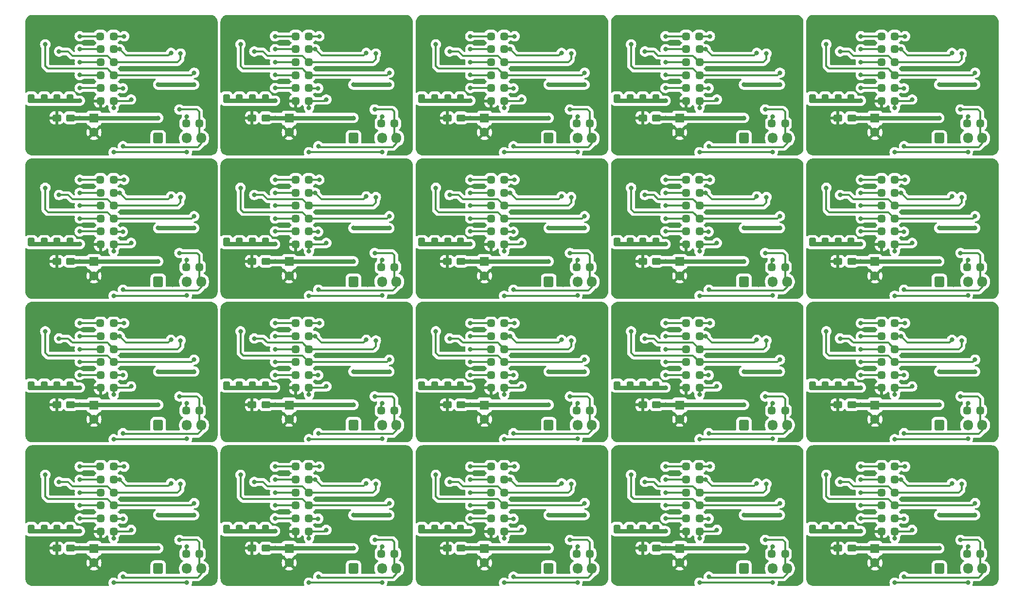
<source format=gbr>
%TF.GenerationSoftware,KiCad,Pcbnew,8.0.4*%
%TF.CreationDate,2024-11-04T15:17:50+09:00*%
%TF.ProjectId,L-CON RS485 V2.0,4c2d434f-4e20-4525-9334-38352056322e,rev?*%
%TF.SameCoordinates,Original*%
%TF.FileFunction,Copper,L2,Bot*%
%TF.FilePolarity,Positive*%
%FSLAX46Y46*%
G04 Gerber Fmt 4.6, Leading zero omitted, Abs format (unit mm)*
G04 Created by KiCad (PCBNEW 8.0.4) date 2024-11-04 15:17:50*
%MOMM*%
%LPD*%
G01*
G04 APERTURE LIST*
G04 Aperture macros list*
%AMRoundRect*
0 Rectangle with rounded corners*
0 $1 Rounding radius*
0 $2 $3 $4 $5 $6 $7 $8 $9 X,Y pos of 4 corners*
0 Add a 4 corners polygon primitive as box body*
4,1,4,$2,$3,$4,$5,$6,$7,$8,$9,$2,$3,0*
0 Add four circle primitives for the rounded corners*
1,1,$1+$1,$2,$3*
1,1,$1+$1,$4,$5*
1,1,$1+$1,$6,$7*
1,1,$1+$1,$8,$9*
0 Add four rect primitives between the rounded corners*
20,1,$1+$1,$2,$3,$4,$5,0*
20,1,$1+$1,$4,$5,$6,$7,0*
20,1,$1+$1,$6,$7,$8,$9,0*
20,1,$1+$1,$8,$9,$2,$3,0*%
G04 Aperture macros list end*
%TA.AperFunction,SMDPad,CuDef*%
%ADD10RoundRect,0.325000X0.325000X0.325000X-0.325000X0.325000X-0.325000X-0.325000X0.325000X-0.325000X0*%
%TD*%
%TA.AperFunction,ComponentPad*%
%ADD11RoundRect,0.249900X-0.600100X-0.675100X0.600100X-0.675100X0.600100X0.675100X-0.600100X0.675100X0*%
%TD*%
%TA.AperFunction,ComponentPad*%
%ADD12O,1.700000X1.850000*%
%TD*%
%TA.AperFunction,SMDPad,CuDef*%
%ADD13RoundRect,0.312500X-0.312500X0.437500X-0.312500X-0.437500X0.312500X-0.437500X0.312500X0.437500X0*%
%TD*%
%TA.AperFunction,SMDPad,CuDef*%
%ADD14RoundRect,0.312500X0.437500X0.312500X-0.437500X0.312500X-0.437500X-0.312500X0.437500X-0.312500X0*%
%TD*%
%TA.AperFunction,SMDPad,CuDef*%
%ADD15RoundRect,0.325000X-0.325000X-0.325000X0.325000X-0.325000X0.325000X0.325000X-0.325000X0.325000X0*%
%TD*%
%TA.AperFunction,ComponentPad*%
%ADD16R,1.600000X1.600000*%
%TD*%
%TA.AperFunction,ComponentPad*%
%ADD17C,1.600000*%
%TD*%
%TA.AperFunction,ComponentPad*%
%ADD18O,12.000000X5.000000*%
%TD*%
%TA.AperFunction,ViaPad*%
%ADD19C,0.800000*%
%TD*%
%TA.AperFunction,Conductor*%
%ADD20C,0.300000*%
%TD*%
%TA.AperFunction,Conductor*%
%ADD21C,0.800000*%
%TD*%
G04 APERTURE END LIST*
D10*
%TO.P,R44,1*%
%TO.N,/485-B*%
X191000000Y-134500000D03*
%TO.P,R44,2*%
%TO.N,GNDPWR*%
X188700000Y-134500000D03*
%TD*%
%TO.P,R43,1*%
%TO.N,Net-(J4-Pin_2)*%
X191000000Y-130000000D03*
%TO.P,R43,2*%
%TO.N,+5V*%
X188700000Y-130000000D03*
%TD*%
D11*
%TO.P,J11,1,Pin_1*%
%TO.N,+5V*%
X198750000Y-141000000D03*
D12*
%TO.P,J11,2,Pin_2*%
%TO.N,GNDPWR*%
X201250000Y-141000000D03*
%TO.P,J11,3,Pin_3*%
%TO.N,/485-B*%
X203750000Y-141000000D03*
%TO.P,J11,4,Pin_4*%
%TO.N,/485-A*%
X206250000Y-141000000D03*
%TD*%
D10*
%TO.P,R42,1*%
%TO.N,Net-(J4-Pin_3)*%
X191000000Y-127750000D03*
%TO.P,R42,2*%
%TO.N,+5V*%
X188700000Y-127750000D03*
%TD*%
%TO.P,R45,1*%
%TO.N,/485-A*%
X205900000Y-138450000D03*
%TO.P,R45,2*%
%TO.N,/485-B*%
X203600000Y-138450000D03*
%TD*%
D13*
%TO.P,C5,1*%
%TO.N,GNDPWR*%
X178900000Y-131700000D03*
%TO.P,C5,2*%
%TO.N,+5V*%
X178900000Y-134100000D03*
%TD*%
D14*
%TO.P,C1,1*%
%TO.N,+5V*%
X183500000Y-137450000D03*
%TO.P,C1,2*%
%TO.N,GNDPWR*%
X181100000Y-137450000D03*
%TD*%
D10*
%TO.P,R41,1*%
%TO.N,Net-(J4-Pin_1)*%
X191000000Y-125500000D03*
%TO.P,R41,2*%
%TO.N,+5V*%
X188700000Y-125500000D03*
%TD*%
D15*
%TO.P,R46,1*%
%TO.N,+5V*%
X188700000Y-132250000D03*
%TO.P,R46,2*%
%TO.N,/485-A*%
X191000000Y-132250000D03*
%TD*%
D13*
%TO.P,C4,1*%
%TO.N,GNDPWR*%
X181150000Y-131700000D03*
%TO.P,C4,2*%
%TO.N,+5V*%
X181150000Y-134100000D03*
%TD*%
D15*
%TO.P,R10,1*%
%TO.N,+5V*%
X188680000Y-123230000D03*
%TO.P,R10,2*%
%TO.N,Net-(D6-A)*%
X190980000Y-123230000D03*
%TD*%
D13*
%TO.P,C2,1*%
%TO.N,GNDPWR*%
X183400000Y-131700000D03*
%TO.P,C2,2*%
%TO.N,+5V*%
X183400000Y-134100000D03*
%TD*%
%TO.P,C6,1*%
%TO.N,GNDPWR*%
X176650000Y-131700000D03*
%TO.P,C6,2*%
%TO.N,+5V*%
X176650000Y-134100000D03*
%TD*%
D16*
%TO.P,C7,1*%
%TO.N,+5V*%
X187562000Y-137484000D03*
D17*
%TO.P,C7,2*%
%TO.N,GNDPWR*%
X187562000Y-139984000D03*
%TD*%
D18*
%TO.P,J3,1,Pin_1*%
%TO.N,GNDPWR*%
X201950000Y-122200000D03*
%TD*%
D10*
%TO.P,R44,1*%
%TO.N,/485-B*%
X157000000Y-134500000D03*
%TO.P,R44,2*%
%TO.N,GNDPWR*%
X154700000Y-134500000D03*
%TD*%
%TO.P,R43,1*%
%TO.N,Net-(J4-Pin_2)*%
X157000000Y-130000000D03*
%TO.P,R43,2*%
%TO.N,+5V*%
X154700000Y-130000000D03*
%TD*%
D11*
%TO.P,J11,1,Pin_1*%
%TO.N,+5V*%
X164750000Y-141000000D03*
D12*
%TO.P,J11,2,Pin_2*%
%TO.N,GNDPWR*%
X167250000Y-141000000D03*
%TO.P,J11,3,Pin_3*%
%TO.N,/485-B*%
X169750000Y-141000000D03*
%TO.P,J11,4,Pin_4*%
%TO.N,/485-A*%
X172250000Y-141000000D03*
%TD*%
D10*
%TO.P,R42,1*%
%TO.N,Net-(J4-Pin_3)*%
X157000000Y-127750000D03*
%TO.P,R42,2*%
%TO.N,+5V*%
X154700000Y-127750000D03*
%TD*%
%TO.P,R45,1*%
%TO.N,/485-A*%
X171900000Y-138450000D03*
%TO.P,R45,2*%
%TO.N,/485-B*%
X169600000Y-138450000D03*
%TD*%
D13*
%TO.P,C5,1*%
%TO.N,GNDPWR*%
X144900000Y-131700000D03*
%TO.P,C5,2*%
%TO.N,+5V*%
X144900000Y-134100000D03*
%TD*%
D14*
%TO.P,C1,1*%
%TO.N,+5V*%
X149500000Y-137450000D03*
%TO.P,C1,2*%
%TO.N,GNDPWR*%
X147100000Y-137450000D03*
%TD*%
D10*
%TO.P,R41,1*%
%TO.N,Net-(J4-Pin_1)*%
X157000000Y-125500000D03*
%TO.P,R41,2*%
%TO.N,+5V*%
X154700000Y-125500000D03*
%TD*%
D15*
%TO.P,R46,1*%
%TO.N,+5V*%
X154700000Y-132250000D03*
%TO.P,R46,2*%
%TO.N,/485-A*%
X157000000Y-132250000D03*
%TD*%
D13*
%TO.P,C4,1*%
%TO.N,GNDPWR*%
X147150000Y-131700000D03*
%TO.P,C4,2*%
%TO.N,+5V*%
X147150000Y-134100000D03*
%TD*%
D15*
%TO.P,R10,1*%
%TO.N,+5V*%
X154680000Y-123230000D03*
%TO.P,R10,2*%
%TO.N,Net-(D6-A)*%
X156980000Y-123230000D03*
%TD*%
D13*
%TO.P,C2,1*%
%TO.N,GNDPWR*%
X149400000Y-131700000D03*
%TO.P,C2,2*%
%TO.N,+5V*%
X149400000Y-134100000D03*
%TD*%
%TO.P,C6,1*%
%TO.N,GNDPWR*%
X142650000Y-131700000D03*
%TO.P,C6,2*%
%TO.N,+5V*%
X142650000Y-134100000D03*
%TD*%
D16*
%TO.P,C7,1*%
%TO.N,+5V*%
X153562000Y-137484000D03*
D17*
%TO.P,C7,2*%
%TO.N,GNDPWR*%
X153562000Y-139984000D03*
%TD*%
D18*
%TO.P,J3,1,Pin_1*%
%TO.N,GNDPWR*%
X167950000Y-122200000D03*
%TD*%
D10*
%TO.P,R44,1*%
%TO.N,/485-B*%
X123000000Y-134500000D03*
%TO.P,R44,2*%
%TO.N,GNDPWR*%
X120700000Y-134500000D03*
%TD*%
%TO.P,R43,1*%
%TO.N,Net-(J4-Pin_2)*%
X123000000Y-130000000D03*
%TO.P,R43,2*%
%TO.N,+5V*%
X120700000Y-130000000D03*
%TD*%
D11*
%TO.P,J11,1,Pin_1*%
%TO.N,+5V*%
X130750000Y-141000000D03*
D12*
%TO.P,J11,2,Pin_2*%
%TO.N,GNDPWR*%
X133250000Y-141000000D03*
%TO.P,J11,3,Pin_3*%
%TO.N,/485-B*%
X135750000Y-141000000D03*
%TO.P,J11,4,Pin_4*%
%TO.N,/485-A*%
X138250000Y-141000000D03*
%TD*%
D10*
%TO.P,R42,1*%
%TO.N,Net-(J4-Pin_3)*%
X123000000Y-127750000D03*
%TO.P,R42,2*%
%TO.N,+5V*%
X120700000Y-127750000D03*
%TD*%
%TO.P,R45,1*%
%TO.N,/485-A*%
X137900000Y-138450000D03*
%TO.P,R45,2*%
%TO.N,/485-B*%
X135600000Y-138450000D03*
%TD*%
D13*
%TO.P,C5,1*%
%TO.N,GNDPWR*%
X110900000Y-131700000D03*
%TO.P,C5,2*%
%TO.N,+5V*%
X110900000Y-134100000D03*
%TD*%
D14*
%TO.P,C1,1*%
%TO.N,+5V*%
X115500000Y-137450000D03*
%TO.P,C1,2*%
%TO.N,GNDPWR*%
X113100000Y-137450000D03*
%TD*%
D10*
%TO.P,R41,1*%
%TO.N,Net-(J4-Pin_1)*%
X123000000Y-125500000D03*
%TO.P,R41,2*%
%TO.N,+5V*%
X120700000Y-125500000D03*
%TD*%
D15*
%TO.P,R46,1*%
%TO.N,+5V*%
X120700000Y-132250000D03*
%TO.P,R46,2*%
%TO.N,/485-A*%
X123000000Y-132250000D03*
%TD*%
D13*
%TO.P,C4,1*%
%TO.N,GNDPWR*%
X113150000Y-131700000D03*
%TO.P,C4,2*%
%TO.N,+5V*%
X113150000Y-134100000D03*
%TD*%
D15*
%TO.P,R10,1*%
%TO.N,+5V*%
X120680000Y-123230000D03*
%TO.P,R10,2*%
%TO.N,Net-(D6-A)*%
X122980000Y-123230000D03*
%TD*%
D13*
%TO.P,C2,1*%
%TO.N,GNDPWR*%
X115400000Y-131700000D03*
%TO.P,C2,2*%
%TO.N,+5V*%
X115400000Y-134100000D03*
%TD*%
%TO.P,C6,1*%
%TO.N,GNDPWR*%
X108650000Y-131700000D03*
%TO.P,C6,2*%
%TO.N,+5V*%
X108650000Y-134100000D03*
%TD*%
D16*
%TO.P,C7,1*%
%TO.N,+5V*%
X119562000Y-137484000D03*
D17*
%TO.P,C7,2*%
%TO.N,GNDPWR*%
X119562000Y-139984000D03*
%TD*%
D18*
%TO.P,J3,1,Pin_1*%
%TO.N,GNDPWR*%
X133950000Y-122200000D03*
%TD*%
D10*
%TO.P,R44,1*%
%TO.N,/485-B*%
X89000000Y-134500000D03*
%TO.P,R44,2*%
%TO.N,GNDPWR*%
X86700000Y-134500000D03*
%TD*%
%TO.P,R43,1*%
%TO.N,Net-(J4-Pin_2)*%
X89000000Y-130000000D03*
%TO.P,R43,2*%
%TO.N,+5V*%
X86700000Y-130000000D03*
%TD*%
D11*
%TO.P,J11,1,Pin_1*%
%TO.N,+5V*%
X96750000Y-141000000D03*
D12*
%TO.P,J11,2,Pin_2*%
%TO.N,GNDPWR*%
X99250000Y-141000000D03*
%TO.P,J11,3,Pin_3*%
%TO.N,/485-B*%
X101750000Y-141000000D03*
%TO.P,J11,4,Pin_4*%
%TO.N,/485-A*%
X104250000Y-141000000D03*
%TD*%
D10*
%TO.P,R42,1*%
%TO.N,Net-(J4-Pin_3)*%
X89000000Y-127750000D03*
%TO.P,R42,2*%
%TO.N,+5V*%
X86700000Y-127750000D03*
%TD*%
%TO.P,R45,1*%
%TO.N,/485-A*%
X103900000Y-138450000D03*
%TO.P,R45,2*%
%TO.N,/485-B*%
X101600000Y-138450000D03*
%TD*%
D13*
%TO.P,C5,1*%
%TO.N,GNDPWR*%
X76900000Y-131700000D03*
%TO.P,C5,2*%
%TO.N,+5V*%
X76900000Y-134100000D03*
%TD*%
D14*
%TO.P,C1,1*%
%TO.N,+5V*%
X81500000Y-137450000D03*
%TO.P,C1,2*%
%TO.N,GNDPWR*%
X79100000Y-137450000D03*
%TD*%
D10*
%TO.P,R41,1*%
%TO.N,Net-(J4-Pin_1)*%
X89000000Y-125500000D03*
%TO.P,R41,2*%
%TO.N,+5V*%
X86700000Y-125500000D03*
%TD*%
D15*
%TO.P,R46,1*%
%TO.N,+5V*%
X86700000Y-132250000D03*
%TO.P,R46,2*%
%TO.N,/485-A*%
X89000000Y-132250000D03*
%TD*%
D13*
%TO.P,C4,1*%
%TO.N,GNDPWR*%
X79150000Y-131700000D03*
%TO.P,C4,2*%
%TO.N,+5V*%
X79150000Y-134100000D03*
%TD*%
D15*
%TO.P,R10,1*%
%TO.N,+5V*%
X86680000Y-123230000D03*
%TO.P,R10,2*%
%TO.N,Net-(D6-A)*%
X88980000Y-123230000D03*
%TD*%
D13*
%TO.P,C2,1*%
%TO.N,GNDPWR*%
X81400000Y-131700000D03*
%TO.P,C2,2*%
%TO.N,+5V*%
X81400000Y-134100000D03*
%TD*%
%TO.P,C6,1*%
%TO.N,GNDPWR*%
X74650000Y-131700000D03*
%TO.P,C6,2*%
%TO.N,+5V*%
X74650000Y-134100000D03*
%TD*%
D16*
%TO.P,C7,1*%
%TO.N,+5V*%
X85562000Y-137484000D03*
D17*
%TO.P,C7,2*%
%TO.N,GNDPWR*%
X85562000Y-139984000D03*
%TD*%
D18*
%TO.P,J3,1,Pin_1*%
%TO.N,GNDPWR*%
X99950000Y-122200000D03*
%TD*%
D10*
%TO.P,R44,1*%
%TO.N,/485-B*%
X55000000Y-134500000D03*
%TO.P,R44,2*%
%TO.N,GNDPWR*%
X52700000Y-134500000D03*
%TD*%
%TO.P,R43,1*%
%TO.N,Net-(J4-Pin_2)*%
X55000000Y-130000000D03*
%TO.P,R43,2*%
%TO.N,+5V*%
X52700000Y-130000000D03*
%TD*%
D11*
%TO.P,J11,1,Pin_1*%
%TO.N,+5V*%
X62750000Y-141000000D03*
D12*
%TO.P,J11,2,Pin_2*%
%TO.N,GNDPWR*%
X65250000Y-141000000D03*
%TO.P,J11,3,Pin_3*%
%TO.N,/485-B*%
X67750000Y-141000000D03*
%TO.P,J11,4,Pin_4*%
%TO.N,/485-A*%
X70250000Y-141000000D03*
%TD*%
D10*
%TO.P,R42,1*%
%TO.N,Net-(J4-Pin_3)*%
X55000000Y-127750000D03*
%TO.P,R42,2*%
%TO.N,+5V*%
X52700000Y-127750000D03*
%TD*%
%TO.P,R45,1*%
%TO.N,/485-A*%
X69900000Y-138450000D03*
%TO.P,R45,2*%
%TO.N,/485-B*%
X67600000Y-138450000D03*
%TD*%
D13*
%TO.P,C5,1*%
%TO.N,GNDPWR*%
X42900000Y-131700000D03*
%TO.P,C5,2*%
%TO.N,+5V*%
X42900000Y-134100000D03*
%TD*%
D14*
%TO.P,C1,1*%
%TO.N,+5V*%
X47500000Y-137450000D03*
%TO.P,C1,2*%
%TO.N,GNDPWR*%
X45100000Y-137450000D03*
%TD*%
D10*
%TO.P,R41,1*%
%TO.N,Net-(J4-Pin_1)*%
X55000000Y-125500000D03*
%TO.P,R41,2*%
%TO.N,+5V*%
X52700000Y-125500000D03*
%TD*%
D15*
%TO.P,R46,1*%
%TO.N,+5V*%
X52700000Y-132250000D03*
%TO.P,R46,2*%
%TO.N,/485-A*%
X55000000Y-132250000D03*
%TD*%
D13*
%TO.P,C4,1*%
%TO.N,GNDPWR*%
X45150000Y-131700000D03*
%TO.P,C4,2*%
%TO.N,+5V*%
X45150000Y-134100000D03*
%TD*%
D15*
%TO.P,R10,1*%
%TO.N,+5V*%
X52680000Y-123230000D03*
%TO.P,R10,2*%
%TO.N,Net-(D6-A)*%
X54980000Y-123230000D03*
%TD*%
D13*
%TO.P,C2,1*%
%TO.N,GNDPWR*%
X47400000Y-131700000D03*
%TO.P,C2,2*%
%TO.N,+5V*%
X47400000Y-134100000D03*
%TD*%
%TO.P,C6,1*%
%TO.N,GNDPWR*%
X40650000Y-131700000D03*
%TO.P,C6,2*%
%TO.N,+5V*%
X40650000Y-134100000D03*
%TD*%
D16*
%TO.P,C7,1*%
%TO.N,+5V*%
X51562000Y-137484000D03*
D17*
%TO.P,C7,2*%
%TO.N,GNDPWR*%
X51562000Y-139984000D03*
%TD*%
D18*
%TO.P,J3,1,Pin_1*%
%TO.N,GNDPWR*%
X65950000Y-122200000D03*
%TD*%
D10*
%TO.P,R44,1*%
%TO.N,/485-B*%
X191000000Y-109500000D03*
%TO.P,R44,2*%
%TO.N,GNDPWR*%
X188700000Y-109500000D03*
%TD*%
%TO.P,R43,1*%
%TO.N,Net-(J4-Pin_2)*%
X191000000Y-105000000D03*
%TO.P,R43,2*%
%TO.N,+5V*%
X188700000Y-105000000D03*
%TD*%
D11*
%TO.P,J11,1,Pin_1*%
%TO.N,+5V*%
X198750000Y-116000000D03*
D12*
%TO.P,J11,2,Pin_2*%
%TO.N,GNDPWR*%
X201250000Y-116000000D03*
%TO.P,J11,3,Pin_3*%
%TO.N,/485-B*%
X203750000Y-116000000D03*
%TO.P,J11,4,Pin_4*%
%TO.N,/485-A*%
X206250000Y-116000000D03*
%TD*%
D10*
%TO.P,R42,1*%
%TO.N,Net-(J4-Pin_3)*%
X191000000Y-102750000D03*
%TO.P,R42,2*%
%TO.N,+5V*%
X188700000Y-102750000D03*
%TD*%
%TO.P,R45,1*%
%TO.N,/485-A*%
X205900000Y-113450000D03*
%TO.P,R45,2*%
%TO.N,/485-B*%
X203600000Y-113450000D03*
%TD*%
D13*
%TO.P,C5,1*%
%TO.N,GNDPWR*%
X178900000Y-106700000D03*
%TO.P,C5,2*%
%TO.N,+5V*%
X178900000Y-109100000D03*
%TD*%
D14*
%TO.P,C1,1*%
%TO.N,+5V*%
X183500000Y-112450000D03*
%TO.P,C1,2*%
%TO.N,GNDPWR*%
X181100000Y-112450000D03*
%TD*%
D10*
%TO.P,R41,1*%
%TO.N,Net-(J4-Pin_1)*%
X191000000Y-100500000D03*
%TO.P,R41,2*%
%TO.N,+5V*%
X188700000Y-100500000D03*
%TD*%
D15*
%TO.P,R46,1*%
%TO.N,+5V*%
X188700000Y-107250000D03*
%TO.P,R46,2*%
%TO.N,/485-A*%
X191000000Y-107250000D03*
%TD*%
D13*
%TO.P,C4,1*%
%TO.N,GNDPWR*%
X181150000Y-106700000D03*
%TO.P,C4,2*%
%TO.N,+5V*%
X181150000Y-109100000D03*
%TD*%
D15*
%TO.P,R10,1*%
%TO.N,+5V*%
X188680000Y-98230000D03*
%TO.P,R10,2*%
%TO.N,Net-(D6-A)*%
X190980000Y-98230000D03*
%TD*%
D13*
%TO.P,C2,1*%
%TO.N,GNDPWR*%
X183400000Y-106700000D03*
%TO.P,C2,2*%
%TO.N,+5V*%
X183400000Y-109100000D03*
%TD*%
%TO.P,C6,1*%
%TO.N,GNDPWR*%
X176650000Y-106700000D03*
%TO.P,C6,2*%
%TO.N,+5V*%
X176650000Y-109100000D03*
%TD*%
D16*
%TO.P,C7,1*%
%TO.N,+5V*%
X187562000Y-112484000D03*
D17*
%TO.P,C7,2*%
%TO.N,GNDPWR*%
X187562000Y-114984000D03*
%TD*%
D18*
%TO.P,J3,1,Pin_1*%
%TO.N,GNDPWR*%
X201950000Y-97200000D03*
%TD*%
D10*
%TO.P,R44,1*%
%TO.N,/485-B*%
X157000000Y-109500000D03*
%TO.P,R44,2*%
%TO.N,GNDPWR*%
X154700000Y-109500000D03*
%TD*%
%TO.P,R43,1*%
%TO.N,Net-(J4-Pin_2)*%
X157000000Y-105000000D03*
%TO.P,R43,2*%
%TO.N,+5V*%
X154700000Y-105000000D03*
%TD*%
D11*
%TO.P,J11,1,Pin_1*%
%TO.N,+5V*%
X164750000Y-116000000D03*
D12*
%TO.P,J11,2,Pin_2*%
%TO.N,GNDPWR*%
X167250000Y-116000000D03*
%TO.P,J11,3,Pin_3*%
%TO.N,/485-B*%
X169750000Y-116000000D03*
%TO.P,J11,4,Pin_4*%
%TO.N,/485-A*%
X172250000Y-116000000D03*
%TD*%
D10*
%TO.P,R42,1*%
%TO.N,Net-(J4-Pin_3)*%
X157000000Y-102750000D03*
%TO.P,R42,2*%
%TO.N,+5V*%
X154700000Y-102750000D03*
%TD*%
%TO.P,R45,1*%
%TO.N,/485-A*%
X171900000Y-113450000D03*
%TO.P,R45,2*%
%TO.N,/485-B*%
X169600000Y-113450000D03*
%TD*%
D13*
%TO.P,C5,1*%
%TO.N,GNDPWR*%
X144900000Y-106700000D03*
%TO.P,C5,2*%
%TO.N,+5V*%
X144900000Y-109100000D03*
%TD*%
D14*
%TO.P,C1,1*%
%TO.N,+5V*%
X149500000Y-112450000D03*
%TO.P,C1,2*%
%TO.N,GNDPWR*%
X147100000Y-112450000D03*
%TD*%
D10*
%TO.P,R41,1*%
%TO.N,Net-(J4-Pin_1)*%
X157000000Y-100500000D03*
%TO.P,R41,2*%
%TO.N,+5V*%
X154700000Y-100500000D03*
%TD*%
D15*
%TO.P,R46,1*%
%TO.N,+5V*%
X154700000Y-107250000D03*
%TO.P,R46,2*%
%TO.N,/485-A*%
X157000000Y-107250000D03*
%TD*%
D13*
%TO.P,C4,1*%
%TO.N,GNDPWR*%
X147150000Y-106700000D03*
%TO.P,C4,2*%
%TO.N,+5V*%
X147150000Y-109100000D03*
%TD*%
D15*
%TO.P,R10,1*%
%TO.N,+5V*%
X154680000Y-98230000D03*
%TO.P,R10,2*%
%TO.N,Net-(D6-A)*%
X156980000Y-98230000D03*
%TD*%
D13*
%TO.P,C2,1*%
%TO.N,GNDPWR*%
X149400000Y-106700000D03*
%TO.P,C2,2*%
%TO.N,+5V*%
X149400000Y-109100000D03*
%TD*%
%TO.P,C6,1*%
%TO.N,GNDPWR*%
X142650000Y-106700000D03*
%TO.P,C6,2*%
%TO.N,+5V*%
X142650000Y-109100000D03*
%TD*%
D16*
%TO.P,C7,1*%
%TO.N,+5V*%
X153562000Y-112484000D03*
D17*
%TO.P,C7,2*%
%TO.N,GNDPWR*%
X153562000Y-114984000D03*
%TD*%
D18*
%TO.P,J3,1,Pin_1*%
%TO.N,GNDPWR*%
X167950000Y-97200000D03*
%TD*%
D10*
%TO.P,R44,1*%
%TO.N,/485-B*%
X123000000Y-109500000D03*
%TO.P,R44,2*%
%TO.N,GNDPWR*%
X120700000Y-109500000D03*
%TD*%
%TO.P,R43,1*%
%TO.N,Net-(J4-Pin_2)*%
X123000000Y-105000000D03*
%TO.P,R43,2*%
%TO.N,+5V*%
X120700000Y-105000000D03*
%TD*%
D11*
%TO.P,J11,1,Pin_1*%
%TO.N,+5V*%
X130750000Y-116000000D03*
D12*
%TO.P,J11,2,Pin_2*%
%TO.N,GNDPWR*%
X133250000Y-116000000D03*
%TO.P,J11,3,Pin_3*%
%TO.N,/485-B*%
X135750000Y-116000000D03*
%TO.P,J11,4,Pin_4*%
%TO.N,/485-A*%
X138250000Y-116000000D03*
%TD*%
D10*
%TO.P,R42,1*%
%TO.N,Net-(J4-Pin_3)*%
X123000000Y-102750000D03*
%TO.P,R42,2*%
%TO.N,+5V*%
X120700000Y-102750000D03*
%TD*%
%TO.P,R45,1*%
%TO.N,/485-A*%
X137900000Y-113450000D03*
%TO.P,R45,2*%
%TO.N,/485-B*%
X135600000Y-113450000D03*
%TD*%
D13*
%TO.P,C5,1*%
%TO.N,GNDPWR*%
X110900000Y-106700000D03*
%TO.P,C5,2*%
%TO.N,+5V*%
X110900000Y-109100000D03*
%TD*%
D14*
%TO.P,C1,1*%
%TO.N,+5V*%
X115500000Y-112450000D03*
%TO.P,C1,2*%
%TO.N,GNDPWR*%
X113100000Y-112450000D03*
%TD*%
D10*
%TO.P,R41,1*%
%TO.N,Net-(J4-Pin_1)*%
X123000000Y-100500000D03*
%TO.P,R41,2*%
%TO.N,+5V*%
X120700000Y-100500000D03*
%TD*%
D15*
%TO.P,R46,1*%
%TO.N,+5V*%
X120700000Y-107250000D03*
%TO.P,R46,2*%
%TO.N,/485-A*%
X123000000Y-107250000D03*
%TD*%
D13*
%TO.P,C4,1*%
%TO.N,GNDPWR*%
X113150000Y-106700000D03*
%TO.P,C4,2*%
%TO.N,+5V*%
X113150000Y-109100000D03*
%TD*%
D15*
%TO.P,R10,1*%
%TO.N,+5V*%
X120680000Y-98230000D03*
%TO.P,R10,2*%
%TO.N,Net-(D6-A)*%
X122980000Y-98230000D03*
%TD*%
D13*
%TO.P,C2,1*%
%TO.N,GNDPWR*%
X115400000Y-106700000D03*
%TO.P,C2,2*%
%TO.N,+5V*%
X115400000Y-109100000D03*
%TD*%
%TO.P,C6,1*%
%TO.N,GNDPWR*%
X108650000Y-106700000D03*
%TO.P,C6,2*%
%TO.N,+5V*%
X108650000Y-109100000D03*
%TD*%
D16*
%TO.P,C7,1*%
%TO.N,+5V*%
X119562000Y-112484000D03*
D17*
%TO.P,C7,2*%
%TO.N,GNDPWR*%
X119562000Y-114984000D03*
%TD*%
D18*
%TO.P,J3,1,Pin_1*%
%TO.N,GNDPWR*%
X133950000Y-97200000D03*
%TD*%
D10*
%TO.P,R44,1*%
%TO.N,/485-B*%
X89000000Y-109500000D03*
%TO.P,R44,2*%
%TO.N,GNDPWR*%
X86700000Y-109500000D03*
%TD*%
%TO.P,R43,1*%
%TO.N,Net-(J4-Pin_2)*%
X89000000Y-105000000D03*
%TO.P,R43,2*%
%TO.N,+5V*%
X86700000Y-105000000D03*
%TD*%
D11*
%TO.P,J11,1,Pin_1*%
%TO.N,+5V*%
X96750000Y-116000000D03*
D12*
%TO.P,J11,2,Pin_2*%
%TO.N,GNDPWR*%
X99250000Y-116000000D03*
%TO.P,J11,3,Pin_3*%
%TO.N,/485-B*%
X101750000Y-116000000D03*
%TO.P,J11,4,Pin_4*%
%TO.N,/485-A*%
X104250000Y-116000000D03*
%TD*%
D10*
%TO.P,R42,1*%
%TO.N,Net-(J4-Pin_3)*%
X89000000Y-102750000D03*
%TO.P,R42,2*%
%TO.N,+5V*%
X86700000Y-102750000D03*
%TD*%
%TO.P,R45,1*%
%TO.N,/485-A*%
X103900000Y-113450000D03*
%TO.P,R45,2*%
%TO.N,/485-B*%
X101600000Y-113450000D03*
%TD*%
D13*
%TO.P,C5,1*%
%TO.N,GNDPWR*%
X76900000Y-106700000D03*
%TO.P,C5,2*%
%TO.N,+5V*%
X76900000Y-109100000D03*
%TD*%
D14*
%TO.P,C1,1*%
%TO.N,+5V*%
X81500000Y-112450000D03*
%TO.P,C1,2*%
%TO.N,GNDPWR*%
X79100000Y-112450000D03*
%TD*%
D10*
%TO.P,R41,1*%
%TO.N,Net-(J4-Pin_1)*%
X89000000Y-100500000D03*
%TO.P,R41,2*%
%TO.N,+5V*%
X86700000Y-100500000D03*
%TD*%
D15*
%TO.P,R46,1*%
%TO.N,+5V*%
X86700000Y-107250000D03*
%TO.P,R46,2*%
%TO.N,/485-A*%
X89000000Y-107250000D03*
%TD*%
D13*
%TO.P,C4,1*%
%TO.N,GNDPWR*%
X79150000Y-106700000D03*
%TO.P,C4,2*%
%TO.N,+5V*%
X79150000Y-109100000D03*
%TD*%
D15*
%TO.P,R10,1*%
%TO.N,+5V*%
X86680000Y-98230000D03*
%TO.P,R10,2*%
%TO.N,Net-(D6-A)*%
X88980000Y-98230000D03*
%TD*%
D13*
%TO.P,C2,1*%
%TO.N,GNDPWR*%
X81400000Y-106700000D03*
%TO.P,C2,2*%
%TO.N,+5V*%
X81400000Y-109100000D03*
%TD*%
%TO.P,C6,1*%
%TO.N,GNDPWR*%
X74650000Y-106700000D03*
%TO.P,C6,2*%
%TO.N,+5V*%
X74650000Y-109100000D03*
%TD*%
D16*
%TO.P,C7,1*%
%TO.N,+5V*%
X85562000Y-112484000D03*
D17*
%TO.P,C7,2*%
%TO.N,GNDPWR*%
X85562000Y-114984000D03*
%TD*%
D18*
%TO.P,J3,1,Pin_1*%
%TO.N,GNDPWR*%
X99950000Y-97200000D03*
%TD*%
D10*
%TO.P,R44,1*%
%TO.N,/485-B*%
X55000000Y-109500000D03*
%TO.P,R44,2*%
%TO.N,GNDPWR*%
X52700000Y-109500000D03*
%TD*%
%TO.P,R43,1*%
%TO.N,Net-(J4-Pin_2)*%
X55000000Y-105000000D03*
%TO.P,R43,2*%
%TO.N,+5V*%
X52700000Y-105000000D03*
%TD*%
D11*
%TO.P,J11,1,Pin_1*%
%TO.N,+5V*%
X62750000Y-116000000D03*
D12*
%TO.P,J11,2,Pin_2*%
%TO.N,GNDPWR*%
X65250000Y-116000000D03*
%TO.P,J11,3,Pin_3*%
%TO.N,/485-B*%
X67750000Y-116000000D03*
%TO.P,J11,4,Pin_4*%
%TO.N,/485-A*%
X70250000Y-116000000D03*
%TD*%
D10*
%TO.P,R42,1*%
%TO.N,Net-(J4-Pin_3)*%
X55000000Y-102750000D03*
%TO.P,R42,2*%
%TO.N,+5V*%
X52700000Y-102750000D03*
%TD*%
%TO.P,R45,1*%
%TO.N,/485-A*%
X69900000Y-113450000D03*
%TO.P,R45,2*%
%TO.N,/485-B*%
X67600000Y-113450000D03*
%TD*%
D13*
%TO.P,C5,1*%
%TO.N,GNDPWR*%
X42900000Y-106700000D03*
%TO.P,C5,2*%
%TO.N,+5V*%
X42900000Y-109100000D03*
%TD*%
D14*
%TO.P,C1,1*%
%TO.N,+5V*%
X47500000Y-112450000D03*
%TO.P,C1,2*%
%TO.N,GNDPWR*%
X45100000Y-112450000D03*
%TD*%
D10*
%TO.P,R41,1*%
%TO.N,Net-(J4-Pin_1)*%
X55000000Y-100500000D03*
%TO.P,R41,2*%
%TO.N,+5V*%
X52700000Y-100500000D03*
%TD*%
D15*
%TO.P,R46,1*%
%TO.N,+5V*%
X52700000Y-107250000D03*
%TO.P,R46,2*%
%TO.N,/485-A*%
X55000000Y-107250000D03*
%TD*%
D13*
%TO.P,C4,1*%
%TO.N,GNDPWR*%
X45150000Y-106700000D03*
%TO.P,C4,2*%
%TO.N,+5V*%
X45150000Y-109100000D03*
%TD*%
D15*
%TO.P,R10,1*%
%TO.N,+5V*%
X52680000Y-98230000D03*
%TO.P,R10,2*%
%TO.N,Net-(D6-A)*%
X54980000Y-98230000D03*
%TD*%
D13*
%TO.P,C2,1*%
%TO.N,GNDPWR*%
X47400000Y-106700000D03*
%TO.P,C2,2*%
%TO.N,+5V*%
X47400000Y-109100000D03*
%TD*%
%TO.P,C6,1*%
%TO.N,GNDPWR*%
X40650000Y-106700000D03*
%TO.P,C6,2*%
%TO.N,+5V*%
X40650000Y-109100000D03*
%TD*%
D16*
%TO.P,C7,1*%
%TO.N,+5V*%
X51562000Y-112484000D03*
D17*
%TO.P,C7,2*%
%TO.N,GNDPWR*%
X51562000Y-114984000D03*
%TD*%
D18*
%TO.P,J3,1,Pin_1*%
%TO.N,GNDPWR*%
X65950000Y-97200000D03*
%TD*%
D10*
%TO.P,R44,1*%
%TO.N,/485-B*%
X191000000Y-84500000D03*
%TO.P,R44,2*%
%TO.N,GNDPWR*%
X188700000Y-84500000D03*
%TD*%
%TO.P,R43,1*%
%TO.N,Net-(J4-Pin_2)*%
X191000000Y-80000000D03*
%TO.P,R43,2*%
%TO.N,+5V*%
X188700000Y-80000000D03*
%TD*%
D11*
%TO.P,J11,1,Pin_1*%
%TO.N,+5V*%
X198750000Y-91000000D03*
D12*
%TO.P,J11,2,Pin_2*%
%TO.N,GNDPWR*%
X201250000Y-91000000D03*
%TO.P,J11,3,Pin_3*%
%TO.N,/485-B*%
X203750000Y-91000000D03*
%TO.P,J11,4,Pin_4*%
%TO.N,/485-A*%
X206250000Y-91000000D03*
%TD*%
D10*
%TO.P,R42,1*%
%TO.N,Net-(J4-Pin_3)*%
X191000000Y-77750000D03*
%TO.P,R42,2*%
%TO.N,+5V*%
X188700000Y-77750000D03*
%TD*%
%TO.P,R45,1*%
%TO.N,/485-A*%
X205900000Y-88450000D03*
%TO.P,R45,2*%
%TO.N,/485-B*%
X203600000Y-88450000D03*
%TD*%
D13*
%TO.P,C5,1*%
%TO.N,GNDPWR*%
X178900000Y-81700000D03*
%TO.P,C5,2*%
%TO.N,+5V*%
X178900000Y-84100000D03*
%TD*%
D14*
%TO.P,C1,1*%
%TO.N,+5V*%
X183500000Y-87450000D03*
%TO.P,C1,2*%
%TO.N,GNDPWR*%
X181100000Y-87450000D03*
%TD*%
D10*
%TO.P,R41,1*%
%TO.N,Net-(J4-Pin_1)*%
X191000000Y-75500000D03*
%TO.P,R41,2*%
%TO.N,+5V*%
X188700000Y-75500000D03*
%TD*%
D15*
%TO.P,R46,1*%
%TO.N,+5V*%
X188700000Y-82250000D03*
%TO.P,R46,2*%
%TO.N,/485-A*%
X191000000Y-82250000D03*
%TD*%
D13*
%TO.P,C4,1*%
%TO.N,GNDPWR*%
X181150000Y-81700000D03*
%TO.P,C4,2*%
%TO.N,+5V*%
X181150000Y-84100000D03*
%TD*%
D15*
%TO.P,R10,1*%
%TO.N,+5V*%
X188680000Y-73230000D03*
%TO.P,R10,2*%
%TO.N,Net-(D6-A)*%
X190980000Y-73230000D03*
%TD*%
D13*
%TO.P,C2,1*%
%TO.N,GNDPWR*%
X183400000Y-81700000D03*
%TO.P,C2,2*%
%TO.N,+5V*%
X183400000Y-84100000D03*
%TD*%
%TO.P,C6,1*%
%TO.N,GNDPWR*%
X176650000Y-81700000D03*
%TO.P,C6,2*%
%TO.N,+5V*%
X176650000Y-84100000D03*
%TD*%
D16*
%TO.P,C7,1*%
%TO.N,+5V*%
X187562000Y-87484000D03*
D17*
%TO.P,C7,2*%
%TO.N,GNDPWR*%
X187562000Y-89984000D03*
%TD*%
D18*
%TO.P,J3,1,Pin_1*%
%TO.N,GNDPWR*%
X201950000Y-72200000D03*
%TD*%
D10*
%TO.P,R44,1*%
%TO.N,/485-B*%
X157000000Y-84500000D03*
%TO.P,R44,2*%
%TO.N,GNDPWR*%
X154700000Y-84500000D03*
%TD*%
%TO.P,R43,1*%
%TO.N,Net-(J4-Pin_2)*%
X157000000Y-80000000D03*
%TO.P,R43,2*%
%TO.N,+5V*%
X154700000Y-80000000D03*
%TD*%
D11*
%TO.P,J11,1,Pin_1*%
%TO.N,+5V*%
X164750000Y-91000000D03*
D12*
%TO.P,J11,2,Pin_2*%
%TO.N,GNDPWR*%
X167250000Y-91000000D03*
%TO.P,J11,3,Pin_3*%
%TO.N,/485-B*%
X169750000Y-91000000D03*
%TO.P,J11,4,Pin_4*%
%TO.N,/485-A*%
X172250000Y-91000000D03*
%TD*%
D10*
%TO.P,R42,1*%
%TO.N,Net-(J4-Pin_3)*%
X157000000Y-77750000D03*
%TO.P,R42,2*%
%TO.N,+5V*%
X154700000Y-77750000D03*
%TD*%
%TO.P,R45,1*%
%TO.N,/485-A*%
X171900000Y-88450000D03*
%TO.P,R45,2*%
%TO.N,/485-B*%
X169600000Y-88450000D03*
%TD*%
D13*
%TO.P,C5,1*%
%TO.N,GNDPWR*%
X144900000Y-81700000D03*
%TO.P,C5,2*%
%TO.N,+5V*%
X144900000Y-84100000D03*
%TD*%
D14*
%TO.P,C1,1*%
%TO.N,+5V*%
X149500000Y-87450000D03*
%TO.P,C1,2*%
%TO.N,GNDPWR*%
X147100000Y-87450000D03*
%TD*%
D10*
%TO.P,R41,1*%
%TO.N,Net-(J4-Pin_1)*%
X157000000Y-75500000D03*
%TO.P,R41,2*%
%TO.N,+5V*%
X154700000Y-75500000D03*
%TD*%
D15*
%TO.P,R46,1*%
%TO.N,+5V*%
X154700000Y-82250000D03*
%TO.P,R46,2*%
%TO.N,/485-A*%
X157000000Y-82250000D03*
%TD*%
D13*
%TO.P,C4,1*%
%TO.N,GNDPWR*%
X147150000Y-81700000D03*
%TO.P,C4,2*%
%TO.N,+5V*%
X147150000Y-84100000D03*
%TD*%
D15*
%TO.P,R10,1*%
%TO.N,+5V*%
X154680000Y-73230000D03*
%TO.P,R10,2*%
%TO.N,Net-(D6-A)*%
X156980000Y-73230000D03*
%TD*%
D13*
%TO.P,C2,1*%
%TO.N,GNDPWR*%
X149400000Y-81700000D03*
%TO.P,C2,2*%
%TO.N,+5V*%
X149400000Y-84100000D03*
%TD*%
%TO.P,C6,1*%
%TO.N,GNDPWR*%
X142650000Y-81700000D03*
%TO.P,C6,2*%
%TO.N,+5V*%
X142650000Y-84100000D03*
%TD*%
D16*
%TO.P,C7,1*%
%TO.N,+5V*%
X153562000Y-87484000D03*
D17*
%TO.P,C7,2*%
%TO.N,GNDPWR*%
X153562000Y-89984000D03*
%TD*%
D18*
%TO.P,J3,1,Pin_1*%
%TO.N,GNDPWR*%
X167950000Y-72200000D03*
%TD*%
D10*
%TO.P,R44,1*%
%TO.N,/485-B*%
X123000000Y-84500000D03*
%TO.P,R44,2*%
%TO.N,GNDPWR*%
X120700000Y-84500000D03*
%TD*%
%TO.P,R43,1*%
%TO.N,Net-(J4-Pin_2)*%
X123000000Y-80000000D03*
%TO.P,R43,2*%
%TO.N,+5V*%
X120700000Y-80000000D03*
%TD*%
D11*
%TO.P,J11,1,Pin_1*%
%TO.N,+5V*%
X130750000Y-91000000D03*
D12*
%TO.P,J11,2,Pin_2*%
%TO.N,GNDPWR*%
X133250000Y-91000000D03*
%TO.P,J11,3,Pin_3*%
%TO.N,/485-B*%
X135750000Y-91000000D03*
%TO.P,J11,4,Pin_4*%
%TO.N,/485-A*%
X138250000Y-91000000D03*
%TD*%
D10*
%TO.P,R42,1*%
%TO.N,Net-(J4-Pin_3)*%
X123000000Y-77750000D03*
%TO.P,R42,2*%
%TO.N,+5V*%
X120700000Y-77750000D03*
%TD*%
%TO.P,R45,1*%
%TO.N,/485-A*%
X137900000Y-88450000D03*
%TO.P,R45,2*%
%TO.N,/485-B*%
X135600000Y-88450000D03*
%TD*%
D13*
%TO.P,C5,1*%
%TO.N,GNDPWR*%
X110900000Y-81700000D03*
%TO.P,C5,2*%
%TO.N,+5V*%
X110900000Y-84100000D03*
%TD*%
D14*
%TO.P,C1,1*%
%TO.N,+5V*%
X115500000Y-87450000D03*
%TO.P,C1,2*%
%TO.N,GNDPWR*%
X113100000Y-87450000D03*
%TD*%
D10*
%TO.P,R41,1*%
%TO.N,Net-(J4-Pin_1)*%
X123000000Y-75500000D03*
%TO.P,R41,2*%
%TO.N,+5V*%
X120700000Y-75500000D03*
%TD*%
D15*
%TO.P,R46,1*%
%TO.N,+5V*%
X120700000Y-82250000D03*
%TO.P,R46,2*%
%TO.N,/485-A*%
X123000000Y-82250000D03*
%TD*%
D13*
%TO.P,C4,1*%
%TO.N,GNDPWR*%
X113150000Y-81700000D03*
%TO.P,C4,2*%
%TO.N,+5V*%
X113150000Y-84100000D03*
%TD*%
D15*
%TO.P,R10,1*%
%TO.N,+5V*%
X120680000Y-73230000D03*
%TO.P,R10,2*%
%TO.N,Net-(D6-A)*%
X122980000Y-73230000D03*
%TD*%
D13*
%TO.P,C2,1*%
%TO.N,GNDPWR*%
X115400000Y-81700000D03*
%TO.P,C2,2*%
%TO.N,+5V*%
X115400000Y-84100000D03*
%TD*%
%TO.P,C6,1*%
%TO.N,GNDPWR*%
X108650000Y-81700000D03*
%TO.P,C6,2*%
%TO.N,+5V*%
X108650000Y-84100000D03*
%TD*%
D16*
%TO.P,C7,1*%
%TO.N,+5V*%
X119562000Y-87484000D03*
D17*
%TO.P,C7,2*%
%TO.N,GNDPWR*%
X119562000Y-89984000D03*
%TD*%
D18*
%TO.P,J3,1,Pin_1*%
%TO.N,GNDPWR*%
X133950000Y-72200000D03*
%TD*%
D10*
%TO.P,R44,1*%
%TO.N,/485-B*%
X89000000Y-84500000D03*
%TO.P,R44,2*%
%TO.N,GNDPWR*%
X86700000Y-84500000D03*
%TD*%
%TO.P,R43,1*%
%TO.N,Net-(J4-Pin_2)*%
X89000000Y-80000000D03*
%TO.P,R43,2*%
%TO.N,+5V*%
X86700000Y-80000000D03*
%TD*%
D11*
%TO.P,J11,1,Pin_1*%
%TO.N,+5V*%
X96750000Y-91000000D03*
D12*
%TO.P,J11,2,Pin_2*%
%TO.N,GNDPWR*%
X99250000Y-91000000D03*
%TO.P,J11,3,Pin_3*%
%TO.N,/485-B*%
X101750000Y-91000000D03*
%TO.P,J11,4,Pin_4*%
%TO.N,/485-A*%
X104250000Y-91000000D03*
%TD*%
D10*
%TO.P,R42,1*%
%TO.N,Net-(J4-Pin_3)*%
X89000000Y-77750000D03*
%TO.P,R42,2*%
%TO.N,+5V*%
X86700000Y-77750000D03*
%TD*%
%TO.P,R45,1*%
%TO.N,/485-A*%
X103900000Y-88450000D03*
%TO.P,R45,2*%
%TO.N,/485-B*%
X101600000Y-88450000D03*
%TD*%
D13*
%TO.P,C5,1*%
%TO.N,GNDPWR*%
X76900000Y-81700000D03*
%TO.P,C5,2*%
%TO.N,+5V*%
X76900000Y-84100000D03*
%TD*%
D14*
%TO.P,C1,1*%
%TO.N,+5V*%
X81500000Y-87450000D03*
%TO.P,C1,2*%
%TO.N,GNDPWR*%
X79100000Y-87450000D03*
%TD*%
D10*
%TO.P,R41,1*%
%TO.N,Net-(J4-Pin_1)*%
X89000000Y-75500000D03*
%TO.P,R41,2*%
%TO.N,+5V*%
X86700000Y-75500000D03*
%TD*%
D15*
%TO.P,R46,1*%
%TO.N,+5V*%
X86700000Y-82250000D03*
%TO.P,R46,2*%
%TO.N,/485-A*%
X89000000Y-82250000D03*
%TD*%
D13*
%TO.P,C4,1*%
%TO.N,GNDPWR*%
X79150000Y-81700000D03*
%TO.P,C4,2*%
%TO.N,+5V*%
X79150000Y-84100000D03*
%TD*%
D15*
%TO.P,R10,1*%
%TO.N,+5V*%
X86680000Y-73230000D03*
%TO.P,R10,2*%
%TO.N,Net-(D6-A)*%
X88980000Y-73230000D03*
%TD*%
D13*
%TO.P,C2,1*%
%TO.N,GNDPWR*%
X81400000Y-81700000D03*
%TO.P,C2,2*%
%TO.N,+5V*%
X81400000Y-84100000D03*
%TD*%
%TO.P,C6,1*%
%TO.N,GNDPWR*%
X74650000Y-81700000D03*
%TO.P,C6,2*%
%TO.N,+5V*%
X74650000Y-84100000D03*
%TD*%
D16*
%TO.P,C7,1*%
%TO.N,+5V*%
X85562000Y-87484000D03*
D17*
%TO.P,C7,2*%
%TO.N,GNDPWR*%
X85562000Y-89984000D03*
%TD*%
D18*
%TO.P,J3,1,Pin_1*%
%TO.N,GNDPWR*%
X99950000Y-72200000D03*
%TD*%
D10*
%TO.P,R44,1*%
%TO.N,/485-B*%
X55000000Y-84500000D03*
%TO.P,R44,2*%
%TO.N,GNDPWR*%
X52700000Y-84500000D03*
%TD*%
%TO.P,R43,1*%
%TO.N,Net-(J4-Pin_2)*%
X55000000Y-80000000D03*
%TO.P,R43,2*%
%TO.N,+5V*%
X52700000Y-80000000D03*
%TD*%
D11*
%TO.P,J11,1,Pin_1*%
%TO.N,+5V*%
X62750000Y-91000000D03*
D12*
%TO.P,J11,2,Pin_2*%
%TO.N,GNDPWR*%
X65250000Y-91000000D03*
%TO.P,J11,3,Pin_3*%
%TO.N,/485-B*%
X67750000Y-91000000D03*
%TO.P,J11,4,Pin_4*%
%TO.N,/485-A*%
X70250000Y-91000000D03*
%TD*%
D10*
%TO.P,R42,1*%
%TO.N,Net-(J4-Pin_3)*%
X55000000Y-77750000D03*
%TO.P,R42,2*%
%TO.N,+5V*%
X52700000Y-77750000D03*
%TD*%
%TO.P,R45,1*%
%TO.N,/485-A*%
X69900000Y-88450000D03*
%TO.P,R45,2*%
%TO.N,/485-B*%
X67600000Y-88450000D03*
%TD*%
D13*
%TO.P,C5,1*%
%TO.N,GNDPWR*%
X42900000Y-81700000D03*
%TO.P,C5,2*%
%TO.N,+5V*%
X42900000Y-84100000D03*
%TD*%
D14*
%TO.P,C1,1*%
%TO.N,+5V*%
X47500000Y-87450000D03*
%TO.P,C1,2*%
%TO.N,GNDPWR*%
X45100000Y-87450000D03*
%TD*%
D10*
%TO.P,R41,1*%
%TO.N,Net-(J4-Pin_1)*%
X55000000Y-75500000D03*
%TO.P,R41,2*%
%TO.N,+5V*%
X52700000Y-75500000D03*
%TD*%
D15*
%TO.P,R46,1*%
%TO.N,+5V*%
X52700000Y-82250000D03*
%TO.P,R46,2*%
%TO.N,/485-A*%
X55000000Y-82250000D03*
%TD*%
D13*
%TO.P,C4,1*%
%TO.N,GNDPWR*%
X45150000Y-81700000D03*
%TO.P,C4,2*%
%TO.N,+5V*%
X45150000Y-84100000D03*
%TD*%
D15*
%TO.P,R10,1*%
%TO.N,+5V*%
X52680000Y-73230000D03*
%TO.P,R10,2*%
%TO.N,Net-(D6-A)*%
X54980000Y-73230000D03*
%TD*%
D13*
%TO.P,C2,1*%
%TO.N,GNDPWR*%
X47400000Y-81700000D03*
%TO.P,C2,2*%
%TO.N,+5V*%
X47400000Y-84100000D03*
%TD*%
%TO.P,C6,1*%
%TO.N,GNDPWR*%
X40650000Y-81700000D03*
%TO.P,C6,2*%
%TO.N,+5V*%
X40650000Y-84100000D03*
%TD*%
D16*
%TO.P,C7,1*%
%TO.N,+5V*%
X51562000Y-87484000D03*
D17*
%TO.P,C7,2*%
%TO.N,GNDPWR*%
X51562000Y-89984000D03*
%TD*%
D18*
%TO.P,J3,1,Pin_1*%
%TO.N,GNDPWR*%
X65950000Y-72200000D03*
%TD*%
D10*
%TO.P,R44,1*%
%TO.N,/485-B*%
X191000000Y-59500000D03*
%TO.P,R44,2*%
%TO.N,GNDPWR*%
X188700000Y-59500000D03*
%TD*%
%TO.P,R43,1*%
%TO.N,Net-(J4-Pin_2)*%
X191000000Y-55000000D03*
%TO.P,R43,2*%
%TO.N,+5V*%
X188700000Y-55000000D03*
%TD*%
D11*
%TO.P,J11,1,Pin_1*%
%TO.N,+5V*%
X198750000Y-66000000D03*
D12*
%TO.P,J11,2,Pin_2*%
%TO.N,GNDPWR*%
X201250000Y-66000000D03*
%TO.P,J11,3,Pin_3*%
%TO.N,/485-B*%
X203750000Y-66000000D03*
%TO.P,J11,4,Pin_4*%
%TO.N,/485-A*%
X206250000Y-66000000D03*
%TD*%
D10*
%TO.P,R42,1*%
%TO.N,Net-(J4-Pin_3)*%
X191000000Y-52750000D03*
%TO.P,R42,2*%
%TO.N,+5V*%
X188700000Y-52750000D03*
%TD*%
%TO.P,R45,1*%
%TO.N,/485-A*%
X205900000Y-63450000D03*
%TO.P,R45,2*%
%TO.N,/485-B*%
X203600000Y-63450000D03*
%TD*%
D13*
%TO.P,C5,1*%
%TO.N,GNDPWR*%
X178900000Y-56700000D03*
%TO.P,C5,2*%
%TO.N,+5V*%
X178900000Y-59100000D03*
%TD*%
D14*
%TO.P,C1,1*%
%TO.N,+5V*%
X183500000Y-62450000D03*
%TO.P,C1,2*%
%TO.N,GNDPWR*%
X181100000Y-62450000D03*
%TD*%
D10*
%TO.P,R41,1*%
%TO.N,Net-(J4-Pin_1)*%
X191000000Y-50500000D03*
%TO.P,R41,2*%
%TO.N,+5V*%
X188700000Y-50500000D03*
%TD*%
D15*
%TO.P,R46,1*%
%TO.N,+5V*%
X188700000Y-57250000D03*
%TO.P,R46,2*%
%TO.N,/485-A*%
X191000000Y-57250000D03*
%TD*%
D13*
%TO.P,C4,1*%
%TO.N,GNDPWR*%
X181150000Y-56700000D03*
%TO.P,C4,2*%
%TO.N,+5V*%
X181150000Y-59100000D03*
%TD*%
D15*
%TO.P,R10,1*%
%TO.N,+5V*%
X188680000Y-48230000D03*
%TO.P,R10,2*%
%TO.N,Net-(D6-A)*%
X190980000Y-48230000D03*
%TD*%
D13*
%TO.P,C2,1*%
%TO.N,GNDPWR*%
X183400000Y-56700000D03*
%TO.P,C2,2*%
%TO.N,+5V*%
X183400000Y-59100000D03*
%TD*%
%TO.P,C6,1*%
%TO.N,GNDPWR*%
X176650000Y-56700000D03*
%TO.P,C6,2*%
%TO.N,+5V*%
X176650000Y-59100000D03*
%TD*%
D16*
%TO.P,C7,1*%
%TO.N,+5V*%
X187562000Y-62484000D03*
D17*
%TO.P,C7,2*%
%TO.N,GNDPWR*%
X187562000Y-64984000D03*
%TD*%
D18*
%TO.P,J3,1,Pin_1*%
%TO.N,GNDPWR*%
X201950000Y-47200000D03*
%TD*%
D10*
%TO.P,R44,1*%
%TO.N,/485-B*%
X157000000Y-59500000D03*
%TO.P,R44,2*%
%TO.N,GNDPWR*%
X154700000Y-59500000D03*
%TD*%
%TO.P,R43,1*%
%TO.N,Net-(J4-Pin_2)*%
X157000000Y-55000000D03*
%TO.P,R43,2*%
%TO.N,+5V*%
X154700000Y-55000000D03*
%TD*%
D11*
%TO.P,J11,1,Pin_1*%
%TO.N,+5V*%
X164750000Y-66000000D03*
D12*
%TO.P,J11,2,Pin_2*%
%TO.N,GNDPWR*%
X167250000Y-66000000D03*
%TO.P,J11,3,Pin_3*%
%TO.N,/485-B*%
X169750000Y-66000000D03*
%TO.P,J11,4,Pin_4*%
%TO.N,/485-A*%
X172250000Y-66000000D03*
%TD*%
D10*
%TO.P,R42,1*%
%TO.N,Net-(J4-Pin_3)*%
X157000000Y-52750000D03*
%TO.P,R42,2*%
%TO.N,+5V*%
X154700000Y-52750000D03*
%TD*%
%TO.P,R45,1*%
%TO.N,/485-A*%
X171900000Y-63450000D03*
%TO.P,R45,2*%
%TO.N,/485-B*%
X169600000Y-63450000D03*
%TD*%
D13*
%TO.P,C5,1*%
%TO.N,GNDPWR*%
X144900000Y-56700000D03*
%TO.P,C5,2*%
%TO.N,+5V*%
X144900000Y-59100000D03*
%TD*%
D14*
%TO.P,C1,1*%
%TO.N,+5V*%
X149500000Y-62450000D03*
%TO.P,C1,2*%
%TO.N,GNDPWR*%
X147100000Y-62450000D03*
%TD*%
D10*
%TO.P,R41,1*%
%TO.N,Net-(J4-Pin_1)*%
X157000000Y-50500000D03*
%TO.P,R41,2*%
%TO.N,+5V*%
X154700000Y-50500000D03*
%TD*%
D15*
%TO.P,R46,1*%
%TO.N,+5V*%
X154700000Y-57250000D03*
%TO.P,R46,2*%
%TO.N,/485-A*%
X157000000Y-57250000D03*
%TD*%
D13*
%TO.P,C4,1*%
%TO.N,GNDPWR*%
X147150000Y-56700000D03*
%TO.P,C4,2*%
%TO.N,+5V*%
X147150000Y-59100000D03*
%TD*%
D15*
%TO.P,R10,1*%
%TO.N,+5V*%
X154680000Y-48230000D03*
%TO.P,R10,2*%
%TO.N,Net-(D6-A)*%
X156980000Y-48230000D03*
%TD*%
D13*
%TO.P,C2,1*%
%TO.N,GNDPWR*%
X149400000Y-56700000D03*
%TO.P,C2,2*%
%TO.N,+5V*%
X149400000Y-59100000D03*
%TD*%
%TO.P,C6,1*%
%TO.N,GNDPWR*%
X142650000Y-56700000D03*
%TO.P,C6,2*%
%TO.N,+5V*%
X142650000Y-59100000D03*
%TD*%
D16*
%TO.P,C7,1*%
%TO.N,+5V*%
X153562000Y-62484000D03*
D17*
%TO.P,C7,2*%
%TO.N,GNDPWR*%
X153562000Y-64984000D03*
%TD*%
D18*
%TO.P,J3,1,Pin_1*%
%TO.N,GNDPWR*%
X167950000Y-47200000D03*
%TD*%
D10*
%TO.P,R44,1*%
%TO.N,/485-B*%
X123000000Y-59500000D03*
%TO.P,R44,2*%
%TO.N,GNDPWR*%
X120700000Y-59500000D03*
%TD*%
%TO.P,R43,1*%
%TO.N,Net-(J4-Pin_2)*%
X123000000Y-55000000D03*
%TO.P,R43,2*%
%TO.N,+5V*%
X120700000Y-55000000D03*
%TD*%
D11*
%TO.P,J11,1,Pin_1*%
%TO.N,+5V*%
X130750000Y-66000000D03*
D12*
%TO.P,J11,2,Pin_2*%
%TO.N,GNDPWR*%
X133250000Y-66000000D03*
%TO.P,J11,3,Pin_3*%
%TO.N,/485-B*%
X135750000Y-66000000D03*
%TO.P,J11,4,Pin_4*%
%TO.N,/485-A*%
X138250000Y-66000000D03*
%TD*%
D10*
%TO.P,R42,1*%
%TO.N,Net-(J4-Pin_3)*%
X123000000Y-52750000D03*
%TO.P,R42,2*%
%TO.N,+5V*%
X120700000Y-52750000D03*
%TD*%
%TO.P,R45,1*%
%TO.N,/485-A*%
X137900000Y-63450000D03*
%TO.P,R45,2*%
%TO.N,/485-B*%
X135600000Y-63450000D03*
%TD*%
D13*
%TO.P,C5,1*%
%TO.N,GNDPWR*%
X110900000Y-56700000D03*
%TO.P,C5,2*%
%TO.N,+5V*%
X110900000Y-59100000D03*
%TD*%
D14*
%TO.P,C1,1*%
%TO.N,+5V*%
X115500000Y-62450000D03*
%TO.P,C1,2*%
%TO.N,GNDPWR*%
X113100000Y-62450000D03*
%TD*%
D10*
%TO.P,R41,1*%
%TO.N,Net-(J4-Pin_1)*%
X123000000Y-50500000D03*
%TO.P,R41,2*%
%TO.N,+5V*%
X120700000Y-50500000D03*
%TD*%
D15*
%TO.P,R46,1*%
%TO.N,+5V*%
X120700000Y-57250000D03*
%TO.P,R46,2*%
%TO.N,/485-A*%
X123000000Y-57250000D03*
%TD*%
D13*
%TO.P,C4,1*%
%TO.N,GNDPWR*%
X113150000Y-56700000D03*
%TO.P,C4,2*%
%TO.N,+5V*%
X113150000Y-59100000D03*
%TD*%
D15*
%TO.P,R10,1*%
%TO.N,+5V*%
X120680000Y-48230000D03*
%TO.P,R10,2*%
%TO.N,Net-(D6-A)*%
X122980000Y-48230000D03*
%TD*%
D13*
%TO.P,C2,1*%
%TO.N,GNDPWR*%
X115400000Y-56700000D03*
%TO.P,C2,2*%
%TO.N,+5V*%
X115400000Y-59100000D03*
%TD*%
%TO.P,C6,1*%
%TO.N,GNDPWR*%
X108650000Y-56700000D03*
%TO.P,C6,2*%
%TO.N,+5V*%
X108650000Y-59100000D03*
%TD*%
D16*
%TO.P,C7,1*%
%TO.N,+5V*%
X119562000Y-62484000D03*
D17*
%TO.P,C7,2*%
%TO.N,GNDPWR*%
X119562000Y-64984000D03*
%TD*%
D18*
%TO.P,J3,1,Pin_1*%
%TO.N,GNDPWR*%
X133950000Y-47200000D03*
%TD*%
D10*
%TO.P,R44,1*%
%TO.N,/485-B*%
X89000000Y-59500000D03*
%TO.P,R44,2*%
%TO.N,GNDPWR*%
X86700000Y-59500000D03*
%TD*%
%TO.P,R43,1*%
%TO.N,Net-(J4-Pin_2)*%
X89000000Y-55000000D03*
%TO.P,R43,2*%
%TO.N,+5V*%
X86700000Y-55000000D03*
%TD*%
D11*
%TO.P,J11,1,Pin_1*%
%TO.N,+5V*%
X96750000Y-66000000D03*
D12*
%TO.P,J11,2,Pin_2*%
%TO.N,GNDPWR*%
X99250000Y-66000000D03*
%TO.P,J11,3,Pin_3*%
%TO.N,/485-B*%
X101750000Y-66000000D03*
%TO.P,J11,4,Pin_4*%
%TO.N,/485-A*%
X104250000Y-66000000D03*
%TD*%
D10*
%TO.P,R42,1*%
%TO.N,Net-(J4-Pin_3)*%
X89000000Y-52750000D03*
%TO.P,R42,2*%
%TO.N,+5V*%
X86700000Y-52750000D03*
%TD*%
%TO.P,R45,1*%
%TO.N,/485-A*%
X103900000Y-63450000D03*
%TO.P,R45,2*%
%TO.N,/485-B*%
X101600000Y-63450000D03*
%TD*%
D13*
%TO.P,C5,1*%
%TO.N,GNDPWR*%
X76900000Y-56700000D03*
%TO.P,C5,2*%
%TO.N,+5V*%
X76900000Y-59100000D03*
%TD*%
D14*
%TO.P,C1,1*%
%TO.N,+5V*%
X81500000Y-62450000D03*
%TO.P,C1,2*%
%TO.N,GNDPWR*%
X79100000Y-62450000D03*
%TD*%
D10*
%TO.P,R41,1*%
%TO.N,Net-(J4-Pin_1)*%
X89000000Y-50500000D03*
%TO.P,R41,2*%
%TO.N,+5V*%
X86700000Y-50500000D03*
%TD*%
D15*
%TO.P,R46,1*%
%TO.N,+5V*%
X86700000Y-57250000D03*
%TO.P,R46,2*%
%TO.N,/485-A*%
X89000000Y-57250000D03*
%TD*%
D13*
%TO.P,C4,1*%
%TO.N,GNDPWR*%
X79150000Y-56700000D03*
%TO.P,C4,2*%
%TO.N,+5V*%
X79150000Y-59100000D03*
%TD*%
D15*
%TO.P,R10,1*%
%TO.N,+5V*%
X86680000Y-48230000D03*
%TO.P,R10,2*%
%TO.N,Net-(D6-A)*%
X88980000Y-48230000D03*
%TD*%
D13*
%TO.P,C2,1*%
%TO.N,GNDPWR*%
X81400000Y-56700000D03*
%TO.P,C2,2*%
%TO.N,+5V*%
X81400000Y-59100000D03*
%TD*%
%TO.P,C6,1*%
%TO.N,GNDPWR*%
X74650000Y-56700000D03*
%TO.P,C6,2*%
%TO.N,+5V*%
X74650000Y-59100000D03*
%TD*%
D16*
%TO.P,C7,1*%
%TO.N,+5V*%
X85562000Y-62484000D03*
D17*
%TO.P,C7,2*%
%TO.N,GNDPWR*%
X85562000Y-64984000D03*
%TD*%
D18*
%TO.P,J3,1,Pin_1*%
%TO.N,GNDPWR*%
X99950000Y-47200000D03*
%TD*%
D11*
%TO.P,J11,1,Pin_1*%
%TO.N,+5V*%
X62750000Y-66000000D03*
D12*
%TO.P,J11,2,Pin_2*%
%TO.N,GNDPWR*%
X65250000Y-66000000D03*
%TO.P,J11,3,Pin_3*%
%TO.N,/485-B*%
X67750000Y-66000000D03*
%TO.P,J11,4,Pin_4*%
%TO.N,/485-A*%
X70250000Y-66000000D03*
%TD*%
D18*
%TO.P,J3,1,Pin_1*%
%TO.N,GNDPWR*%
X65950000Y-47200000D03*
%TD*%
D16*
%TO.P,C7,1*%
%TO.N,+5V*%
X51562000Y-62484000D03*
D17*
%TO.P,C7,2*%
%TO.N,GNDPWR*%
X51562000Y-64984000D03*
%TD*%
D10*
%TO.P,R43,1*%
%TO.N,Net-(J4-Pin_2)*%
X55000000Y-55000000D03*
%TO.P,R43,2*%
%TO.N,+5V*%
X52700000Y-55000000D03*
%TD*%
%TO.P,R44,1*%
%TO.N,/485-B*%
X55000000Y-59500000D03*
%TO.P,R44,2*%
%TO.N,GNDPWR*%
X52700000Y-59500000D03*
%TD*%
D13*
%TO.P,C6,1*%
%TO.N,GNDPWR*%
X40650000Y-56700000D03*
%TO.P,C6,2*%
%TO.N,+5V*%
X40650000Y-59100000D03*
%TD*%
D15*
%TO.P,R10,1*%
%TO.N,+5V*%
X52680000Y-48230000D03*
%TO.P,R10,2*%
%TO.N,Net-(D6-A)*%
X54980000Y-48230000D03*
%TD*%
D13*
%TO.P,C2,1*%
%TO.N,GNDPWR*%
X47400000Y-56700000D03*
%TO.P,C2,2*%
%TO.N,+5V*%
X47400000Y-59100000D03*
%TD*%
%TO.P,C5,1*%
%TO.N,GNDPWR*%
X42900000Y-56700000D03*
%TO.P,C5,2*%
%TO.N,+5V*%
X42900000Y-59100000D03*
%TD*%
%TO.P,C4,1*%
%TO.N,GNDPWR*%
X45150000Y-56700000D03*
%TO.P,C4,2*%
%TO.N,+5V*%
X45150000Y-59100000D03*
%TD*%
D15*
%TO.P,R46,1*%
%TO.N,+5V*%
X52700000Y-57250000D03*
%TO.P,R46,2*%
%TO.N,/485-A*%
X55000000Y-57250000D03*
%TD*%
D10*
%TO.P,R41,1*%
%TO.N,Net-(J4-Pin_1)*%
X55000000Y-50500000D03*
%TO.P,R41,2*%
%TO.N,+5V*%
X52700000Y-50500000D03*
%TD*%
D14*
%TO.P,C1,1*%
%TO.N,+5V*%
X47500000Y-62450000D03*
%TO.P,C1,2*%
%TO.N,GNDPWR*%
X45100000Y-62450000D03*
%TD*%
D10*
%TO.P,R45,1*%
%TO.N,/485-A*%
X69900000Y-63450000D03*
%TO.P,R45,2*%
%TO.N,/485-B*%
X67600000Y-63450000D03*
%TD*%
%TO.P,R42,1*%
%TO.N,Net-(J4-Pin_3)*%
X55000000Y-52750000D03*
%TO.P,R42,2*%
%TO.N,+5V*%
X52700000Y-52750000D03*
%TD*%
D19*
%TO.N,Net-(J4-Pin_2)*%
X179090000Y-124650000D03*
%TO.N,Net-(J4-Pin_1)*%
X200985000Y-126135000D03*
X192060000Y-125500000D03*
%TO.N,Net-(J4-Pin_2)*%
X205000000Y-129590000D03*
%TO.N,Net-(J4-Pin_3)*%
X202655000Y-126245000D03*
%TO.N,/485-A*%
X202450000Y-136000000D03*
%TO.N,Net-(J4-Pin_3)*%
X181490000Y-125890000D03*
%TO.N,/485-A*%
X192620000Y-142400000D03*
X192600000Y-132300000D03*
%TO.N,/485-B*%
X203750000Y-137200000D03*
X191000000Y-143450000D03*
X191000000Y-135700000D03*
X203750000Y-143400000D03*
%TO.N,+5V*%
X205000000Y-131650000D03*
%TO.N,/485-B*%
X194025000Y-134250000D03*
%TO.N,+5V*%
X185100000Y-137450000D03*
X185100000Y-127750000D03*
X185100000Y-125500000D03*
X198750000Y-137450000D03*
X185100000Y-132250000D03*
X185100000Y-129990000D03*
X185100000Y-123230000D03*
X198750000Y-131650000D03*
X185100000Y-134450000D03*
%TO.N,Net-(D6-A)*%
X192810000Y-123230000D03*
%TO.N,GNDPWR*%
X208050000Y-138950000D03*
X208000000Y-136600000D03*
X196825000Y-131075000D03*
X193470000Y-124420000D03*
%TO.N,Net-(J4-Pin_2)*%
X145090000Y-124650000D03*
%TO.N,Net-(J4-Pin_1)*%
X166985000Y-126135000D03*
X158060000Y-125500000D03*
%TO.N,Net-(J4-Pin_2)*%
X171000000Y-129590000D03*
%TO.N,Net-(J4-Pin_3)*%
X168655000Y-126245000D03*
%TO.N,/485-A*%
X168450000Y-136000000D03*
%TO.N,Net-(J4-Pin_3)*%
X147490000Y-125890000D03*
%TO.N,/485-A*%
X158620000Y-142400000D03*
X158600000Y-132300000D03*
%TO.N,/485-B*%
X169750000Y-137200000D03*
X157000000Y-143450000D03*
X157000000Y-135700000D03*
X169750000Y-143400000D03*
%TO.N,+5V*%
X171000000Y-131650000D03*
%TO.N,/485-B*%
X160025000Y-134250000D03*
%TO.N,+5V*%
X151100000Y-137450000D03*
X151100000Y-127750000D03*
X151100000Y-125500000D03*
X164750000Y-137450000D03*
X151100000Y-132250000D03*
X151100000Y-129990000D03*
X151100000Y-123230000D03*
X164750000Y-131650000D03*
X151100000Y-134450000D03*
%TO.N,Net-(D6-A)*%
X158810000Y-123230000D03*
%TO.N,GNDPWR*%
X174050000Y-138950000D03*
X174000000Y-136600000D03*
X162825000Y-131075000D03*
X159470000Y-124420000D03*
%TO.N,Net-(J4-Pin_2)*%
X111090000Y-124650000D03*
%TO.N,Net-(J4-Pin_1)*%
X132985000Y-126135000D03*
X124060000Y-125500000D03*
%TO.N,Net-(J4-Pin_2)*%
X137000000Y-129590000D03*
%TO.N,Net-(J4-Pin_3)*%
X134655000Y-126245000D03*
%TO.N,/485-A*%
X134450000Y-136000000D03*
%TO.N,Net-(J4-Pin_3)*%
X113490000Y-125890000D03*
%TO.N,/485-A*%
X124620000Y-142400000D03*
X124600000Y-132300000D03*
%TO.N,/485-B*%
X135750000Y-137200000D03*
X123000000Y-143450000D03*
X123000000Y-135700000D03*
X135750000Y-143400000D03*
%TO.N,+5V*%
X137000000Y-131650000D03*
%TO.N,/485-B*%
X126025000Y-134250000D03*
%TO.N,+5V*%
X117100000Y-137450000D03*
X117100000Y-127750000D03*
X117100000Y-125500000D03*
X130750000Y-137450000D03*
X117100000Y-132250000D03*
X117100000Y-129990000D03*
X117100000Y-123230000D03*
X130750000Y-131650000D03*
X117100000Y-134450000D03*
%TO.N,Net-(D6-A)*%
X124810000Y-123230000D03*
%TO.N,GNDPWR*%
X140050000Y-138950000D03*
X140000000Y-136600000D03*
X128825000Y-131075000D03*
X125470000Y-124420000D03*
%TO.N,Net-(J4-Pin_2)*%
X77090000Y-124650000D03*
%TO.N,Net-(J4-Pin_1)*%
X98985000Y-126135000D03*
X90060000Y-125500000D03*
%TO.N,Net-(J4-Pin_2)*%
X103000000Y-129590000D03*
%TO.N,Net-(J4-Pin_3)*%
X100655000Y-126245000D03*
%TO.N,/485-A*%
X100450000Y-136000000D03*
%TO.N,Net-(J4-Pin_3)*%
X79490000Y-125890000D03*
%TO.N,/485-A*%
X90620000Y-142400000D03*
X90600000Y-132300000D03*
%TO.N,/485-B*%
X101750000Y-137200000D03*
X89000000Y-143450000D03*
X89000000Y-135700000D03*
X101750000Y-143400000D03*
%TO.N,+5V*%
X103000000Y-131650000D03*
%TO.N,/485-B*%
X92025000Y-134250000D03*
%TO.N,+5V*%
X83100000Y-137450000D03*
X83100000Y-127750000D03*
X83100000Y-125500000D03*
X96750000Y-137450000D03*
X83100000Y-132250000D03*
X83100000Y-129990000D03*
X83100000Y-123230000D03*
X96750000Y-131650000D03*
X83100000Y-134450000D03*
%TO.N,Net-(D6-A)*%
X90810000Y-123230000D03*
%TO.N,GNDPWR*%
X106050000Y-138950000D03*
X106000000Y-136600000D03*
X94825000Y-131075000D03*
X91470000Y-124420000D03*
%TO.N,Net-(J4-Pin_2)*%
X43090000Y-124650000D03*
%TO.N,Net-(J4-Pin_1)*%
X64985000Y-126135000D03*
X56060000Y-125500000D03*
%TO.N,Net-(J4-Pin_2)*%
X69000000Y-129590000D03*
%TO.N,Net-(J4-Pin_3)*%
X66655000Y-126245000D03*
%TO.N,/485-A*%
X66450000Y-136000000D03*
%TO.N,Net-(J4-Pin_3)*%
X45490000Y-125890000D03*
%TO.N,/485-A*%
X56620000Y-142400000D03*
X56600000Y-132300000D03*
%TO.N,/485-B*%
X67750000Y-137200000D03*
X55000000Y-143450000D03*
X55000000Y-135700000D03*
X67750000Y-143400000D03*
%TO.N,+5V*%
X69000000Y-131650000D03*
%TO.N,/485-B*%
X58025000Y-134250000D03*
%TO.N,+5V*%
X49100000Y-137450000D03*
X49100000Y-127750000D03*
X49100000Y-125500000D03*
X62750000Y-137450000D03*
X49100000Y-132250000D03*
X49100000Y-129990000D03*
X49100000Y-123230000D03*
X62750000Y-131650000D03*
X49100000Y-134450000D03*
%TO.N,Net-(D6-A)*%
X56810000Y-123230000D03*
%TO.N,GNDPWR*%
X72050000Y-138950000D03*
X72000000Y-136600000D03*
X60825000Y-131075000D03*
X57470000Y-124420000D03*
%TO.N,Net-(J4-Pin_2)*%
X179090000Y-99650000D03*
%TO.N,Net-(J4-Pin_1)*%
X200985000Y-101135000D03*
X192060000Y-100500000D03*
%TO.N,Net-(J4-Pin_2)*%
X205000000Y-104590000D03*
%TO.N,Net-(J4-Pin_3)*%
X202655000Y-101245000D03*
%TO.N,/485-A*%
X202450000Y-111000000D03*
%TO.N,Net-(J4-Pin_3)*%
X181490000Y-100890000D03*
%TO.N,/485-A*%
X192620000Y-117400000D03*
X192600000Y-107300000D03*
%TO.N,/485-B*%
X203750000Y-112200000D03*
X191000000Y-118450000D03*
X191000000Y-110700000D03*
X203750000Y-118400000D03*
%TO.N,+5V*%
X205000000Y-106650000D03*
%TO.N,/485-B*%
X194025000Y-109250000D03*
%TO.N,+5V*%
X185100000Y-112450000D03*
X185100000Y-102750000D03*
X185100000Y-100500000D03*
X198750000Y-112450000D03*
X185100000Y-107250000D03*
X185100000Y-104990000D03*
X185100000Y-98230000D03*
X198750000Y-106650000D03*
X185100000Y-109450000D03*
%TO.N,Net-(D6-A)*%
X192810000Y-98230000D03*
%TO.N,GNDPWR*%
X208050000Y-113950000D03*
X208000000Y-111600000D03*
X196825000Y-106075000D03*
X193470000Y-99420000D03*
%TO.N,Net-(J4-Pin_2)*%
X145090000Y-99650000D03*
%TO.N,Net-(J4-Pin_1)*%
X166985000Y-101135000D03*
X158060000Y-100500000D03*
%TO.N,Net-(J4-Pin_2)*%
X171000000Y-104590000D03*
%TO.N,Net-(J4-Pin_3)*%
X168655000Y-101245000D03*
%TO.N,/485-A*%
X168450000Y-111000000D03*
%TO.N,Net-(J4-Pin_3)*%
X147490000Y-100890000D03*
%TO.N,/485-A*%
X158620000Y-117400000D03*
X158600000Y-107300000D03*
%TO.N,/485-B*%
X169750000Y-112200000D03*
X157000000Y-118450000D03*
X157000000Y-110700000D03*
X169750000Y-118400000D03*
%TO.N,+5V*%
X171000000Y-106650000D03*
%TO.N,/485-B*%
X160025000Y-109250000D03*
%TO.N,+5V*%
X151100000Y-112450000D03*
X151100000Y-102750000D03*
X151100000Y-100500000D03*
X164750000Y-112450000D03*
X151100000Y-107250000D03*
X151100000Y-104990000D03*
X151100000Y-98230000D03*
X164750000Y-106650000D03*
X151100000Y-109450000D03*
%TO.N,Net-(D6-A)*%
X158810000Y-98230000D03*
%TO.N,GNDPWR*%
X174050000Y-113950000D03*
X174000000Y-111600000D03*
X162825000Y-106075000D03*
X159470000Y-99420000D03*
%TO.N,Net-(J4-Pin_2)*%
X111090000Y-99650000D03*
%TO.N,Net-(J4-Pin_1)*%
X132985000Y-101135000D03*
X124060000Y-100500000D03*
%TO.N,Net-(J4-Pin_2)*%
X137000000Y-104590000D03*
%TO.N,Net-(J4-Pin_3)*%
X134655000Y-101245000D03*
%TO.N,/485-A*%
X134450000Y-111000000D03*
%TO.N,Net-(J4-Pin_3)*%
X113490000Y-100890000D03*
%TO.N,/485-A*%
X124620000Y-117400000D03*
X124600000Y-107300000D03*
%TO.N,/485-B*%
X135750000Y-112200000D03*
X123000000Y-118450000D03*
X123000000Y-110700000D03*
X135750000Y-118400000D03*
%TO.N,+5V*%
X137000000Y-106650000D03*
%TO.N,/485-B*%
X126025000Y-109250000D03*
%TO.N,+5V*%
X117100000Y-112450000D03*
X117100000Y-102750000D03*
X117100000Y-100500000D03*
X130750000Y-112450000D03*
X117100000Y-107250000D03*
X117100000Y-104990000D03*
X117100000Y-98230000D03*
X130750000Y-106650000D03*
X117100000Y-109450000D03*
%TO.N,Net-(D6-A)*%
X124810000Y-98230000D03*
%TO.N,GNDPWR*%
X140050000Y-113950000D03*
X140000000Y-111600000D03*
X128825000Y-106075000D03*
X125470000Y-99420000D03*
%TO.N,Net-(J4-Pin_2)*%
X77090000Y-99650000D03*
%TO.N,Net-(J4-Pin_1)*%
X98985000Y-101135000D03*
X90060000Y-100500000D03*
%TO.N,Net-(J4-Pin_2)*%
X103000000Y-104590000D03*
%TO.N,Net-(J4-Pin_3)*%
X100655000Y-101245000D03*
%TO.N,/485-A*%
X100450000Y-111000000D03*
%TO.N,Net-(J4-Pin_3)*%
X79490000Y-100890000D03*
%TO.N,/485-A*%
X90620000Y-117400000D03*
X90600000Y-107300000D03*
%TO.N,/485-B*%
X101750000Y-112200000D03*
X89000000Y-118450000D03*
X89000000Y-110700000D03*
X101750000Y-118400000D03*
%TO.N,+5V*%
X103000000Y-106650000D03*
%TO.N,/485-B*%
X92025000Y-109250000D03*
%TO.N,+5V*%
X83100000Y-112450000D03*
X83100000Y-102750000D03*
X83100000Y-100500000D03*
X96750000Y-112450000D03*
X83100000Y-107250000D03*
X83100000Y-104990000D03*
X83100000Y-98230000D03*
X96750000Y-106650000D03*
X83100000Y-109450000D03*
%TO.N,Net-(D6-A)*%
X90810000Y-98230000D03*
%TO.N,GNDPWR*%
X106050000Y-113950000D03*
X106000000Y-111600000D03*
X94825000Y-106075000D03*
X91470000Y-99420000D03*
%TO.N,Net-(J4-Pin_2)*%
X43090000Y-99650000D03*
%TO.N,Net-(J4-Pin_1)*%
X64985000Y-101135000D03*
X56060000Y-100500000D03*
%TO.N,Net-(J4-Pin_2)*%
X69000000Y-104590000D03*
%TO.N,Net-(J4-Pin_3)*%
X66655000Y-101245000D03*
%TO.N,/485-A*%
X66450000Y-111000000D03*
%TO.N,Net-(J4-Pin_3)*%
X45490000Y-100890000D03*
%TO.N,/485-A*%
X56620000Y-117400000D03*
X56600000Y-107300000D03*
%TO.N,/485-B*%
X67750000Y-112200000D03*
X55000000Y-118450000D03*
X55000000Y-110700000D03*
X67750000Y-118400000D03*
%TO.N,+5V*%
X69000000Y-106650000D03*
%TO.N,/485-B*%
X58025000Y-109250000D03*
%TO.N,+5V*%
X49100000Y-112450000D03*
X49100000Y-102750000D03*
X49100000Y-100500000D03*
X62750000Y-112450000D03*
X49100000Y-107250000D03*
X49100000Y-104990000D03*
X49100000Y-98230000D03*
X62750000Y-106650000D03*
X49100000Y-109450000D03*
%TO.N,Net-(D6-A)*%
X56810000Y-98230000D03*
%TO.N,GNDPWR*%
X72050000Y-113950000D03*
X72000000Y-111600000D03*
X60825000Y-106075000D03*
X57470000Y-99420000D03*
%TO.N,Net-(J4-Pin_2)*%
X179090000Y-74650000D03*
%TO.N,Net-(J4-Pin_1)*%
X200985000Y-76135000D03*
X192060000Y-75500000D03*
%TO.N,Net-(J4-Pin_2)*%
X205000000Y-79590000D03*
%TO.N,Net-(J4-Pin_3)*%
X202655000Y-76245000D03*
%TO.N,/485-A*%
X202450000Y-86000000D03*
%TO.N,Net-(J4-Pin_3)*%
X181490000Y-75890000D03*
%TO.N,/485-A*%
X192620000Y-92400000D03*
X192600000Y-82300000D03*
%TO.N,/485-B*%
X203750000Y-87200000D03*
X191000000Y-93450000D03*
X191000000Y-85700000D03*
X203750000Y-93400000D03*
%TO.N,+5V*%
X205000000Y-81650000D03*
%TO.N,/485-B*%
X194025000Y-84250000D03*
%TO.N,+5V*%
X185100000Y-87450000D03*
X185100000Y-77750000D03*
X185100000Y-75500000D03*
X198750000Y-87450000D03*
X185100000Y-82250000D03*
X185100000Y-79990000D03*
X185100000Y-73230000D03*
X198750000Y-81650000D03*
X185100000Y-84450000D03*
%TO.N,Net-(D6-A)*%
X192810000Y-73230000D03*
%TO.N,GNDPWR*%
X208050000Y-88950000D03*
X208000000Y-86600000D03*
X196825000Y-81075000D03*
X193470000Y-74420000D03*
%TO.N,Net-(J4-Pin_2)*%
X145090000Y-74650000D03*
%TO.N,Net-(J4-Pin_1)*%
X166985000Y-76135000D03*
X158060000Y-75500000D03*
%TO.N,Net-(J4-Pin_2)*%
X171000000Y-79590000D03*
%TO.N,Net-(J4-Pin_3)*%
X168655000Y-76245000D03*
%TO.N,/485-A*%
X168450000Y-86000000D03*
%TO.N,Net-(J4-Pin_3)*%
X147490000Y-75890000D03*
%TO.N,/485-A*%
X158620000Y-92400000D03*
X158600000Y-82300000D03*
%TO.N,/485-B*%
X169750000Y-87200000D03*
X157000000Y-93450000D03*
X157000000Y-85700000D03*
X169750000Y-93400000D03*
%TO.N,+5V*%
X171000000Y-81650000D03*
%TO.N,/485-B*%
X160025000Y-84250000D03*
%TO.N,+5V*%
X151100000Y-87450000D03*
X151100000Y-77750000D03*
X151100000Y-75500000D03*
X164750000Y-87450000D03*
X151100000Y-82250000D03*
X151100000Y-79990000D03*
X151100000Y-73230000D03*
X164750000Y-81650000D03*
X151100000Y-84450000D03*
%TO.N,Net-(D6-A)*%
X158810000Y-73230000D03*
%TO.N,GNDPWR*%
X174050000Y-88950000D03*
X174000000Y-86600000D03*
X162825000Y-81075000D03*
X159470000Y-74420000D03*
%TO.N,Net-(J4-Pin_2)*%
X111090000Y-74650000D03*
%TO.N,Net-(J4-Pin_1)*%
X132985000Y-76135000D03*
X124060000Y-75500000D03*
%TO.N,Net-(J4-Pin_2)*%
X137000000Y-79590000D03*
%TO.N,Net-(J4-Pin_3)*%
X134655000Y-76245000D03*
%TO.N,/485-A*%
X134450000Y-86000000D03*
%TO.N,Net-(J4-Pin_3)*%
X113490000Y-75890000D03*
%TO.N,/485-A*%
X124620000Y-92400000D03*
X124600000Y-82300000D03*
%TO.N,/485-B*%
X135750000Y-87200000D03*
X123000000Y-93450000D03*
X123000000Y-85700000D03*
X135750000Y-93400000D03*
%TO.N,+5V*%
X137000000Y-81650000D03*
%TO.N,/485-B*%
X126025000Y-84250000D03*
%TO.N,+5V*%
X117100000Y-87450000D03*
X117100000Y-77750000D03*
X117100000Y-75500000D03*
X130750000Y-87450000D03*
X117100000Y-82250000D03*
X117100000Y-79990000D03*
X117100000Y-73230000D03*
X130750000Y-81650000D03*
X117100000Y-84450000D03*
%TO.N,Net-(D6-A)*%
X124810000Y-73230000D03*
%TO.N,GNDPWR*%
X140050000Y-88950000D03*
X140000000Y-86600000D03*
X128825000Y-81075000D03*
X125470000Y-74420000D03*
%TO.N,Net-(J4-Pin_2)*%
X77090000Y-74650000D03*
%TO.N,Net-(J4-Pin_1)*%
X98985000Y-76135000D03*
X90060000Y-75500000D03*
%TO.N,Net-(J4-Pin_2)*%
X103000000Y-79590000D03*
%TO.N,Net-(J4-Pin_3)*%
X100655000Y-76245000D03*
%TO.N,/485-A*%
X100450000Y-86000000D03*
%TO.N,Net-(J4-Pin_3)*%
X79490000Y-75890000D03*
%TO.N,/485-A*%
X90620000Y-92400000D03*
X90600000Y-82300000D03*
%TO.N,/485-B*%
X101750000Y-87200000D03*
X89000000Y-93450000D03*
X89000000Y-85700000D03*
X101750000Y-93400000D03*
%TO.N,+5V*%
X103000000Y-81650000D03*
%TO.N,/485-B*%
X92025000Y-84250000D03*
%TO.N,+5V*%
X83100000Y-87450000D03*
X83100000Y-77750000D03*
X83100000Y-75500000D03*
X96750000Y-87450000D03*
X83100000Y-82250000D03*
X83100000Y-79990000D03*
X83100000Y-73230000D03*
X96750000Y-81650000D03*
X83100000Y-84450000D03*
%TO.N,Net-(D6-A)*%
X90810000Y-73230000D03*
%TO.N,GNDPWR*%
X106050000Y-88950000D03*
X106000000Y-86600000D03*
X94825000Y-81075000D03*
X91470000Y-74420000D03*
%TO.N,Net-(J4-Pin_2)*%
X43090000Y-74650000D03*
%TO.N,Net-(J4-Pin_1)*%
X64985000Y-76135000D03*
X56060000Y-75500000D03*
%TO.N,Net-(J4-Pin_2)*%
X69000000Y-79590000D03*
%TO.N,Net-(J4-Pin_3)*%
X66655000Y-76245000D03*
%TO.N,/485-A*%
X66450000Y-86000000D03*
%TO.N,Net-(J4-Pin_3)*%
X45490000Y-75890000D03*
%TO.N,/485-A*%
X56620000Y-92400000D03*
X56600000Y-82300000D03*
%TO.N,/485-B*%
X67750000Y-87200000D03*
X55000000Y-93450000D03*
X55000000Y-85700000D03*
X67750000Y-93400000D03*
%TO.N,+5V*%
X69000000Y-81650000D03*
%TO.N,/485-B*%
X58025000Y-84250000D03*
%TO.N,+5V*%
X49100000Y-87450000D03*
X49100000Y-77750000D03*
X49100000Y-75500000D03*
X62750000Y-87450000D03*
X49100000Y-82250000D03*
X49100000Y-79990000D03*
X49100000Y-73230000D03*
X62750000Y-81650000D03*
X49100000Y-84450000D03*
%TO.N,Net-(D6-A)*%
X56810000Y-73230000D03*
%TO.N,GNDPWR*%
X72050000Y-88950000D03*
X72000000Y-86600000D03*
X60825000Y-81075000D03*
X57470000Y-74420000D03*
%TO.N,Net-(J4-Pin_2)*%
X179090000Y-49650000D03*
%TO.N,Net-(J4-Pin_1)*%
X200985000Y-51135000D03*
X192060000Y-50500000D03*
%TO.N,Net-(J4-Pin_2)*%
X205000000Y-54590000D03*
%TO.N,Net-(J4-Pin_3)*%
X202655000Y-51245000D03*
%TO.N,/485-A*%
X202450000Y-61000000D03*
%TO.N,Net-(J4-Pin_3)*%
X181490000Y-50890000D03*
%TO.N,/485-A*%
X192620000Y-67400000D03*
X192600000Y-57300000D03*
%TO.N,/485-B*%
X203750000Y-62200000D03*
X191000000Y-68450000D03*
X191000000Y-60700000D03*
X203750000Y-68400000D03*
%TO.N,+5V*%
X205000000Y-56650000D03*
%TO.N,/485-B*%
X194025000Y-59250000D03*
%TO.N,+5V*%
X185100000Y-62450000D03*
X185100000Y-52750000D03*
X185100000Y-50500000D03*
X198750000Y-62450000D03*
X185100000Y-57250000D03*
X185100000Y-54990000D03*
X185100000Y-48230000D03*
X198750000Y-56650000D03*
X185100000Y-59450000D03*
%TO.N,Net-(D6-A)*%
X192810000Y-48230000D03*
%TO.N,GNDPWR*%
X208050000Y-63950000D03*
X208000000Y-61600000D03*
X196825000Y-56075000D03*
X193470000Y-49420000D03*
%TO.N,Net-(J4-Pin_2)*%
X145090000Y-49650000D03*
%TO.N,Net-(J4-Pin_1)*%
X166985000Y-51135000D03*
X158060000Y-50500000D03*
%TO.N,Net-(J4-Pin_2)*%
X171000000Y-54590000D03*
%TO.N,Net-(J4-Pin_3)*%
X168655000Y-51245000D03*
%TO.N,/485-A*%
X168450000Y-61000000D03*
%TO.N,Net-(J4-Pin_3)*%
X147490000Y-50890000D03*
%TO.N,/485-A*%
X158620000Y-67400000D03*
X158600000Y-57300000D03*
%TO.N,/485-B*%
X169750000Y-62200000D03*
X157000000Y-68450000D03*
X157000000Y-60700000D03*
X169750000Y-68400000D03*
%TO.N,+5V*%
X171000000Y-56650000D03*
%TO.N,/485-B*%
X160025000Y-59250000D03*
%TO.N,+5V*%
X151100000Y-62450000D03*
X151100000Y-52750000D03*
X151100000Y-50500000D03*
X164750000Y-62450000D03*
X151100000Y-57250000D03*
X151100000Y-54990000D03*
X151100000Y-48230000D03*
X164750000Y-56650000D03*
X151100000Y-59450000D03*
%TO.N,Net-(D6-A)*%
X158810000Y-48230000D03*
%TO.N,GNDPWR*%
X174050000Y-63950000D03*
X174000000Y-61600000D03*
X162825000Y-56075000D03*
X159470000Y-49420000D03*
%TO.N,Net-(J4-Pin_2)*%
X111090000Y-49650000D03*
%TO.N,Net-(J4-Pin_1)*%
X132985000Y-51135000D03*
X124060000Y-50500000D03*
%TO.N,Net-(J4-Pin_2)*%
X137000000Y-54590000D03*
%TO.N,Net-(J4-Pin_3)*%
X134655000Y-51245000D03*
%TO.N,/485-A*%
X134450000Y-61000000D03*
%TO.N,Net-(J4-Pin_3)*%
X113490000Y-50890000D03*
%TO.N,/485-A*%
X124620000Y-67400000D03*
X124600000Y-57300000D03*
%TO.N,/485-B*%
X135750000Y-62200000D03*
X123000000Y-68450000D03*
X123000000Y-60700000D03*
X135750000Y-68400000D03*
%TO.N,+5V*%
X137000000Y-56650000D03*
%TO.N,/485-B*%
X126025000Y-59250000D03*
%TO.N,+5V*%
X117100000Y-62450000D03*
X117100000Y-52750000D03*
X117100000Y-50500000D03*
X130750000Y-62450000D03*
X117100000Y-57250000D03*
X117100000Y-54990000D03*
X117100000Y-48230000D03*
X130750000Y-56650000D03*
X117100000Y-59450000D03*
%TO.N,Net-(D6-A)*%
X124810000Y-48230000D03*
%TO.N,GNDPWR*%
X140050000Y-63950000D03*
X140000000Y-61600000D03*
X128825000Y-56075000D03*
X125470000Y-49420000D03*
%TO.N,Net-(J4-Pin_2)*%
X77090000Y-49650000D03*
%TO.N,Net-(J4-Pin_1)*%
X98985000Y-51135000D03*
X90060000Y-50500000D03*
%TO.N,Net-(J4-Pin_2)*%
X103000000Y-54590000D03*
%TO.N,Net-(J4-Pin_3)*%
X100655000Y-51245000D03*
%TO.N,/485-A*%
X100450000Y-61000000D03*
%TO.N,Net-(J4-Pin_3)*%
X79490000Y-50890000D03*
%TO.N,/485-A*%
X90620000Y-67400000D03*
X90600000Y-57300000D03*
%TO.N,/485-B*%
X101750000Y-62200000D03*
X89000000Y-68450000D03*
X89000000Y-60700000D03*
X101750000Y-68400000D03*
%TO.N,+5V*%
X103000000Y-56650000D03*
%TO.N,/485-B*%
X92025000Y-59250000D03*
%TO.N,+5V*%
X83100000Y-62450000D03*
X83100000Y-52750000D03*
X83100000Y-50500000D03*
X96750000Y-62450000D03*
X83100000Y-57250000D03*
X83100000Y-54990000D03*
X83100000Y-48230000D03*
X96750000Y-56650000D03*
X83100000Y-59450000D03*
%TO.N,Net-(D6-A)*%
X90810000Y-48230000D03*
%TO.N,GNDPWR*%
X106050000Y-63950000D03*
X106000000Y-61600000D03*
X94825000Y-56075000D03*
X91470000Y-49420000D03*
X72050000Y-63950000D03*
X72000000Y-61600000D03*
X60825000Y-56075000D03*
X57470000Y-49420000D03*
%TO.N,Net-(D6-A)*%
X56810000Y-48230000D03*
%TO.N,+5V*%
X49100000Y-59450000D03*
X49100000Y-48230000D03*
X49100000Y-54990000D03*
X49100000Y-57250000D03*
X49100000Y-50500000D03*
X62750000Y-62450000D03*
X62750000Y-56650000D03*
X49100000Y-52750000D03*
X69000000Y-56650000D03*
X49100000Y-62450000D03*
%TO.N,/485-B*%
X58025000Y-59250000D03*
X67750000Y-62200000D03*
X67750000Y-68400000D03*
X55000000Y-68450000D03*
X55000000Y-60700000D03*
%TO.N,/485-A*%
X56600000Y-57300000D03*
X56620000Y-67400000D03*
X66450000Y-61000000D03*
%TO.N,Net-(J4-Pin_3)*%
X45490000Y-50890000D03*
X66655000Y-51245000D03*
%TO.N,Net-(J4-Pin_2)*%
X69000000Y-54590000D03*
X43090000Y-49650000D03*
%TO.N,Net-(J4-Pin_1)*%
X56060000Y-50500000D03*
X64985000Y-51135000D03*
%TD*%
D20*
%TO.N,Net-(J4-Pin_1)*%
X200985000Y-126135000D02*
X200520000Y-126600000D01*
X200520000Y-126600000D02*
X193160000Y-126600000D01*
%TO.N,Net-(J4-Pin_2)*%
X204590000Y-130000000D02*
X205000000Y-129590000D01*
X179570000Y-128890000D02*
X179090000Y-128410000D01*
X191000000Y-130000000D02*
X189890000Y-128890000D01*
X189890000Y-128890000D02*
X179570000Y-128890000D01*
X191000000Y-130000000D02*
X204590000Y-130000000D01*
X179090000Y-128410000D02*
X179090000Y-124650000D01*
%TO.N,Net-(J4-Pin_1)*%
X193160000Y-126600000D02*
X192060000Y-125500000D01*
X192060000Y-125500000D02*
X191000000Y-125500000D01*
%TO.N,Net-(J4-Pin_3)*%
X189880000Y-126630000D02*
X183790000Y-126630000D01*
X191000000Y-127750000D02*
X189880000Y-126630000D01*
X183790000Y-126630000D02*
X183050000Y-125890000D01*
X183050000Y-125890000D02*
X181490000Y-125890000D01*
X202655000Y-126245000D02*
X202650000Y-126250000D01*
X202650000Y-127250000D02*
X202150000Y-127750000D01*
X202150000Y-127750000D02*
X191000000Y-127750000D01*
X202650000Y-126250000D02*
X202650000Y-127250000D01*
%TO.N,/485-A*%
X206250000Y-141000000D02*
X206250000Y-141930000D01*
X202450000Y-136000000D02*
X205500000Y-136000000D01*
X205900000Y-138450000D02*
X205900000Y-140650000D01*
X191050000Y-132300000D02*
X191000000Y-132250000D01*
X206250000Y-141930000D02*
X205640000Y-142540000D01*
X205640000Y-142540000D02*
X192760000Y-142540000D01*
X205900000Y-140650000D02*
X206250000Y-141000000D01*
X192600000Y-132300000D02*
X191050000Y-132300000D01*
X205900000Y-136400000D02*
X205900000Y-138450000D01*
X192760000Y-142540000D02*
X192620000Y-142400000D01*
X205500000Y-136000000D02*
X205900000Y-136400000D01*
%TO.N,/485-B*%
X191000000Y-134500000D02*
X193775000Y-134500000D01*
X203600000Y-138450000D02*
X203600000Y-137350000D01*
X191000000Y-135700000D02*
X191000000Y-134500000D01*
X203600000Y-137350000D02*
X203750000Y-137200000D01*
X193775000Y-134500000D02*
X194025000Y-134250000D01*
X191000000Y-143450000D02*
X203700000Y-143450000D01*
X203700000Y-143450000D02*
X203750000Y-143400000D01*
%TO.N,+5V*%
X188700000Y-125500000D02*
X185100000Y-125500000D01*
X185100000Y-129990000D02*
X185110000Y-130000000D01*
D21*
X179350000Y-134450000D02*
X185100000Y-134450000D01*
X198750000Y-131650000D02*
X205000000Y-131650000D01*
D20*
X188700000Y-127750000D02*
X185100000Y-127750000D01*
D21*
X185100000Y-137450000D02*
X198750000Y-137450000D01*
D20*
X188700000Y-132250000D02*
X185100000Y-132250000D01*
D21*
X183500000Y-137450000D02*
X185100000Y-137450000D01*
D20*
X188680000Y-123230000D02*
X185100000Y-123230000D01*
X185110000Y-130000000D02*
X188700000Y-130000000D01*
D21*
X177000000Y-134450000D02*
X176650000Y-134100000D01*
X179350000Y-134450000D02*
X177000000Y-134450000D01*
D20*
%TO.N,Net-(D6-A)*%
X192810000Y-123230000D02*
X190980000Y-123230000D01*
%TO.N,Net-(J4-Pin_1)*%
X166985000Y-126135000D02*
X166520000Y-126600000D01*
X166520000Y-126600000D02*
X159160000Y-126600000D01*
%TO.N,Net-(J4-Pin_2)*%
X170590000Y-130000000D02*
X171000000Y-129590000D01*
X145570000Y-128890000D02*
X145090000Y-128410000D01*
X157000000Y-130000000D02*
X155890000Y-128890000D01*
X155890000Y-128890000D02*
X145570000Y-128890000D01*
X157000000Y-130000000D02*
X170590000Y-130000000D01*
X145090000Y-128410000D02*
X145090000Y-124650000D01*
%TO.N,Net-(J4-Pin_1)*%
X159160000Y-126600000D02*
X158060000Y-125500000D01*
X158060000Y-125500000D02*
X157000000Y-125500000D01*
%TO.N,Net-(J4-Pin_3)*%
X155880000Y-126630000D02*
X149790000Y-126630000D01*
X157000000Y-127750000D02*
X155880000Y-126630000D01*
X149790000Y-126630000D02*
X149050000Y-125890000D01*
X149050000Y-125890000D02*
X147490000Y-125890000D01*
X168655000Y-126245000D02*
X168650000Y-126250000D01*
X168650000Y-127250000D02*
X168150000Y-127750000D01*
X168150000Y-127750000D02*
X157000000Y-127750000D01*
X168650000Y-126250000D02*
X168650000Y-127250000D01*
%TO.N,/485-A*%
X172250000Y-141000000D02*
X172250000Y-141930000D01*
X168450000Y-136000000D02*
X171500000Y-136000000D01*
X171900000Y-138450000D02*
X171900000Y-140650000D01*
X157050000Y-132300000D02*
X157000000Y-132250000D01*
X172250000Y-141930000D02*
X171640000Y-142540000D01*
X171640000Y-142540000D02*
X158760000Y-142540000D01*
X171900000Y-140650000D02*
X172250000Y-141000000D01*
X158600000Y-132300000D02*
X157050000Y-132300000D01*
X171900000Y-136400000D02*
X171900000Y-138450000D01*
X158760000Y-142540000D02*
X158620000Y-142400000D01*
X171500000Y-136000000D02*
X171900000Y-136400000D01*
%TO.N,/485-B*%
X157000000Y-134500000D02*
X159775000Y-134500000D01*
X169600000Y-138450000D02*
X169600000Y-137350000D01*
X157000000Y-135700000D02*
X157000000Y-134500000D01*
X169600000Y-137350000D02*
X169750000Y-137200000D01*
X159775000Y-134500000D02*
X160025000Y-134250000D01*
X157000000Y-143450000D02*
X169700000Y-143450000D01*
X169700000Y-143450000D02*
X169750000Y-143400000D01*
%TO.N,+5V*%
X154700000Y-125500000D02*
X151100000Y-125500000D01*
X151100000Y-129990000D02*
X151110000Y-130000000D01*
D21*
X145350000Y-134450000D02*
X151100000Y-134450000D01*
X164750000Y-131650000D02*
X171000000Y-131650000D01*
D20*
X154700000Y-127750000D02*
X151100000Y-127750000D01*
D21*
X151100000Y-137450000D02*
X164750000Y-137450000D01*
D20*
X154700000Y-132250000D02*
X151100000Y-132250000D01*
D21*
X149500000Y-137450000D02*
X151100000Y-137450000D01*
D20*
X154680000Y-123230000D02*
X151100000Y-123230000D01*
X151110000Y-130000000D02*
X154700000Y-130000000D01*
D21*
X143000000Y-134450000D02*
X142650000Y-134100000D01*
X145350000Y-134450000D02*
X143000000Y-134450000D01*
D20*
%TO.N,Net-(D6-A)*%
X158810000Y-123230000D02*
X156980000Y-123230000D01*
%TO.N,Net-(J4-Pin_1)*%
X132985000Y-126135000D02*
X132520000Y-126600000D01*
X132520000Y-126600000D02*
X125160000Y-126600000D01*
%TO.N,Net-(J4-Pin_2)*%
X136590000Y-130000000D02*
X137000000Y-129590000D01*
X111570000Y-128890000D02*
X111090000Y-128410000D01*
X123000000Y-130000000D02*
X121890000Y-128890000D01*
X121890000Y-128890000D02*
X111570000Y-128890000D01*
X123000000Y-130000000D02*
X136590000Y-130000000D01*
X111090000Y-128410000D02*
X111090000Y-124650000D01*
%TO.N,Net-(J4-Pin_1)*%
X125160000Y-126600000D02*
X124060000Y-125500000D01*
X124060000Y-125500000D02*
X123000000Y-125500000D01*
%TO.N,Net-(J4-Pin_3)*%
X121880000Y-126630000D02*
X115790000Y-126630000D01*
X123000000Y-127750000D02*
X121880000Y-126630000D01*
X115790000Y-126630000D02*
X115050000Y-125890000D01*
X115050000Y-125890000D02*
X113490000Y-125890000D01*
X134655000Y-126245000D02*
X134650000Y-126250000D01*
X134650000Y-127250000D02*
X134150000Y-127750000D01*
X134150000Y-127750000D02*
X123000000Y-127750000D01*
X134650000Y-126250000D02*
X134650000Y-127250000D01*
%TO.N,/485-A*%
X138250000Y-141000000D02*
X138250000Y-141930000D01*
X134450000Y-136000000D02*
X137500000Y-136000000D01*
X137900000Y-138450000D02*
X137900000Y-140650000D01*
X123050000Y-132300000D02*
X123000000Y-132250000D01*
X138250000Y-141930000D02*
X137640000Y-142540000D01*
X137640000Y-142540000D02*
X124760000Y-142540000D01*
X137900000Y-140650000D02*
X138250000Y-141000000D01*
X124600000Y-132300000D02*
X123050000Y-132300000D01*
X137900000Y-136400000D02*
X137900000Y-138450000D01*
X124760000Y-142540000D02*
X124620000Y-142400000D01*
X137500000Y-136000000D02*
X137900000Y-136400000D01*
%TO.N,/485-B*%
X123000000Y-134500000D02*
X125775000Y-134500000D01*
X135600000Y-138450000D02*
X135600000Y-137350000D01*
X123000000Y-135700000D02*
X123000000Y-134500000D01*
X135600000Y-137350000D02*
X135750000Y-137200000D01*
X125775000Y-134500000D02*
X126025000Y-134250000D01*
X123000000Y-143450000D02*
X135700000Y-143450000D01*
X135700000Y-143450000D02*
X135750000Y-143400000D01*
%TO.N,+5V*%
X120700000Y-125500000D02*
X117100000Y-125500000D01*
X117100000Y-129990000D02*
X117110000Y-130000000D01*
D21*
X111350000Y-134450000D02*
X117100000Y-134450000D01*
X130750000Y-131650000D02*
X137000000Y-131650000D01*
D20*
X120700000Y-127750000D02*
X117100000Y-127750000D01*
D21*
X117100000Y-137450000D02*
X130750000Y-137450000D01*
D20*
X120700000Y-132250000D02*
X117100000Y-132250000D01*
D21*
X115500000Y-137450000D02*
X117100000Y-137450000D01*
D20*
X120680000Y-123230000D02*
X117100000Y-123230000D01*
X117110000Y-130000000D02*
X120700000Y-130000000D01*
D21*
X109000000Y-134450000D02*
X108650000Y-134100000D01*
X111350000Y-134450000D02*
X109000000Y-134450000D01*
D20*
%TO.N,Net-(D6-A)*%
X124810000Y-123230000D02*
X122980000Y-123230000D01*
%TO.N,Net-(J4-Pin_1)*%
X98985000Y-126135000D02*
X98520000Y-126600000D01*
X98520000Y-126600000D02*
X91160000Y-126600000D01*
%TO.N,Net-(J4-Pin_2)*%
X102590000Y-130000000D02*
X103000000Y-129590000D01*
X77570000Y-128890000D02*
X77090000Y-128410000D01*
X89000000Y-130000000D02*
X87890000Y-128890000D01*
X87890000Y-128890000D02*
X77570000Y-128890000D01*
X89000000Y-130000000D02*
X102590000Y-130000000D01*
X77090000Y-128410000D02*
X77090000Y-124650000D01*
%TO.N,Net-(J4-Pin_1)*%
X91160000Y-126600000D02*
X90060000Y-125500000D01*
X90060000Y-125500000D02*
X89000000Y-125500000D01*
%TO.N,Net-(J4-Pin_3)*%
X87880000Y-126630000D02*
X81790000Y-126630000D01*
X89000000Y-127750000D02*
X87880000Y-126630000D01*
X81790000Y-126630000D02*
X81050000Y-125890000D01*
X81050000Y-125890000D02*
X79490000Y-125890000D01*
X100655000Y-126245000D02*
X100650000Y-126250000D01*
X100650000Y-127250000D02*
X100150000Y-127750000D01*
X100150000Y-127750000D02*
X89000000Y-127750000D01*
X100650000Y-126250000D02*
X100650000Y-127250000D01*
%TO.N,/485-A*%
X104250000Y-141000000D02*
X104250000Y-141930000D01*
X100450000Y-136000000D02*
X103500000Y-136000000D01*
X103900000Y-138450000D02*
X103900000Y-140650000D01*
X89050000Y-132300000D02*
X89000000Y-132250000D01*
X104250000Y-141930000D02*
X103640000Y-142540000D01*
X103640000Y-142540000D02*
X90760000Y-142540000D01*
X103900000Y-140650000D02*
X104250000Y-141000000D01*
X90600000Y-132300000D02*
X89050000Y-132300000D01*
X103900000Y-136400000D02*
X103900000Y-138450000D01*
X90760000Y-142540000D02*
X90620000Y-142400000D01*
X103500000Y-136000000D02*
X103900000Y-136400000D01*
%TO.N,/485-B*%
X89000000Y-134500000D02*
X91775000Y-134500000D01*
X101600000Y-138450000D02*
X101600000Y-137350000D01*
X89000000Y-135700000D02*
X89000000Y-134500000D01*
X101600000Y-137350000D02*
X101750000Y-137200000D01*
X91775000Y-134500000D02*
X92025000Y-134250000D01*
X89000000Y-143450000D02*
X101700000Y-143450000D01*
X101700000Y-143450000D02*
X101750000Y-143400000D01*
%TO.N,+5V*%
X86700000Y-125500000D02*
X83100000Y-125500000D01*
X83100000Y-129990000D02*
X83110000Y-130000000D01*
D21*
X77350000Y-134450000D02*
X83100000Y-134450000D01*
X96750000Y-131650000D02*
X103000000Y-131650000D01*
D20*
X86700000Y-127750000D02*
X83100000Y-127750000D01*
D21*
X83100000Y-137450000D02*
X96750000Y-137450000D01*
D20*
X86700000Y-132250000D02*
X83100000Y-132250000D01*
D21*
X81500000Y-137450000D02*
X83100000Y-137450000D01*
D20*
X86680000Y-123230000D02*
X83100000Y-123230000D01*
X83110000Y-130000000D02*
X86700000Y-130000000D01*
D21*
X75000000Y-134450000D02*
X74650000Y-134100000D01*
X77350000Y-134450000D02*
X75000000Y-134450000D01*
D20*
%TO.N,Net-(D6-A)*%
X90810000Y-123230000D02*
X88980000Y-123230000D01*
%TO.N,Net-(J4-Pin_1)*%
X64985000Y-126135000D02*
X64520000Y-126600000D01*
X64520000Y-126600000D02*
X57160000Y-126600000D01*
%TO.N,Net-(J4-Pin_2)*%
X68590000Y-130000000D02*
X69000000Y-129590000D01*
X43570000Y-128890000D02*
X43090000Y-128410000D01*
X55000000Y-130000000D02*
X53890000Y-128890000D01*
X53890000Y-128890000D02*
X43570000Y-128890000D01*
X55000000Y-130000000D02*
X68590000Y-130000000D01*
X43090000Y-128410000D02*
X43090000Y-124650000D01*
%TO.N,Net-(J4-Pin_1)*%
X57160000Y-126600000D02*
X56060000Y-125500000D01*
X56060000Y-125500000D02*
X55000000Y-125500000D01*
%TO.N,Net-(J4-Pin_3)*%
X53880000Y-126630000D02*
X47790000Y-126630000D01*
X55000000Y-127750000D02*
X53880000Y-126630000D01*
X47790000Y-126630000D02*
X47050000Y-125890000D01*
X47050000Y-125890000D02*
X45490000Y-125890000D01*
X66655000Y-126245000D02*
X66650000Y-126250000D01*
X66650000Y-127250000D02*
X66150000Y-127750000D01*
X66150000Y-127750000D02*
X55000000Y-127750000D01*
X66650000Y-126250000D02*
X66650000Y-127250000D01*
%TO.N,/485-A*%
X70250000Y-141000000D02*
X70250000Y-141930000D01*
X66450000Y-136000000D02*
X69500000Y-136000000D01*
X69900000Y-138450000D02*
X69900000Y-140650000D01*
X55050000Y-132300000D02*
X55000000Y-132250000D01*
X70250000Y-141930000D02*
X69640000Y-142540000D01*
X69640000Y-142540000D02*
X56760000Y-142540000D01*
X69900000Y-140650000D02*
X70250000Y-141000000D01*
X56600000Y-132300000D02*
X55050000Y-132300000D01*
X69900000Y-136400000D02*
X69900000Y-138450000D01*
X56760000Y-142540000D02*
X56620000Y-142400000D01*
X69500000Y-136000000D02*
X69900000Y-136400000D01*
%TO.N,/485-B*%
X55000000Y-134500000D02*
X57775000Y-134500000D01*
X67600000Y-138450000D02*
X67600000Y-137350000D01*
X55000000Y-135700000D02*
X55000000Y-134500000D01*
X67600000Y-137350000D02*
X67750000Y-137200000D01*
X57775000Y-134500000D02*
X58025000Y-134250000D01*
X55000000Y-143450000D02*
X67700000Y-143450000D01*
X67700000Y-143450000D02*
X67750000Y-143400000D01*
%TO.N,+5V*%
X52700000Y-125500000D02*
X49100000Y-125500000D01*
X49100000Y-129990000D02*
X49110000Y-130000000D01*
D21*
X43350000Y-134450000D02*
X49100000Y-134450000D01*
X62750000Y-131650000D02*
X69000000Y-131650000D01*
D20*
X52700000Y-127750000D02*
X49100000Y-127750000D01*
D21*
X49100000Y-137450000D02*
X62750000Y-137450000D01*
D20*
X52700000Y-132250000D02*
X49100000Y-132250000D01*
D21*
X47500000Y-137450000D02*
X49100000Y-137450000D01*
D20*
X52680000Y-123230000D02*
X49100000Y-123230000D01*
X49110000Y-130000000D02*
X52700000Y-130000000D01*
D21*
X41000000Y-134450000D02*
X40650000Y-134100000D01*
X43350000Y-134450000D02*
X41000000Y-134450000D01*
D20*
%TO.N,Net-(D6-A)*%
X56810000Y-123230000D02*
X54980000Y-123230000D01*
%TO.N,Net-(J4-Pin_1)*%
X200985000Y-101135000D02*
X200520000Y-101600000D01*
X200520000Y-101600000D02*
X193160000Y-101600000D01*
%TO.N,Net-(J4-Pin_2)*%
X204590000Y-105000000D02*
X205000000Y-104590000D01*
X179570000Y-103890000D02*
X179090000Y-103410000D01*
X191000000Y-105000000D02*
X189890000Y-103890000D01*
X189890000Y-103890000D02*
X179570000Y-103890000D01*
X191000000Y-105000000D02*
X204590000Y-105000000D01*
X179090000Y-103410000D02*
X179090000Y-99650000D01*
%TO.N,Net-(J4-Pin_1)*%
X193160000Y-101600000D02*
X192060000Y-100500000D01*
X192060000Y-100500000D02*
X191000000Y-100500000D01*
%TO.N,Net-(J4-Pin_3)*%
X189880000Y-101630000D02*
X183790000Y-101630000D01*
X191000000Y-102750000D02*
X189880000Y-101630000D01*
X183790000Y-101630000D02*
X183050000Y-100890000D01*
X183050000Y-100890000D02*
X181490000Y-100890000D01*
X202655000Y-101245000D02*
X202650000Y-101250000D01*
X202650000Y-102250000D02*
X202150000Y-102750000D01*
X202150000Y-102750000D02*
X191000000Y-102750000D01*
X202650000Y-101250000D02*
X202650000Y-102250000D01*
%TO.N,/485-A*%
X206250000Y-116000000D02*
X206250000Y-116930000D01*
X202450000Y-111000000D02*
X205500000Y-111000000D01*
X205900000Y-113450000D02*
X205900000Y-115650000D01*
X191050000Y-107300000D02*
X191000000Y-107250000D01*
X206250000Y-116930000D02*
X205640000Y-117540000D01*
X205640000Y-117540000D02*
X192760000Y-117540000D01*
X205900000Y-115650000D02*
X206250000Y-116000000D01*
X192600000Y-107300000D02*
X191050000Y-107300000D01*
X205900000Y-111400000D02*
X205900000Y-113450000D01*
X192760000Y-117540000D02*
X192620000Y-117400000D01*
X205500000Y-111000000D02*
X205900000Y-111400000D01*
%TO.N,/485-B*%
X191000000Y-109500000D02*
X193775000Y-109500000D01*
X203600000Y-113450000D02*
X203600000Y-112350000D01*
X191000000Y-110700000D02*
X191000000Y-109500000D01*
X203600000Y-112350000D02*
X203750000Y-112200000D01*
X193775000Y-109500000D02*
X194025000Y-109250000D01*
X191000000Y-118450000D02*
X203700000Y-118450000D01*
X203700000Y-118450000D02*
X203750000Y-118400000D01*
%TO.N,+5V*%
X188700000Y-100500000D02*
X185100000Y-100500000D01*
X185100000Y-104990000D02*
X185110000Y-105000000D01*
D21*
X179350000Y-109450000D02*
X185100000Y-109450000D01*
X198750000Y-106650000D02*
X205000000Y-106650000D01*
D20*
X188700000Y-102750000D02*
X185100000Y-102750000D01*
D21*
X185100000Y-112450000D02*
X198750000Y-112450000D01*
D20*
X188700000Y-107250000D02*
X185100000Y-107250000D01*
D21*
X183500000Y-112450000D02*
X185100000Y-112450000D01*
D20*
X188680000Y-98230000D02*
X185100000Y-98230000D01*
X185110000Y-105000000D02*
X188700000Y-105000000D01*
D21*
X177000000Y-109450000D02*
X176650000Y-109100000D01*
X179350000Y-109450000D02*
X177000000Y-109450000D01*
D20*
%TO.N,Net-(D6-A)*%
X192810000Y-98230000D02*
X190980000Y-98230000D01*
%TO.N,Net-(J4-Pin_1)*%
X166985000Y-101135000D02*
X166520000Y-101600000D01*
X166520000Y-101600000D02*
X159160000Y-101600000D01*
%TO.N,Net-(J4-Pin_2)*%
X170590000Y-105000000D02*
X171000000Y-104590000D01*
X145570000Y-103890000D02*
X145090000Y-103410000D01*
X157000000Y-105000000D02*
X155890000Y-103890000D01*
X155890000Y-103890000D02*
X145570000Y-103890000D01*
X157000000Y-105000000D02*
X170590000Y-105000000D01*
X145090000Y-103410000D02*
X145090000Y-99650000D01*
%TO.N,Net-(J4-Pin_1)*%
X159160000Y-101600000D02*
X158060000Y-100500000D01*
X158060000Y-100500000D02*
X157000000Y-100500000D01*
%TO.N,Net-(J4-Pin_3)*%
X155880000Y-101630000D02*
X149790000Y-101630000D01*
X157000000Y-102750000D02*
X155880000Y-101630000D01*
X149790000Y-101630000D02*
X149050000Y-100890000D01*
X149050000Y-100890000D02*
X147490000Y-100890000D01*
X168655000Y-101245000D02*
X168650000Y-101250000D01*
X168650000Y-102250000D02*
X168150000Y-102750000D01*
X168150000Y-102750000D02*
X157000000Y-102750000D01*
X168650000Y-101250000D02*
X168650000Y-102250000D01*
%TO.N,/485-A*%
X172250000Y-116000000D02*
X172250000Y-116930000D01*
X168450000Y-111000000D02*
X171500000Y-111000000D01*
X171900000Y-113450000D02*
X171900000Y-115650000D01*
X157050000Y-107300000D02*
X157000000Y-107250000D01*
X172250000Y-116930000D02*
X171640000Y-117540000D01*
X171640000Y-117540000D02*
X158760000Y-117540000D01*
X171900000Y-115650000D02*
X172250000Y-116000000D01*
X158600000Y-107300000D02*
X157050000Y-107300000D01*
X171900000Y-111400000D02*
X171900000Y-113450000D01*
X158760000Y-117540000D02*
X158620000Y-117400000D01*
X171500000Y-111000000D02*
X171900000Y-111400000D01*
%TO.N,/485-B*%
X157000000Y-109500000D02*
X159775000Y-109500000D01*
X169600000Y-113450000D02*
X169600000Y-112350000D01*
X157000000Y-110700000D02*
X157000000Y-109500000D01*
X169600000Y-112350000D02*
X169750000Y-112200000D01*
X159775000Y-109500000D02*
X160025000Y-109250000D01*
X157000000Y-118450000D02*
X169700000Y-118450000D01*
X169700000Y-118450000D02*
X169750000Y-118400000D01*
%TO.N,+5V*%
X154700000Y-100500000D02*
X151100000Y-100500000D01*
X151100000Y-104990000D02*
X151110000Y-105000000D01*
D21*
X145350000Y-109450000D02*
X151100000Y-109450000D01*
X164750000Y-106650000D02*
X171000000Y-106650000D01*
D20*
X154700000Y-102750000D02*
X151100000Y-102750000D01*
D21*
X151100000Y-112450000D02*
X164750000Y-112450000D01*
D20*
X154700000Y-107250000D02*
X151100000Y-107250000D01*
D21*
X149500000Y-112450000D02*
X151100000Y-112450000D01*
D20*
X154680000Y-98230000D02*
X151100000Y-98230000D01*
X151110000Y-105000000D02*
X154700000Y-105000000D01*
D21*
X143000000Y-109450000D02*
X142650000Y-109100000D01*
X145350000Y-109450000D02*
X143000000Y-109450000D01*
D20*
%TO.N,Net-(D6-A)*%
X158810000Y-98230000D02*
X156980000Y-98230000D01*
%TO.N,Net-(J4-Pin_1)*%
X132985000Y-101135000D02*
X132520000Y-101600000D01*
X132520000Y-101600000D02*
X125160000Y-101600000D01*
%TO.N,Net-(J4-Pin_2)*%
X136590000Y-105000000D02*
X137000000Y-104590000D01*
X111570000Y-103890000D02*
X111090000Y-103410000D01*
X123000000Y-105000000D02*
X121890000Y-103890000D01*
X121890000Y-103890000D02*
X111570000Y-103890000D01*
X123000000Y-105000000D02*
X136590000Y-105000000D01*
X111090000Y-103410000D02*
X111090000Y-99650000D01*
%TO.N,Net-(J4-Pin_1)*%
X125160000Y-101600000D02*
X124060000Y-100500000D01*
X124060000Y-100500000D02*
X123000000Y-100500000D01*
%TO.N,Net-(J4-Pin_3)*%
X121880000Y-101630000D02*
X115790000Y-101630000D01*
X123000000Y-102750000D02*
X121880000Y-101630000D01*
X115790000Y-101630000D02*
X115050000Y-100890000D01*
X115050000Y-100890000D02*
X113490000Y-100890000D01*
X134655000Y-101245000D02*
X134650000Y-101250000D01*
X134650000Y-102250000D02*
X134150000Y-102750000D01*
X134150000Y-102750000D02*
X123000000Y-102750000D01*
X134650000Y-101250000D02*
X134650000Y-102250000D01*
%TO.N,/485-A*%
X138250000Y-116000000D02*
X138250000Y-116930000D01*
X134450000Y-111000000D02*
X137500000Y-111000000D01*
X137900000Y-113450000D02*
X137900000Y-115650000D01*
X123050000Y-107300000D02*
X123000000Y-107250000D01*
X138250000Y-116930000D02*
X137640000Y-117540000D01*
X137640000Y-117540000D02*
X124760000Y-117540000D01*
X137900000Y-115650000D02*
X138250000Y-116000000D01*
X124600000Y-107300000D02*
X123050000Y-107300000D01*
X137900000Y-111400000D02*
X137900000Y-113450000D01*
X124760000Y-117540000D02*
X124620000Y-117400000D01*
X137500000Y-111000000D02*
X137900000Y-111400000D01*
%TO.N,/485-B*%
X123000000Y-109500000D02*
X125775000Y-109500000D01*
X135600000Y-113450000D02*
X135600000Y-112350000D01*
X123000000Y-110700000D02*
X123000000Y-109500000D01*
X135600000Y-112350000D02*
X135750000Y-112200000D01*
X125775000Y-109500000D02*
X126025000Y-109250000D01*
X123000000Y-118450000D02*
X135700000Y-118450000D01*
X135700000Y-118450000D02*
X135750000Y-118400000D01*
%TO.N,+5V*%
X120700000Y-100500000D02*
X117100000Y-100500000D01*
X117100000Y-104990000D02*
X117110000Y-105000000D01*
D21*
X111350000Y-109450000D02*
X117100000Y-109450000D01*
X130750000Y-106650000D02*
X137000000Y-106650000D01*
D20*
X120700000Y-102750000D02*
X117100000Y-102750000D01*
D21*
X117100000Y-112450000D02*
X130750000Y-112450000D01*
D20*
X120700000Y-107250000D02*
X117100000Y-107250000D01*
D21*
X115500000Y-112450000D02*
X117100000Y-112450000D01*
D20*
X120680000Y-98230000D02*
X117100000Y-98230000D01*
X117110000Y-105000000D02*
X120700000Y-105000000D01*
D21*
X109000000Y-109450000D02*
X108650000Y-109100000D01*
X111350000Y-109450000D02*
X109000000Y-109450000D01*
D20*
%TO.N,Net-(D6-A)*%
X124810000Y-98230000D02*
X122980000Y-98230000D01*
%TO.N,Net-(J4-Pin_1)*%
X98985000Y-101135000D02*
X98520000Y-101600000D01*
X98520000Y-101600000D02*
X91160000Y-101600000D01*
%TO.N,Net-(J4-Pin_2)*%
X102590000Y-105000000D02*
X103000000Y-104590000D01*
X77570000Y-103890000D02*
X77090000Y-103410000D01*
X89000000Y-105000000D02*
X87890000Y-103890000D01*
X87890000Y-103890000D02*
X77570000Y-103890000D01*
X89000000Y-105000000D02*
X102590000Y-105000000D01*
X77090000Y-103410000D02*
X77090000Y-99650000D01*
%TO.N,Net-(J4-Pin_1)*%
X91160000Y-101600000D02*
X90060000Y-100500000D01*
X90060000Y-100500000D02*
X89000000Y-100500000D01*
%TO.N,Net-(J4-Pin_3)*%
X87880000Y-101630000D02*
X81790000Y-101630000D01*
X89000000Y-102750000D02*
X87880000Y-101630000D01*
X81790000Y-101630000D02*
X81050000Y-100890000D01*
X81050000Y-100890000D02*
X79490000Y-100890000D01*
X100655000Y-101245000D02*
X100650000Y-101250000D01*
X100650000Y-102250000D02*
X100150000Y-102750000D01*
X100150000Y-102750000D02*
X89000000Y-102750000D01*
X100650000Y-101250000D02*
X100650000Y-102250000D01*
%TO.N,/485-A*%
X104250000Y-116000000D02*
X104250000Y-116930000D01*
X100450000Y-111000000D02*
X103500000Y-111000000D01*
X103900000Y-113450000D02*
X103900000Y-115650000D01*
X89050000Y-107300000D02*
X89000000Y-107250000D01*
X104250000Y-116930000D02*
X103640000Y-117540000D01*
X103640000Y-117540000D02*
X90760000Y-117540000D01*
X103900000Y-115650000D02*
X104250000Y-116000000D01*
X90600000Y-107300000D02*
X89050000Y-107300000D01*
X103900000Y-111400000D02*
X103900000Y-113450000D01*
X90760000Y-117540000D02*
X90620000Y-117400000D01*
X103500000Y-111000000D02*
X103900000Y-111400000D01*
%TO.N,/485-B*%
X89000000Y-109500000D02*
X91775000Y-109500000D01*
X101600000Y-113450000D02*
X101600000Y-112350000D01*
X89000000Y-110700000D02*
X89000000Y-109500000D01*
X101600000Y-112350000D02*
X101750000Y-112200000D01*
X91775000Y-109500000D02*
X92025000Y-109250000D01*
X89000000Y-118450000D02*
X101700000Y-118450000D01*
X101700000Y-118450000D02*
X101750000Y-118400000D01*
%TO.N,+5V*%
X86700000Y-100500000D02*
X83100000Y-100500000D01*
X83100000Y-104990000D02*
X83110000Y-105000000D01*
D21*
X77350000Y-109450000D02*
X83100000Y-109450000D01*
X96750000Y-106650000D02*
X103000000Y-106650000D01*
D20*
X86700000Y-102750000D02*
X83100000Y-102750000D01*
D21*
X83100000Y-112450000D02*
X96750000Y-112450000D01*
D20*
X86700000Y-107250000D02*
X83100000Y-107250000D01*
D21*
X81500000Y-112450000D02*
X83100000Y-112450000D01*
D20*
X86680000Y-98230000D02*
X83100000Y-98230000D01*
X83110000Y-105000000D02*
X86700000Y-105000000D01*
D21*
X75000000Y-109450000D02*
X74650000Y-109100000D01*
X77350000Y-109450000D02*
X75000000Y-109450000D01*
D20*
%TO.N,Net-(D6-A)*%
X90810000Y-98230000D02*
X88980000Y-98230000D01*
%TO.N,Net-(J4-Pin_1)*%
X64985000Y-101135000D02*
X64520000Y-101600000D01*
X64520000Y-101600000D02*
X57160000Y-101600000D01*
%TO.N,Net-(J4-Pin_2)*%
X68590000Y-105000000D02*
X69000000Y-104590000D01*
X43570000Y-103890000D02*
X43090000Y-103410000D01*
X55000000Y-105000000D02*
X53890000Y-103890000D01*
X53890000Y-103890000D02*
X43570000Y-103890000D01*
X55000000Y-105000000D02*
X68590000Y-105000000D01*
X43090000Y-103410000D02*
X43090000Y-99650000D01*
%TO.N,Net-(J4-Pin_1)*%
X57160000Y-101600000D02*
X56060000Y-100500000D01*
X56060000Y-100500000D02*
X55000000Y-100500000D01*
%TO.N,Net-(J4-Pin_3)*%
X53880000Y-101630000D02*
X47790000Y-101630000D01*
X55000000Y-102750000D02*
X53880000Y-101630000D01*
X47790000Y-101630000D02*
X47050000Y-100890000D01*
X47050000Y-100890000D02*
X45490000Y-100890000D01*
X66655000Y-101245000D02*
X66650000Y-101250000D01*
X66650000Y-102250000D02*
X66150000Y-102750000D01*
X66150000Y-102750000D02*
X55000000Y-102750000D01*
X66650000Y-101250000D02*
X66650000Y-102250000D01*
%TO.N,/485-A*%
X70250000Y-116000000D02*
X70250000Y-116930000D01*
X66450000Y-111000000D02*
X69500000Y-111000000D01*
X69900000Y-113450000D02*
X69900000Y-115650000D01*
X55050000Y-107300000D02*
X55000000Y-107250000D01*
X70250000Y-116930000D02*
X69640000Y-117540000D01*
X69640000Y-117540000D02*
X56760000Y-117540000D01*
X69900000Y-115650000D02*
X70250000Y-116000000D01*
X56600000Y-107300000D02*
X55050000Y-107300000D01*
X69900000Y-111400000D02*
X69900000Y-113450000D01*
X56760000Y-117540000D02*
X56620000Y-117400000D01*
X69500000Y-111000000D02*
X69900000Y-111400000D01*
%TO.N,/485-B*%
X55000000Y-109500000D02*
X57775000Y-109500000D01*
X67600000Y-113450000D02*
X67600000Y-112350000D01*
X55000000Y-110700000D02*
X55000000Y-109500000D01*
X67600000Y-112350000D02*
X67750000Y-112200000D01*
X57775000Y-109500000D02*
X58025000Y-109250000D01*
X55000000Y-118450000D02*
X67700000Y-118450000D01*
X67700000Y-118450000D02*
X67750000Y-118400000D01*
%TO.N,+5V*%
X52700000Y-100500000D02*
X49100000Y-100500000D01*
X49100000Y-104990000D02*
X49110000Y-105000000D01*
D21*
X43350000Y-109450000D02*
X49100000Y-109450000D01*
X62750000Y-106650000D02*
X69000000Y-106650000D01*
D20*
X52700000Y-102750000D02*
X49100000Y-102750000D01*
D21*
X49100000Y-112450000D02*
X62750000Y-112450000D01*
D20*
X52700000Y-107250000D02*
X49100000Y-107250000D01*
D21*
X47500000Y-112450000D02*
X49100000Y-112450000D01*
D20*
X52680000Y-98230000D02*
X49100000Y-98230000D01*
X49110000Y-105000000D02*
X52700000Y-105000000D01*
D21*
X41000000Y-109450000D02*
X40650000Y-109100000D01*
X43350000Y-109450000D02*
X41000000Y-109450000D01*
D20*
%TO.N,Net-(D6-A)*%
X56810000Y-98230000D02*
X54980000Y-98230000D01*
%TO.N,Net-(J4-Pin_1)*%
X200985000Y-76135000D02*
X200520000Y-76600000D01*
X200520000Y-76600000D02*
X193160000Y-76600000D01*
%TO.N,Net-(J4-Pin_2)*%
X204590000Y-80000000D02*
X205000000Y-79590000D01*
X179570000Y-78890000D02*
X179090000Y-78410000D01*
X191000000Y-80000000D02*
X189890000Y-78890000D01*
X189890000Y-78890000D02*
X179570000Y-78890000D01*
X191000000Y-80000000D02*
X204590000Y-80000000D01*
X179090000Y-78410000D02*
X179090000Y-74650000D01*
%TO.N,Net-(J4-Pin_1)*%
X193160000Y-76600000D02*
X192060000Y-75500000D01*
X192060000Y-75500000D02*
X191000000Y-75500000D01*
%TO.N,Net-(J4-Pin_3)*%
X189880000Y-76630000D02*
X183790000Y-76630000D01*
X191000000Y-77750000D02*
X189880000Y-76630000D01*
X183790000Y-76630000D02*
X183050000Y-75890000D01*
X183050000Y-75890000D02*
X181490000Y-75890000D01*
X202655000Y-76245000D02*
X202650000Y-76250000D01*
X202650000Y-77250000D02*
X202150000Y-77750000D01*
X202150000Y-77750000D02*
X191000000Y-77750000D01*
X202650000Y-76250000D02*
X202650000Y-77250000D01*
%TO.N,/485-A*%
X206250000Y-91000000D02*
X206250000Y-91930000D01*
X202450000Y-86000000D02*
X205500000Y-86000000D01*
X205900000Y-88450000D02*
X205900000Y-90650000D01*
X191050000Y-82300000D02*
X191000000Y-82250000D01*
X206250000Y-91930000D02*
X205640000Y-92540000D01*
X205640000Y-92540000D02*
X192760000Y-92540000D01*
X205900000Y-90650000D02*
X206250000Y-91000000D01*
X192600000Y-82300000D02*
X191050000Y-82300000D01*
X205900000Y-86400000D02*
X205900000Y-88450000D01*
X192760000Y-92540000D02*
X192620000Y-92400000D01*
X205500000Y-86000000D02*
X205900000Y-86400000D01*
%TO.N,/485-B*%
X191000000Y-84500000D02*
X193775000Y-84500000D01*
X203600000Y-88450000D02*
X203600000Y-87350000D01*
X191000000Y-85700000D02*
X191000000Y-84500000D01*
X203600000Y-87350000D02*
X203750000Y-87200000D01*
X193775000Y-84500000D02*
X194025000Y-84250000D01*
X191000000Y-93450000D02*
X203700000Y-93450000D01*
X203700000Y-93450000D02*
X203750000Y-93400000D01*
%TO.N,+5V*%
X188700000Y-75500000D02*
X185100000Y-75500000D01*
X185100000Y-79990000D02*
X185110000Y-80000000D01*
D21*
X179350000Y-84450000D02*
X185100000Y-84450000D01*
X198750000Y-81650000D02*
X205000000Y-81650000D01*
D20*
X188700000Y-77750000D02*
X185100000Y-77750000D01*
D21*
X185100000Y-87450000D02*
X198750000Y-87450000D01*
D20*
X188700000Y-82250000D02*
X185100000Y-82250000D01*
D21*
X183500000Y-87450000D02*
X185100000Y-87450000D01*
D20*
X188680000Y-73230000D02*
X185100000Y-73230000D01*
X185110000Y-80000000D02*
X188700000Y-80000000D01*
D21*
X177000000Y-84450000D02*
X176650000Y-84100000D01*
X179350000Y-84450000D02*
X177000000Y-84450000D01*
D20*
%TO.N,Net-(D6-A)*%
X192810000Y-73230000D02*
X190980000Y-73230000D01*
%TO.N,Net-(J4-Pin_1)*%
X166985000Y-76135000D02*
X166520000Y-76600000D01*
X166520000Y-76600000D02*
X159160000Y-76600000D01*
%TO.N,Net-(J4-Pin_2)*%
X170590000Y-80000000D02*
X171000000Y-79590000D01*
X145570000Y-78890000D02*
X145090000Y-78410000D01*
X157000000Y-80000000D02*
X155890000Y-78890000D01*
X155890000Y-78890000D02*
X145570000Y-78890000D01*
X157000000Y-80000000D02*
X170590000Y-80000000D01*
X145090000Y-78410000D02*
X145090000Y-74650000D01*
%TO.N,Net-(J4-Pin_1)*%
X159160000Y-76600000D02*
X158060000Y-75500000D01*
X158060000Y-75500000D02*
X157000000Y-75500000D01*
%TO.N,Net-(J4-Pin_3)*%
X155880000Y-76630000D02*
X149790000Y-76630000D01*
X157000000Y-77750000D02*
X155880000Y-76630000D01*
X149790000Y-76630000D02*
X149050000Y-75890000D01*
X149050000Y-75890000D02*
X147490000Y-75890000D01*
X168655000Y-76245000D02*
X168650000Y-76250000D01*
X168650000Y-77250000D02*
X168150000Y-77750000D01*
X168150000Y-77750000D02*
X157000000Y-77750000D01*
X168650000Y-76250000D02*
X168650000Y-77250000D01*
%TO.N,/485-A*%
X172250000Y-91000000D02*
X172250000Y-91930000D01*
X168450000Y-86000000D02*
X171500000Y-86000000D01*
X171900000Y-88450000D02*
X171900000Y-90650000D01*
X157050000Y-82300000D02*
X157000000Y-82250000D01*
X172250000Y-91930000D02*
X171640000Y-92540000D01*
X171640000Y-92540000D02*
X158760000Y-92540000D01*
X171900000Y-90650000D02*
X172250000Y-91000000D01*
X158600000Y-82300000D02*
X157050000Y-82300000D01*
X171900000Y-86400000D02*
X171900000Y-88450000D01*
X158760000Y-92540000D02*
X158620000Y-92400000D01*
X171500000Y-86000000D02*
X171900000Y-86400000D01*
%TO.N,/485-B*%
X157000000Y-84500000D02*
X159775000Y-84500000D01*
X169600000Y-88450000D02*
X169600000Y-87350000D01*
X157000000Y-85700000D02*
X157000000Y-84500000D01*
X169600000Y-87350000D02*
X169750000Y-87200000D01*
X159775000Y-84500000D02*
X160025000Y-84250000D01*
X157000000Y-93450000D02*
X169700000Y-93450000D01*
X169700000Y-93450000D02*
X169750000Y-93400000D01*
%TO.N,+5V*%
X154700000Y-75500000D02*
X151100000Y-75500000D01*
X151100000Y-79990000D02*
X151110000Y-80000000D01*
D21*
X145350000Y-84450000D02*
X151100000Y-84450000D01*
X164750000Y-81650000D02*
X171000000Y-81650000D01*
D20*
X154700000Y-77750000D02*
X151100000Y-77750000D01*
D21*
X151100000Y-87450000D02*
X164750000Y-87450000D01*
D20*
X154700000Y-82250000D02*
X151100000Y-82250000D01*
D21*
X149500000Y-87450000D02*
X151100000Y-87450000D01*
D20*
X154680000Y-73230000D02*
X151100000Y-73230000D01*
X151110000Y-80000000D02*
X154700000Y-80000000D01*
D21*
X143000000Y-84450000D02*
X142650000Y-84100000D01*
X145350000Y-84450000D02*
X143000000Y-84450000D01*
D20*
%TO.N,Net-(D6-A)*%
X158810000Y-73230000D02*
X156980000Y-73230000D01*
%TO.N,Net-(J4-Pin_1)*%
X132985000Y-76135000D02*
X132520000Y-76600000D01*
X132520000Y-76600000D02*
X125160000Y-76600000D01*
%TO.N,Net-(J4-Pin_2)*%
X136590000Y-80000000D02*
X137000000Y-79590000D01*
X111570000Y-78890000D02*
X111090000Y-78410000D01*
X123000000Y-80000000D02*
X121890000Y-78890000D01*
X121890000Y-78890000D02*
X111570000Y-78890000D01*
X123000000Y-80000000D02*
X136590000Y-80000000D01*
X111090000Y-78410000D02*
X111090000Y-74650000D01*
%TO.N,Net-(J4-Pin_1)*%
X125160000Y-76600000D02*
X124060000Y-75500000D01*
X124060000Y-75500000D02*
X123000000Y-75500000D01*
%TO.N,Net-(J4-Pin_3)*%
X121880000Y-76630000D02*
X115790000Y-76630000D01*
X123000000Y-77750000D02*
X121880000Y-76630000D01*
X115790000Y-76630000D02*
X115050000Y-75890000D01*
X115050000Y-75890000D02*
X113490000Y-75890000D01*
X134655000Y-76245000D02*
X134650000Y-76250000D01*
X134650000Y-77250000D02*
X134150000Y-77750000D01*
X134150000Y-77750000D02*
X123000000Y-77750000D01*
X134650000Y-76250000D02*
X134650000Y-77250000D01*
%TO.N,/485-A*%
X138250000Y-91000000D02*
X138250000Y-91930000D01*
X134450000Y-86000000D02*
X137500000Y-86000000D01*
X137900000Y-88450000D02*
X137900000Y-90650000D01*
X123050000Y-82300000D02*
X123000000Y-82250000D01*
X138250000Y-91930000D02*
X137640000Y-92540000D01*
X137640000Y-92540000D02*
X124760000Y-92540000D01*
X137900000Y-90650000D02*
X138250000Y-91000000D01*
X124600000Y-82300000D02*
X123050000Y-82300000D01*
X137900000Y-86400000D02*
X137900000Y-88450000D01*
X124760000Y-92540000D02*
X124620000Y-92400000D01*
X137500000Y-86000000D02*
X137900000Y-86400000D01*
%TO.N,/485-B*%
X123000000Y-84500000D02*
X125775000Y-84500000D01*
X135600000Y-88450000D02*
X135600000Y-87350000D01*
X123000000Y-85700000D02*
X123000000Y-84500000D01*
X135600000Y-87350000D02*
X135750000Y-87200000D01*
X125775000Y-84500000D02*
X126025000Y-84250000D01*
X123000000Y-93450000D02*
X135700000Y-93450000D01*
X135700000Y-93450000D02*
X135750000Y-93400000D01*
%TO.N,+5V*%
X120700000Y-75500000D02*
X117100000Y-75500000D01*
X117100000Y-79990000D02*
X117110000Y-80000000D01*
D21*
X111350000Y-84450000D02*
X117100000Y-84450000D01*
X130750000Y-81650000D02*
X137000000Y-81650000D01*
D20*
X120700000Y-77750000D02*
X117100000Y-77750000D01*
D21*
X117100000Y-87450000D02*
X130750000Y-87450000D01*
D20*
X120700000Y-82250000D02*
X117100000Y-82250000D01*
D21*
X115500000Y-87450000D02*
X117100000Y-87450000D01*
D20*
X120680000Y-73230000D02*
X117100000Y-73230000D01*
X117110000Y-80000000D02*
X120700000Y-80000000D01*
D21*
X109000000Y-84450000D02*
X108650000Y-84100000D01*
X111350000Y-84450000D02*
X109000000Y-84450000D01*
D20*
%TO.N,Net-(D6-A)*%
X124810000Y-73230000D02*
X122980000Y-73230000D01*
%TO.N,Net-(J4-Pin_1)*%
X98985000Y-76135000D02*
X98520000Y-76600000D01*
X98520000Y-76600000D02*
X91160000Y-76600000D01*
%TO.N,Net-(J4-Pin_2)*%
X102590000Y-80000000D02*
X103000000Y-79590000D01*
X77570000Y-78890000D02*
X77090000Y-78410000D01*
X89000000Y-80000000D02*
X87890000Y-78890000D01*
X87890000Y-78890000D02*
X77570000Y-78890000D01*
X89000000Y-80000000D02*
X102590000Y-80000000D01*
X77090000Y-78410000D02*
X77090000Y-74650000D01*
%TO.N,Net-(J4-Pin_1)*%
X91160000Y-76600000D02*
X90060000Y-75500000D01*
X90060000Y-75500000D02*
X89000000Y-75500000D01*
%TO.N,Net-(J4-Pin_3)*%
X87880000Y-76630000D02*
X81790000Y-76630000D01*
X89000000Y-77750000D02*
X87880000Y-76630000D01*
X81790000Y-76630000D02*
X81050000Y-75890000D01*
X81050000Y-75890000D02*
X79490000Y-75890000D01*
X100655000Y-76245000D02*
X100650000Y-76250000D01*
X100650000Y-77250000D02*
X100150000Y-77750000D01*
X100150000Y-77750000D02*
X89000000Y-77750000D01*
X100650000Y-76250000D02*
X100650000Y-77250000D01*
%TO.N,/485-A*%
X104250000Y-91000000D02*
X104250000Y-91930000D01*
X100450000Y-86000000D02*
X103500000Y-86000000D01*
X103900000Y-88450000D02*
X103900000Y-90650000D01*
X89050000Y-82300000D02*
X89000000Y-82250000D01*
X104250000Y-91930000D02*
X103640000Y-92540000D01*
X103640000Y-92540000D02*
X90760000Y-92540000D01*
X103900000Y-90650000D02*
X104250000Y-91000000D01*
X90600000Y-82300000D02*
X89050000Y-82300000D01*
X103900000Y-86400000D02*
X103900000Y-88450000D01*
X90760000Y-92540000D02*
X90620000Y-92400000D01*
X103500000Y-86000000D02*
X103900000Y-86400000D01*
%TO.N,/485-B*%
X89000000Y-84500000D02*
X91775000Y-84500000D01*
X101600000Y-88450000D02*
X101600000Y-87350000D01*
X89000000Y-85700000D02*
X89000000Y-84500000D01*
X101600000Y-87350000D02*
X101750000Y-87200000D01*
X91775000Y-84500000D02*
X92025000Y-84250000D01*
X89000000Y-93450000D02*
X101700000Y-93450000D01*
X101700000Y-93450000D02*
X101750000Y-93400000D01*
%TO.N,+5V*%
X86700000Y-75500000D02*
X83100000Y-75500000D01*
X83100000Y-79990000D02*
X83110000Y-80000000D01*
D21*
X77350000Y-84450000D02*
X83100000Y-84450000D01*
X96750000Y-81650000D02*
X103000000Y-81650000D01*
D20*
X86700000Y-77750000D02*
X83100000Y-77750000D01*
D21*
X83100000Y-87450000D02*
X96750000Y-87450000D01*
D20*
X86700000Y-82250000D02*
X83100000Y-82250000D01*
D21*
X81500000Y-87450000D02*
X83100000Y-87450000D01*
D20*
X86680000Y-73230000D02*
X83100000Y-73230000D01*
X83110000Y-80000000D02*
X86700000Y-80000000D01*
D21*
X75000000Y-84450000D02*
X74650000Y-84100000D01*
X77350000Y-84450000D02*
X75000000Y-84450000D01*
D20*
%TO.N,Net-(D6-A)*%
X90810000Y-73230000D02*
X88980000Y-73230000D01*
%TO.N,Net-(J4-Pin_1)*%
X64985000Y-76135000D02*
X64520000Y-76600000D01*
X64520000Y-76600000D02*
X57160000Y-76600000D01*
%TO.N,Net-(J4-Pin_2)*%
X68590000Y-80000000D02*
X69000000Y-79590000D01*
X43570000Y-78890000D02*
X43090000Y-78410000D01*
X55000000Y-80000000D02*
X53890000Y-78890000D01*
X53890000Y-78890000D02*
X43570000Y-78890000D01*
X55000000Y-80000000D02*
X68590000Y-80000000D01*
X43090000Y-78410000D02*
X43090000Y-74650000D01*
%TO.N,Net-(J4-Pin_1)*%
X57160000Y-76600000D02*
X56060000Y-75500000D01*
X56060000Y-75500000D02*
X55000000Y-75500000D01*
%TO.N,Net-(J4-Pin_3)*%
X53880000Y-76630000D02*
X47790000Y-76630000D01*
X55000000Y-77750000D02*
X53880000Y-76630000D01*
X47790000Y-76630000D02*
X47050000Y-75890000D01*
X47050000Y-75890000D02*
X45490000Y-75890000D01*
X66655000Y-76245000D02*
X66650000Y-76250000D01*
X66650000Y-77250000D02*
X66150000Y-77750000D01*
X66150000Y-77750000D02*
X55000000Y-77750000D01*
X66650000Y-76250000D02*
X66650000Y-77250000D01*
%TO.N,/485-A*%
X70250000Y-91000000D02*
X70250000Y-91930000D01*
X66450000Y-86000000D02*
X69500000Y-86000000D01*
X69900000Y-88450000D02*
X69900000Y-90650000D01*
X55050000Y-82300000D02*
X55000000Y-82250000D01*
X70250000Y-91930000D02*
X69640000Y-92540000D01*
X69640000Y-92540000D02*
X56760000Y-92540000D01*
X69900000Y-90650000D02*
X70250000Y-91000000D01*
X56600000Y-82300000D02*
X55050000Y-82300000D01*
X69900000Y-86400000D02*
X69900000Y-88450000D01*
X56760000Y-92540000D02*
X56620000Y-92400000D01*
X69500000Y-86000000D02*
X69900000Y-86400000D01*
%TO.N,/485-B*%
X55000000Y-84500000D02*
X57775000Y-84500000D01*
X67600000Y-88450000D02*
X67600000Y-87350000D01*
X55000000Y-85700000D02*
X55000000Y-84500000D01*
X67600000Y-87350000D02*
X67750000Y-87200000D01*
X57775000Y-84500000D02*
X58025000Y-84250000D01*
X55000000Y-93450000D02*
X67700000Y-93450000D01*
X67700000Y-93450000D02*
X67750000Y-93400000D01*
%TO.N,+5V*%
X52700000Y-75500000D02*
X49100000Y-75500000D01*
X49100000Y-79990000D02*
X49110000Y-80000000D01*
D21*
X43350000Y-84450000D02*
X49100000Y-84450000D01*
X62750000Y-81650000D02*
X69000000Y-81650000D01*
D20*
X52700000Y-77750000D02*
X49100000Y-77750000D01*
D21*
X49100000Y-87450000D02*
X62750000Y-87450000D01*
D20*
X52700000Y-82250000D02*
X49100000Y-82250000D01*
D21*
X47500000Y-87450000D02*
X49100000Y-87450000D01*
D20*
X52680000Y-73230000D02*
X49100000Y-73230000D01*
X49110000Y-80000000D02*
X52700000Y-80000000D01*
D21*
X41000000Y-84450000D02*
X40650000Y-84100000D01*
X43350000Y-84450000D02*
X41000000Y-84450000D01*
D20*
%TO.N,Net-(D6-A)*%
X56810000Y-73230000D02*
X54980000Y-73230000D01*
%TO.N,Net-(J4-Pin_1)*%
X200985000Y-51135000D02*
X200520000Y-51600000D01*
X200520000Y-51600000D02*
X193160000Y-51600000D01*
%TO.N,Net-(J4-Pin_2)*%
X204590000Y-55000000D02*
X205000000Y-54590000D01*
X179570000Y-53890000D02*
X179090000Y-53410000D01*
X191000000Y-55000000D02*
X189890000Y-53890000D01*
X189890000Y-53890000D02*
X179570000Y-53890000D01*
X191000000Y-55000000D02*
X204590000Y-55000000D01*
X179090000Y-53410000D02*
X179090000Y-49650000D01*
%TO.N,Net-(J4-Pin_1)*%
X193160000Y-51600000D02*
X192060000Y-50500000D01*
X192060000Y-50500000D02*
X191000000Y-50500000D01*
%TO.N,Net-(J4-Pin_3)*%
X189880000Y-51630000D02*
X183790000Y-51630000D01*
X191000000Y-52750000D02*
X189880000Y-51630000D01*
X183790000Y-51630000D02*
X183050000Y-50890000D01*
X183050000Y-50890000D02*
X181490000Y-50890000D01*
X202655000Y-51245000D02*
X202650000Y-51250000D01*
X202650000Y-52250000D02*
X202150000Y-52750000D01*
X202150000Y-52750000D02*
X191000000Y-52750000D01*
X202650000Y-51250000D02*
X202650000Y-52250000D01*
%TO.N,/485-A*%
X206250000Y-66000000D02*
X206250000Y-66930000D01*
X202450000Y-61000000D02*
X205500000Y-61000000D01*
X205900000Y-63450000D02*
X205900000Y-65650000D01*
X191050000Y-57300000D02*
X191000000Y-57250000D01*
X206250000Y-66930000D02*
X205640000Y-67540000D01*
X205640000Y-67540000D02*
X192760000Y-67540000D01*
X205900000Y-65650000D02*
X206250000Y-66000000D01*
X192600000Y-57300000D02*
X191050000Y-57300000D01*
X205900000Y-61400000D02*
X205900000Y-63450000D01*
X192760000Y-67540000D02*
X192620000Y-67400000D01*
X205500000Y-61000000D02*
X205900000Y-61400000D01*
%TO.N,/485-B*%
X191000000Y-59500000D02*
X193775000Y-59500000D01*
X203600000Y-63450000D02*
X203600000Y-62350000D01*
X191000000Y-60700000D02*
X191000000Y-59500000D01*
X203600000Y-62350000D02*
X203750000Y-62200000D01*
X193775000Y-59500000D02*
X194025000Y-59250000D01*
X191000000Y-68450000D02*
X203700000Y-68450000D01*
X203700000Y-68450000D02*
X203750000Y-68400000D01*
%TO.N,+5V*%
X188700000Y-50500000D02*
X185100000Y-50500000D01*
X185100000Y-54990000D02*
X185110000Y-55000000D01*
D21*
X179350000Y-59450000D02*
X185100000Y-59450000D01*
X198750000Y-56650000D02*
X205000000Y-56650000D01*
D20*
X188700000Y-52750000D02*
X185100000Y-52750000D01*
D21*
X185100000Y-62450000D02*
X198750000Y-62450000D01*
D20*
X188700000Y-57250000D02*
X185100000Y-57250000D01*
D21*
X183500000Y-62450000D02*
X185100000Y-62450000D01*
D20*
X188680000Y-48230000D02*
X185100000Y-48230000D01*
X185110000Y-55000000D02*
X188700000Y-55000000D01*
D21*
X177000000Y-59450000D02*
X176650000Y-59100000D01*
X179350000Y-59450000D02*
X177000000Y-59450000D01*
D20*
%TO.N,Net-(D6-A)*%
X192810000Y-48230000D02*
X190980000Y-48230000D01*
%TO.N,Net-(J4-Pin_1)*%
X166985000Y-51135000D02*
X166520000Y-51600000D01*
X166520000Y-51600000D02*
X159160000Y-51600000D01*
%TO.N,Net-(J4-Pin_2)*%
X170590000Y-55000000D02*
X171000000Y-54590000D01*
X145570000Y-53890000D02*
X145090000Y-53410000D01*
X157000000Y-55000000D02*
X155890000Y-53890000D01*
X155890000Y-53890000D02*
X145570000Y-53890000D01*
X157000000Y-55000000D02*
X170590000Y-55000000D01*
X145090000Y-53410000D02*
X145090000Y-49650000D01*
%TO.N,Net-(J4-Pin_1)*%
X159160000Y-51600000D02*
X158060000Y-50500000D01*
X158060000Y-50500000D02*
X157000000Y-50500000D01*
%TO.N,Net-(J4-Pin_3)*%
X155880000Y-51630000D02*
X149790000Y-51630000D01*
X157000000Y-52750000D02*
X155880000Y-51630000D01*
X149790000Y-51630000D02*
X149050000Y-50890000D01*
X149050000Y-50890000D02*
X147490000Y-50890000D01*
X168655000Y-51245000D02*
X168650000Y-51250000D01*
X168650000Y-52250000D02*
X168150000Y-52750000D01*
X168150000Y-52750000D02*
X157000000Y-52750000D01*
X168650000Y-51250000D02*
X168650000Y-52250000D01*
%TO.N,/485-A*%
X172250000Y-66000000D02*
X172250000Y-66930000D01*
X168450000Y-61000000D02*
X171500000Y-61000000D01*
X171900000Y-63450000D02*
X171900000Y-65650000D01*
X157050000Y-57300000D02*
X157000000Y-57250000D01*
X172250000Y-66930000D02*
X171640000Y-67540000D01*
X171640000Y-67540000D02*
X158760000Y-67540000D01*
X171900000Y-65650000D02*
X172250000Y-66000000D01*
X158600000Y-57300000D02*
X157050000Y-57300000D01*
X171900000Y-61400000D02*
X171900000Y-63450000D01*
X158760000Y-67540000D02*
X158620000Y-67400000D01*
X171500000Y-61000000D02*
X171900000Y-61400000D01*
%TO.N,/485-B*%
X157000000Y-59500000D02*
X159775000Y-59500000D01*
X169600000Y-63450000D02*
X169600000Y-62350000D01*
X157000000Y-60700000D02*
X157000000Y-59500000D01*
X169600000Y-62350000D02*
X169750000Y-62200000D01*
X159775000Y-59500000D02*
X160025000Y-59250000D01*
X157000000Y-68450000D02*
X169700000Y-68450000D01*
X169700000Y-68450000D02*
X169750000Y-68400000D01*
%TO.N,+5V*%
X154700000Y-50500000D02*
X151100000Y-50500000D01*
X151100000Y-54990000D02*
X151110000Y-55000000D01*
D21*
X145350000Y-59450000D02*
X151100000Y-59450000D01*
X164750000Y-56650000D02*
X171000000Y-56650000D01*
D20*
X154700000Y-52750000D02*
X151100000Y-52750000D01*
D21*
X151100000Y-62450000D02*
X164750000Y-62450000D01*
D20*
X154700000Y-57250000D02*
X151100000Y-57250000D01*
D21*
X149500000Y-62450000D02*
X151100000Y-62450000D01*
D20*
X154680000Y-48230000D02*
X151100000Y-48230000D01*
X151110000Y-55000000D02*
X154700000Y-55000000D01*
D21*
X143000000Y-59450000D02*
X142650000Y-59100000D01*
X145350000Y-59450000D02*
X143000000Y-59450000D01*
D20*
%TO.N,Net-(D6-A)*%
X158810000Y-48230000D02*
X156980000Y-48230000D01*
%TO.N,Net-(J4-Pin_1)*%
X132985000Y-51135000D02*
X132520000Y-51600000D01*
X132520000Y-51600000D02*
X125160000Y-51600000D01*
%TO.N,Net-(J4-Pin_2)*%
X136590000Y-55000000D02*
X137000000Y-54590000D01*
X111570000Y-53890000D02*
X111090000Y-53410000D01*
X123000000Y-55000000D02*
X121890000Y-53890000D01*
X121890000Y-53890000D02*
X111570000Y-53890000D01*
X123000000Y-55000000D02*
X136590000Y-55000000D01*
X111090000Y-53410000D02*
X111090000Y-49650000D01*
%TO.N,Net-(J4-Pin_1)*%
X125160000Y-51600000D02*
X124060000Y-50500000D01*
X124060000Y-50500000D02*
X123000000Y-50500000D01*
%TO.N,Net-(J4-Pin_3)*%
X121880000Y-51630000D02*
X115790000Y-51630000D01*
X123000000Y-52750000D02*
X121880000Y-51630000D01*
X115790000Y-51630000D02*
X115050000Y-50890000D01*
X115050000Y-50890000D02*
X113490000Y-50890000D01*
X134655000Y-51245000D02*
X134650000Y-51250000D01*
X134650000Y-52250000D02*
X134150000Y-52750000D01*
X134150000Y-52750000D02*
X123000000Y-52750000D01*
X134650000Y-51250000D02*
X134650000Y-52250000D01*
%TO.N,/485-A*%
X138250000Y-66000000D02*
X138250000Y-66930000D01*
X134450000Y-61000000D02*
X137500000Y-61000000D01*
X137900000Y-63450000D02*
X137900000Y-65650000D01*
X123050000Y-57300000D02*
X123000000Y-57250000D01*
X138250000Y-66930000D02*
X137640000Y-67540000D01*
X137640000Y-67540000D02*
X124760000Y-67540000D01*
X137900000Y-65650000D02*
X138250000Y-66000000D01*
X124600000Y-57300000D02*
X123050000Y-57300000D01*
X137900000Y-61400000D02*
X137900000Y-63450000D01*
X124760000Y-67540000D02*
X124620000Y-67400000D01*
X137500000Y-61000000D02*
X137900000Y-61400000D01*
%TO.N,/485-B*%
X123000000Y-59500000D02*
X125775000Y-59500000D01*
X135600000Y-63450000D02*
X135600000Y-62350000D01*
X123000000Y-60700000D02*
X123000000Y-59500000D01*
X135600000Y-62350000D02*
X135750000Y-62200000D01*
X125775000Y-59500000D02*
X126025000Y-59250000D01*
X123000000Y-68450000D02*
X135700000Y-68450000D01*
X135700000Y-68450000D02*
X135750000Y-68400000D01*
%TO.N,+5V*%
X120700000Y-50500000D02*
X117100000Y-50500000D01*
X117100000Y-54990000D02*
X117110000Y-55000000D01*
D21*
X111350000Y-59450000D02*
X117100000Y-59450000D01*
X130750000Y-56650000D02*
X137000000Y-56650000D01*
D20*
X120700000Y-52750000D02*
X117100000Y-52750000D01*
D21*
X117100000Y-62450000D02*
X130750000Y-62450000D01*
D20*
X120700000Y-57250000D02*
X117100000Y-57250000D01*
D21*
X115500000Y-62450000D02*
X117100000Y-62450000D01*
D20*
X120680000Y-48230000D02*
X117100000Y-48230000D01*
X117110000Y-55000000D02*
X120700000Y-55000000D01*
D21*
X109000000Y-59450000D02*
X108650000Y-59100000D01*
X111350000Y-59450000D02*
X109000000Y-59450000D01*
D20*
%TO.N,Net-(D6-A)*%
X124810000Y-48230000D02*
X122980000Y-48230000D01*
%TO.N,Net-(J4-Pin_1)*%
X98985000Y-51135000D02*
X98520000Y-51600000D01*
X98520000Y-51600000D02*
X91160000Y-51600000D01*
%TO.N,Net-(J4-Pin_2)*%
X102590000Y-55000000D02*
X103000000Y-54590000D01*
X77570000Y-53890000D02*
X77090000Y-53410000D01*
X89000000Y-55000000D02*
X87890000Y-53890000D01*
X87890000Y-53890000D02*
X77570000Y-53890000D01*
X89000000Y-55000000D02*
X102590000Y-55000000D01*
X77090000Y-53410000D02*
X77090000Y-49650000D01*
%TO.N,Net-(J4-Pin_1)*%
X91160000Y-51600000D02*
X90060000Y-50500000D01*
X90060000Y-50500000D02*
X89000000Y-50500000D01*
%TO.N,Net-(J4-Pin_3)*%
X87880000Y-51630000D02*
X81790000Y-51630000D01*
X89000000Y-52750000D02*
X87880000Y-51630000D01*
X81790000Y-51630000D02*
X81050000Y-50890000D01*
X81050000Y-50890000D02*
X79490000Y-50890000D01*
X100655000Y-51245000D02*
X100650000Y-51250000D01*
X100650000Y-52250000D02*
X100150000Y-52750000D01*
X100150000Y-52750000D02*
X89000000Y-52750000D01*
X100650000Y-51250000D02*
X100650000Y-52250000D01*
%TO.N,/485-A*%
X104250000Y-66000000D02*
X104250000Y-66930000D01*
X100450000Y-61000000D02*
X103500000Y-61000000D01*
X103900000Y-63450000D02*
X103900000Y-65650000D01*
X89050000Y-57300000D02*
X89000000Y-57250000D01*
X104250000Y-66930000D02*
X103640000Y-67540000D01*
X103640000Y-67540000D02*
X90760000Y-67540000D01*
X103900000Y-65650000D02*
X104250000Y-66000000D01*
X90600000Y-57300000D02*
X89050000Y-57300000D01*
X103900000Y-61400000D02*
X103900000Y-63450000D01*
X90760000Y-67540000D02*
X90620000Y-67400000D01*
X103500000Y-61000000D02*
X103900000Y-61400000D01*
%TO.N,/485-B*%
X89000000Y-59500000D02*
X91775000Y-59500000D01*
X101600000Y-63450000D02*
X101600000Y-62350000D01*
X89000000Y-60700000D02*
X89000000Y-59500000D01*
X101600000Y-62350000D02*
X101750000Y-62200000D01*
X91775000Y-59500000D02*
X92025000Y-59250000D01*
X89000000Y-68450000D02*
X101700000Y-68450000D01*
X101700000Y-68450000D02*
X101750000Y-68400000D01*
%TO.N,+5V*%
X86700000Y-50500000D02*
X83100000Y-50500000D01*
X83100000Y-54990000D02*
X83110000Y-55000000D01*
D21*
X77350000Y-59450000D02*
X83100000Y-59450000D01*
X96750000Y-56650000D02*
X103000000Y-56650000D01*
D20*
X86700000Y-52750000D02*
X83100000Y-52750000D01*
D21*
X83100000Y-62450000D02*
X96750000Y-62450000D01*
D20*
X86700000Y-57250000D02*
X83100000Y-57250000D01*
D21*
X81500000Y-62450000D02*
X83100000Y-62450000D01*
D20*
X86680000Y-48230000D02*
X83100000Y-48230000D01*
X83110000Y-55000000D02*
X86700000Y-55000000D01*
D21*
X75000000Y-59450000D02*
X74650000Y-59100000D01*
X77350000Y-59450000D02*
X75000000Y-59450000D01*
D20*
%TO.N,Net-(D6-A)*%
X90810000Y-48230000D02*
X88980000Y-48230000D01*
X56810000Y-48230000D02*
X54980000Y-48230000D01*
%TO.N,+5V*%
X49110000Y-55000000D02*
X52700000Y-55000000D01*
D21*
X43350000Y-59450000D02*
X41000000Y-59450000D01*
X41000000Y-59450000D02*
X40650000Y-59100000D01*
X49100000Y-62450000D02*
X62750000Y-62450000D01*
D20*
X52680000Y-48230000D02*
X49100000Y-48230000D01*
D21*
X47500000Y-62450000D02*
X49100000Y-62450000D01*
D20*
X52700000Y-57250000D02*
X49100000Y-57250000D01*
D21*
X62750000Y-56650000D02*
X69000000Y-56650000D01*
D20*
X52700000Y-52750000D02*
X49100000Y-52750000D01*
D21*
X43350000Y-59450000D02*
X49100000Y-59450000D01*
D20*
X49100000Y-54990000D02*
X49110000Y-55000000D01*
X52700000Y-50500000D02*
X49100000Y-50500000D01*
%TO.N,/485-B*%
X67700000Y-68450000D02*
X67750000Y-68400000D01*
X55000000Y-68450000D02*
X67700000Y-68450000D01*
X57775000Y-59500000D02*
X58025000Y-59250000D01*
X67600000Y-62350000D02*
X67750000Y-62200000D01*
X55000000Y-60700000D02*
X55000000Y-59500000D01*
X55000000Y-59500000D02*
X57775000Y-59500000D01*
X67600000Y-63450000D02*
X67600000Y-62350000D01*
%TO.N,/485-A*%
X69500000Y-61000000D02*
X69900000Y-61400000D01*
X56760000Y-67540000D02*
X56620000Y-67400000D01*
X69900000Y-61400000D02*
X69900000Y-63450000D01*
X69640000Y-67540000D02*
X56760000Y-67540000D01*
X70250000Y-66930000D02*
X69640000Y-67540000D01*
X56600000Y-57300000D02*
X55050000Y-57300000D01*
X69900000Y-65650000D02*
X70250000Y-66000000D01*
X66450000Y-61000000D02*
X69500000Y-61000000D01*
X69900000Y-63450000D02*
X69900000Y-65650000D01*
X55050000Y-57300000D02*
X55000000Y-57250000D01*
X70250000Y-66000000D02*
X70250000Y-66930000D01*
%TO.N,Net-(J4-Pin_3)*%
X66650000Y-51250000D02*
X66650000Y-52250000D01*
X66150000Y-52750000D02*
X55000000Y-52750000D01*
X66650000Y-52250000D02*
X66150000Y-52750000D01*
X53880000Y-51630000D02*
X47790000Y-51630000D01*
X55000000Y-52750000D02*
X53880000Y-51630000D01*
X47790000Y-51630000D02*
X47050000Y-50890000D01*
X47050000Y-50890000D02*
X45490000Y-50890000D01*
X66655000Y-51245000D02*
X66650000Y-51250000D01*
%TO.N,Net-(J4-Pin_2)*%
X55000000Y-55000000D02*
X68590000Y-55000000D01*
X43090000Y-53410000D02*
X43090000Y-49650000D01*
X53890000Y-53890000D02*
X43570000Y-53890000D01*
X55000000Y-55000000D02*
X53890000Y-53890000D01*
X68590000Y-55000000D02*
X69000000Y-54590000D01*
X43570000Y-53890000D02*
X43090000Y-53410000D01*
%TO.N,Net-(J4-Pin_1)*%
X56060000Y-50500000D02*
X55000000Y-50500000D01*
X57160000Y-51600000D02*
X56060000Y-50500000D01*
X64985000Y-51135000D02*
X64520000Y-51600000D01*
X64520000Y-51600000D02*
X57160000Y-51600000D01*
%TD*%
%TA.AperFunction,Conductor*%
%TO.N,GNDPWR*%
G36*
X71854853Y-44500882D02*
G01*
X71907188Y-44505000D01*
X72035736Y-44515117D01*
X72054952Y-44518160D01*
X72226629Y-44559377D01*
X72245134Y-44565390D01*
X72408246Y-44632953D01*
X72425583Y-44641787D01*
X72576115Y-44734033D01*
X72591857Y-44745470D01*
X72726109Y-44860132D01*
X72739867Y-44873890D01*
X72854529Y-45008142D01*
X72865966Y-45023884D01*
X72958212Y-45174416D01*
X72967046Y-45191753D01*
X73034609Y-45354865D01*
X73040622Y-45373370D01*
X73081838Y-45545045D01*
X73084882Y-45564264D01*
X73099118Y-45745146D01*
X73099500Y-45754875D01*
X73099500Y-67745124D01*
X73099118Y-67754853D01*
X73084882Y-67935735D01*
X73081838Y-67954954D01*
X73040622Y-68126629D01*
X73034609Y-68145134D01*
X72967046Y-68308246D01*
X72958212Y-68325583D01*
X72865966Y-68476115D01*
X72854529Y-68491857D01*
X72739867Y-68626109D01*
X72726109Y-68639867D01*
X72591857Y-68754529D01*
X72576115Y-68765966D01*
X72425583Y-68858212D01*
X72408246Y-68867046D01*
X72245134Y-68934609D01*
X72226629Y-68940622D01*
X72054954Y-68981838D01*
X72035735Y-68984882D01*
X71854854Y-68999118D01*
X71845125Y-68999500D01*
X68658460Y-68999500D01*
X68591421Y-68979815D01*
X68545666Y-68927011D01*
X68535722Y-68857853D01*
X68551072Y-68813502D01*
X68577179Y-68768284D01*
X68635674Y-68588256D01*
X68655460Y-68400000D01*
X68647836Y-68327460D01*
X68660406Y-68258731D01*
X68708138Y-68207708D01*
X68771157Y-68190500D01*
X69704071Y-68190500D01*
X69788615Y-68173682D01*
X69829744Y-68165501D01*
X69948127Y-68116465D01*
X70054669Y-68045277D01*
X70755276Y-67344670D01*
X70759584Y-67340362D01*
X70760131Y-67340909D01*
X70794487Y-67313270D01*
X70957816Y-67230051D01*
X71009255Y-67192678D01*
X71129786Y-67105109D01*
X71129788Y-67105106D01*
X71129792Y-67105104D01*
X71280104Y-66954792D01*
X71280106Y-66954788D01*
X71280109Y-66954786D01*
X71405048Y-66782820D01*
X71405047Y-66782820D01*
X71405051Y-66782816D01*
X71501557Y-66593412D01*
X71567246Y-66391243D01*
X71600500Y-66181287D01*
X71600500Y-65818713D01*
X71567246Y-65608757D01*
X71501557Y-65406588D01*
X71405051Y-65217184D01*
X71405049Y-65217181D01*
X71405048Y-65217179D01*
X71280109Y-65045213D01*
X71129786Y-64894890D01*
X70957820Y-64769951D01*
X70768412Y-64673442D01*
X70741924Y-64664836D01*
X70684249Y-64625398D01*
X70657052Y-64561039D01*
X70668967Y-64492193D01*
X70702556Y-64450260D01*
X70812159Y-64362159D01*
X70924653Y-64222210D01*
X71004433Y-64061349D01*
X71047766Y-63887100D01*
X71050500Y-63846784D01*
X71050500Y-63053216D01*
X71047766Y-63012900D01*
X71004433Y-62838651D01*
X70924653Y-62677790D01*
X70812159Y-62537841D01*
X70761590Y-62497192D01*
X70672209Y-62425346D01*
X70672205Y-62425344D01*
X70619404Y-62399156D01*
X70568092Y-62351734D01*
X70550500Y-62288069D01*
X70550500Y-61335928D01*
X70525502Y-61210261D01*
X70525501Y-61210260D01*
X70525501Y-61210256D01*
X70476465Y-61091873D01*
X70476464Y-61091870D01*
X70405277Y-60985331D01*
X70405271Y-60985324D01*
X69914673Y-60494726D01*
X69914669Y-60494723D01*
X69808127Y-60423535D01*
X69689744Y-60374499D01*
X69689738Y-60374497D01*
X69564071Y-60349500D01*
X69564069Y-60349500D01*
X67126975Y-60349500D01*
X67059936Y-60329815D01*
X67054090Y-60325818D01*
X66902734Y-60215851D01*
X66902729Y-60215848D01*
X66729807Y-60138857D01*
X66729802Y-60138855D01*
X66584001Y-60107865D01*
X66544646Y-60099500D01*
X66355354Y-60099500D01*
X66322897Y-60106398D01*
X66170197Y-60138855D01*
X66170192Y-60138857D01*
X65997270Y-60215848D01*
X65997265Y-60215851D01*
X65844129Y-60327111D01*
X65717466Y-60467785D01*
X65622821Y-60631715D01*
X65622818Y-60631722D01*
X65564327Y-60811740D01*
X65564326Y-60811744D01*
X65544540Y-61000000D01*
X65564326Y-61188256D01*
X65564327Y-61188259D01*
X65622818Y-61368277D01*
X65622821Y-61368284D01*
X65717467Y-61532216D01*
X65825969Y-61652719D01*
X65844129Y-61672888D01*
X65997265Y-61784148D01*
X65997270Y-61784151D01*
X66170192Y-61861142D01*
X66170197Y-61861144D01*
X66355354Y-61900500D01*
X66355355Y-61900500D01*
X66544644Y-61900500D01*
X66544646Y-61900500D01*
X66717447Y-61863770D01*
X66787113Y-61869086D01*
X66842847Y-61911223D01*
X66866952Y-61976803D01*
X66864917Y-62005271D01*
X66865006Y-62005281D01*
X66864727Y-62007927D01*
X66864521Y-62010822D01*
X66864328Y-62011729D01*
X66864327Y-62011740D01*
X66864326Y-62011744D01*
X66855907Y-62091847D01*
X66844540Y-62200000D01*
X66858006Y-62328132D01*
X66845436Y-62396861D01*
X66812373Y-62437739D01*
X66797121Y-62449999D01*
X66687843Y-62537840D01*
X66687839Y-62537843D01*
X66575346Y-62677790D01*
X66495567Y-62838649D01*
X66452234Y-63012897D01*
X66449500Y-63053218D01*
X66449500Y-63846781D01*
X66452234Y-63887102D01*
X66495567Y-64061350D01*
X66575346Y-64222209D01*
X66663214Y-64331521D01*
X66687841Y-64362159D01*
X66827790Y-64474653D01*
X66988651Y-64554433D01*
X66991258Y-64555081D01*
X66992679Y-64555912D01*
X66994961Y-64556751D01*
X66994810Y-64557159D01*
X67051565Y-64590361D01*
X67083225Y-64652645D01*
X67076186Y-64722159D01*
X67034219Y-64775734D01*
X66870214Y-64894890D01*
X66870209Y-64894894D01*
X66719890Y-65045213D01*
X66594951Y-65217179D01*
X66498444Y-65406585D01*
X66432753Y-65608760D01*
X66428363Y-65636478D01*
X66399500Y-65818713D01*
X66399500Y-66181287D01*
X66432754Y-66391243D01*
X66480716Y-66538855D01*
X66498444Y-66593414D01*
X66557442Y-66709205D01*
X66570338Y-66777875D01*
X66544061Y-66842615D01*
X66486955Y-66882872D01*
X66446957Y-66889500D01*
X64221018Y-66889500D01*
X64153979Y-66869815D01*
X64108224Y-66817011D01*
X64097660Y-66752897D01*
X64100499Y-66725105D01*
X64100499Y-66725104D01*
X64100500Y-66725099D01*
X64100499Y-65274902D01*
X64098206Y-65252459D01*
X64090000Y-65172123D01*
X64089999Y-65172120D01*
X64078823Y-65138394D01*
X64034823Y-65005609D01*
X64034819Y-65005603D01*
X64034818Y-65005600D01*
X63942734Y-64856310D01*
X63942731Y-64856306D01*
X63818693Y-64732268D01*
X63818689Y-64732265D01*
X63669399Y-64640181D01*
X63669393Y-64640178D01*
X63669391Y-64640177D01*
X63582122Y-64611259D01*
X63502878Y-64585000D01*
X63400100Y-64574500D01*
X62099908Y-64574500D01*
X62099891Y-64574501D01*
X61997123Y-64584999D01*
X61997120Y-64585000D01*
X61830611Y-64640176D01*
X61830600Y-64640181D01*
X61681310Y-64732265D01*
X61681306Y-64732268D01*
X61557268Y-64856306D01*
X61557265Y-64856310D01*
X61465181Y-65005600D01*
X61465176Y-65005611D01*
X61410000Y-65172121D01*
X61399500Y-65274893D01*
X61399500Y-66725091D01*
X61399501Y-66725104D01*
X61402341Y-66752897D01*
X61389572Y-66821590D01*
X61341691Y-66872475D01*
X61278983Y-66889500D01*
X57427294Y-66889500D01*
X57360255Y-66869815D01*
X57335144Y-66848472D01*
X57329870Y-66842615D01*
X57225871Y-66727112D01*
X57223109Y-66725105D01*
X57072734Y-66615851D01*
X57072729Y-66615848D01*
X56899807Y-66538857D01*
X56899802Y-66538855D01*
X56754001Y-66507865D01*
X56714646Y-66499500D01*
X56525354Y-66499500D01*
X56492897Y-66506398D01*
X56340197Y-66538855D01*
X56340192Y-66538857D01*
X56167270Y-66615848D01*
X56167265Y-66615851D01*
X56014129Y-66727111D01*
X55887466Y-66867785D01*
X55792821Y-67031715D01*
X55792818Y-67031722D01*
X55734327Y-67211740D01*
X55734326Y-67211744D01*
X55732402Y-67230051D01*
X55714540Y-67400000D01*
X55734326Y-67588257D01*
X55736415Y-67594684D01*
X55738410Y-67664525D01*
X55702330Y-67724358D01*
X55639630Y-67755187D01*
X55570215Y-67747223D01*
X55545599Y-67733321D01*
X55452734Y-67665851D01*
X55452729Y-67665848D01*
X55279807Y-67588857D01*
X55279802Y-67588855D01*
X55134001Y-67557865D01*
X55094646Y-67549500D01*
X54905354Y-67549500D01*
X54872897Y-67556398D01*
X54720197Y-67588855D01*
X54720192Y-67588857D01*
X54547270Y-67665848D01*
X54547265Y-67665851D01*
X54394129Y-67777111D01*
X54267466Y-67917785D01*
X54172821Y-68081715D01*
X54172818Y-68081722D01*
X54131883Y-68207708D01*
X54114326Y-68261744D01*
X54094540Y-68450000D01*
X54114326Y-68638256D01*
X54114327Y-68638259D01*
X54172818Y-68818277D01*
X54175462Y-68824214D01*
X54172937Y-68825338D01*
X54186530Y-68881431D01*
X54163661Y-68947453D01*
X54108729Y-68990629D01*
X54062672Y-68999500D01*
X40854875Y-68999500D01*
X40845146Y-68999118D01*
X40664264Y-68984882D01*
X40645045Y-68981838D01*
X40473370Y-68940622D01*
X40454865Y-68934609D01*
X40291753Y-68867046D01*
X40274416Y-68858212D01*
X40123884Y-68765966D01*
X40108142Y-68754529D01*
X39973890Y-68639867D01*
X39960132Y-68626109D01*
X39845470Y-68491857D01*
X39834033Y-68476115D01*
X39741787Y-68325583D01*
X39732953Y-68308246D01*
X39665390Y-68145134D01*
X39659377Y-68126629D01*
X39618161Y-67954954D01*
X39615117Y-67935734D01*
X39613704Y-67917785D01*
X39600882Y-67754852D01*
X39600500Y-67745124D01*
X39600500Y-62808134D01*
X43850000Y-62808134D01*
X43865357Y-62944436D01*
X43925830Y-63117260D01*
X44023243Y-63272291D01*
X44152708Y-63401756D01*
X44307739Y-63499169D01*
X44480563Y-63559642D01*
X44616865Y-63574999D01*
X44616869Y-63575000D01*
X44850000Y-63575000D01*
X44850000Y-62700000D01*
X43850000Y-62700000D01*
X43850000Y-62808134D01*
X39600500Y-62808134D01*
X39600500Y-62091865D01*
X43850000Y-62091865D01*
X43850000Y-62200000D01*
X44850000Y-62200000D01*
X44850000Y-61325000D01*
X44616865Y-61325000D01*
X44480563Y-61340357D01*
X44307739Y-61400830D01*
X44152708Y-61498243D01*
X44023243Y-61627708D01*
X43925830Y-61782739D01*
X43865357Y-61955563D01*
X43850000Y-62091865D01*
X39600500Y-62091865D01*
X39600500Y-60249617D01*
X39620185Y-60182578D01*
X39672989Y-60136823D01*
X39742147Y-60126879D01*
X39805703Y-60155904D01*
X39812181Y-60161936D01*
X39827396Y-60177151D01*
X39982521Y-60274622D01*
X40155446Y-60335131D01*
X40155449Y-60335131D01*
X40155451Y-60335132D01*
X40223646Y-60342815D01*
X40291847Y-60350500D01*
X40905174Y-60350499D01*
X40905194Y-60350500D01*
X40911308Y-60350500D01*
X49194645Y-60350500D01*
X49194646Y-60350500D01*
X49280746Y-60332198D01*
X49282180Y-60331902D01*
X49362666Y-60315894D01*
X49362669Y-60315892D01*
X49362672Y-60315892D01*
X49368496Y-60314126D01*
X49368631Y-60314573D01*
X49379315Y-60311247D01*
X49379803Y-60311144D01*
X49454057Y-60278082D01*
X49456955Y-60276837D01*
X49526547Y-60248013D01*
X49527633Y-60247287D01*
X49546095Y-60237104D01*
X49552730Y-60234151D01*
X49613054Y-60190322D01*
X49616952Y-60187605D01*
X49674035Y-60149464D01*
X49679739Y-60143758D01*
X49694531Y-60131126D01*
X49705871Y-60122888D01*
X49751274Y-60072461D01*
X49755687Y-60067810D01*
X49799464Y-60024035D01*
X49807687Y-60011727D01*
X49818642Y-59997643D01*
X49832531Y-59982218D01*
X49832530Y-59982218D01*
X49832533Y-59982216D01*
X49863091Y-59929284D01*
X49867368Y-59922408D01*
X49884519Y-59896741D01*
X51550000Y-59896741D01*
X51552732Y-59937034D01*
X51596041Y-60111180D01*
X51675768Y-60271935D01*
X51675770Y-60271938D01*
X51788196Y-60411802D01*
X51788197Y-60411803D01*
X51928061Y-60524229D01*
X51928064Y-60524231D01*
X52088819Y-60603958D01*
X52262965Y-60647267D01*
X52303258Y-60650000D01*
X52450000Y-60650000D01*
X52450000Y-59750000D01*
X51550000Y-59750000D01*
X51550000Y-59896741D01*
X49884519Y-59896741D01*
X49898012Y-59876548D01*
X49898013Y-59876547D01*
X49906259Y-59856637D01*
X49913433Y-59842091D01*
X49927177Y-59818287D01*
X49927178Y-59818286D01*
X49927179Y-59818284D01*
X49943995Y-59766528D01*
X49947351Y-59757431D01*
X49965894Y-59712666D01*
X49971411Y-59684927D01*
X49975094Y-59670813D01*
X49985674Y-59638256D01*
X49990656Y-59590837D01*
X49992361Y-59579604D01*
X50000500Y-59538695D01*
X50000500Y-59503692D01*
X50001179Y-59490731D01*
X50005460Y-59450000D01*
X50001179Y-59409266D01*
X50000500Y-59396306D01*
X50000500Y-59361309D01*
X49992360Y-59320393D01*
X49990656Y-59309156D01*
X49986508Y-59269685D01*
X49985674Y-59261744D01*
X49975094Y-59229183D01*
X49971409Y-59215059D01*
X49965895Y-59187339D01*
X49965894Y-59187338D01*
X49965894Y-59187334D01*
X49947352Y-59142569D01*
X49943990Y-59133455D01*
X49927181Y-59081720D01*
X49927179Y-59081716D01*
X49913424Y-59057892D01*
X49906256Y-59043355D01*
X49898014Y-59023456D01*
X49898013Y-59023454D01*
X49898013Y-59023453D01*
X49867359Y-58977577D01*
X49863088Y-58970708D01*
X49832534Y-58917785D01*
X49832530Y-58917780D01*
X49818637Y-58902350D01*
X49807684Y-58888268D01*
X49799464Y-58875965D01*
X49755724Y-58832225D01*
X49751255Y-58827516D01*
X49705871Y-58777112D01*
X49694528Y-58768871D01*
X49679737Y-58756238D01*
X49674035Y-58750536D01*
X49617008Y-58712431D01*
X49613016Y-58709649D01*
X49552730Y-58665849D01*
X49546092Y-58662893D01*
X49527643Y-58652719D01*
X49526551Y-58651989D01*
X49526546Y-58651986D01*
X49456993Y-58623177D01*
X49454010Y-58621895D01*
X49379806Y-58588856D01*
X49379797Y-58588853D01*
X49379285Y-58588745D01*
X49368626Y-58585438D01*
X49368494Y-58585874D01*
X49362667Y-58584106D01*
X49362666Y-58584106D01*
X49362663Y-58584105D01*
X49362662Y-58584105D01*
X49282268Y-58568113D01*
X49280715Y-58567794D01*
X49194646Y-58549500D01*
X49194642Y-58549500D01*
X48622277Y-58549500D01*
X48555238Y-58529815D01*
X48509483Y-58477011D01*
X48505235Y-58466455D01*
X48504954Y-58465651D01*
X48449622Y-58307521D01*
X48352151Y-58152396D01*
X48222604Y-58022849D01*
X48067479Y-57925378D01*
X48067478Y-57925377D01*
X48067477Y-57925377D01*
X47894548Y-57864867D01*
X47758157Y-57849500D01*
X47041845Y-57849500D01*
X47041841Y-57849501D01*
X46905450Y-57864867D01*
X46732520Y-57925378D01*
X46577395Y-58022849D01*
X46447849Y-58152395D01*
X46379994Y-58260387D01*
X46327659Y-58306678D01*
X46258606Y-58317326D01*
X46194757Y-58288951D01*
X46170006Y-58260387D01*
X46155183Y-58236797D01*
X46102151Y-58152396D01*
X45972604Y-58022849D01*
X45817479Y-57925378D01*
X45817478Y-57925377D01*
X45817477Y-57925377D01*
X45644548Y-57864867D01*
X45508157Y-57849500D01*
X44791845Y-57849500D01*
X44791841Y-57849501D01*
X44655450Y-57864867D01*
X44482520Y-57925378D01*
X44327395Y-58022849D01*
X44197849Y-58152395D01*
X44129994Y-58260387D01*
X44077659Y-58306678D01*
X44008606Y-58317326D01*
X43944757Y-58288951D01*
X43920006Y-58260387D01*
X43905183Y-58236797D01*
X43852151Y-58152396D01*
X43722604Y-58022849D01*
X43567479Y-57925378D01*
X43567478Y-57925377D01*
X43567477Y-57925377D01*
X43394548Y-57864867D01*
X43258157Y-57849500D01*
X42541845Y-57849500D01*
X42541841Y-57849501D01*
X42405450Y-57864867D01*
X42232520Y-57925378D01*
X42077395Y-58022849D01*
X41947849Y-58152395D01*
X41879994Y-58260387D01*
X41827659Y-58306678D01*
X41758606Y-58317326D01*
X41694757Y-58288951D01*
X41670006Y-58260387D01*
X41655183Y-58236797D01*
X41602151Y-58152396D01*
X41472604Y-58022849D01*
X41317479Y-57925378D01*
X41317478Y-57925377D01*
X41317477Y-57925377D01*
X41144548Y-57864867D01*
X41008157Y-57849500D01*
X40291845Y-57849500D01*
X40291841Y-57849501D01*
X40155450Y-57864867D01*
X39982520Y-57925378D01*
X39827395Y-58022849D01*
X39812181Y-58038064D01*
X39750858Y-58071549D01*
X39681166Y-58066565D01*
X39625233Y-58024693D01*
X39600816Y-57959229D01*
X39600500Y-57950383D01*
X39600500Y-49650000D01*
X42184540Y-49650000D01*
X42204326Y-49838256D01*
X42204327Y-49838259D01*
X42262818Y-50018277D01*
X42262821Y-50018284D01*
X42357466Y-50182215D01*
X42407649Y-50237948D01*
X42437880Y-50300940D01*
X42439500Y-50320921D01*
X42439500Y-53474069D01*
X42439500Y-53474071D01*
X42439499Y-53474071D01*
X42460944Y-53581873D01*
X42464499Y-53599744D01*
X42513535Y-53718127D01*
X42584723Y-53824669D01*
X42584726Y-53824673D01*
X43155325Y-54395272D01*
X43155332Y-54395278D01*
X43261863Y-54466459D01*
X43261867Y-54466461D01*
X43261874Y-54466466D01*
X43330096Y-54494724D01*
X43380256Y-54515501D01*
X43380260Y-54515501D01*
X43380261Y-54515502D01*
X43505928Y-54540500D01*
X43505931Y-54540500D01*
X43505932Y-54540500D01*
X43634069Y-54540500D01*
X48128538Y-54540500D01*
X48195577Y-54560185D01*
X48241332Y-54612989D01*
X48251276Y-54682147D01*
X48246469Y-54702818D01*
X48221958Y-54778256D01*
X48214326Y-54801744D01*
X48194540Y-54990000D01*
X48214326Y-55178256D01*
X48214327Y-55178259D01*
X48272818Y-55358277D01*
X48272821Y-55358284D01*
X48367467Y-55522216D01*
X48482975Y-55650500D01*
X48494129Y-55662888D01*
X48647265Y-55774148D01*
X48647270Y-55774151D01*
X48820192Y-55851142D01*
X48820197Y-55851144D01*
X49005354Y-55890500D01*
X49005355Y-55890500D01*
X49194644Y-55890500D01*
X49194646Y-55890500D01*
X49379803Y-55851144D01*
X49552730Y-55774151D01*
X49690326Y-55674181D01*
X49756132Y-55650702D01*
X49763211Y-55650500D01*
X51538070Y-55650500D01*
X51605109Y-55670185D01*
X51649158Y-55719405D01*
X51675346Y-55772209D01*
X51787840Y-55912158D01*
X51787841Y-55912159D01*
X51932393Y-56028353D01*
X51972312Y-56085696D01*
X51974892Y-56155518D01*
X51939314Y-56215651D01*
X51932393Y-56221647D01*
X51787841Y-56337840D01*
X51787840Y-56337841D01*
X51675346Y-56477790D01*
X51649158Y-56530595D01*
X51601737Y-56581907D01*
X51538070Y-56599500D01*
X49776975Y-56599500D01*
X49709936Y-56579815D01*
X49704090Y-56575818D01*
X49552734Y-56465851D01*
X49552729Y-56465848D01*
X49379807Y-56388857D01*
X49379802Y-56388855D01*
X49234001Y-56357865D01*
X49194646Y-56349500D01*
X49005354Y-56349500D01*
X48972897Y-56356398D01*
X48820197Y-56388855D01*
X48820192Y-56388857D01*
X48647270Y-56465848D01*
X48647265Y-56465851D01*
X48494129Y-56577111D01*
X48367466Y-56717785D01*
X48272821Y-56881715D01*
X48272818Y-56881722D01*
X48218423Y-57049134D01*
X48214326Y-57061744D01*
X48194540Y-57250000D01*
X48214326Y-57438256D01*
X48214327Y-57438259D01*
X48272818Y-57618277D01*
X48272821Y-57618284D01*
X48367467Y-57782216D01*
X48473971Y-57900500D01*
X48494129Y-57922888D01*
X48647265Y-58034148D01*
X48647270Y-58034151D01*
X48820192Y-58111142D01*
X48820197Y-58111144D01*
X49005354Y-58150500D01*
X49005355Y-58150500D01*
X49194644Y-58150500D01*
X49194646Y-58150500D01*
X49379803Y-58111144D01*
X49552730Y-58034151D01*
X49704090Y-57924182D01*
X49769896Y-57900702D01*
X49776975Y-57900500D01*
X51538070Y-57900500D01*
X51605109Y-57920185D01*
X51649158Y-57969405D01*
X51675346Y-58022209D01*
X51787838Y-58162156D01*
X51787839Y-58162157D01*
X51787841Y-58162159D01*
X51927790Y-58274653D01*
X51927795Y-58274655D01*
X51932792Y-58278672D01*
X51972711Y-58336016D01*
X51975291Y-58405838D01*
X51939713Y-58465971D01*
X51932793Y-58471967D01*
X51788195Y-58588199D01*
X51675770Y-58728061D01*
X51675768Y-58728064D01*
X51596041Y-58888819D01*
X51552732Y-59062965D01*
X51550000Y-59103258D01*
X51550000Y-59250000D01*
X52826000Y-59250000D01*
X52893039Y-59269685D01*
X52938794Y-59322489D01*
X52950000Y-59374000D01*
X52950000Y-60650000D01*
X53096742Y-60650000D01*
X53137034Y-60647267D01*
X53311180Y-60603958D01*
X53471935Y-60524231D01*
X53471938Y-60524229D01*
X53611802Y-60411803D01*
X53611803Y-60411802D01*
X53724227Y-60271940D01*
X53738630Y-60242899D01*
X53786050Y-60191585D01*
X53853685Y-60174054D01*
X53920061Y-60195873D01*
X53960808Y-60242895D01*
X53975347Y-60272210D01*
X54088644Y-60413158D01*
X54115303Y-60477742D01*
X54113886Y-60505163D01*
X54115005Y-60505281D01*
X54104634Y-60603958D01*
X54094540Y-60700000D01*
X54114326Y-60888256D01*
X54114327Y-60888259D01*
X54172818Y-61068277D01*
X54172821Y-61068284D01*
X54267467Y-61232216D01*
X54364838Y-61340357D01*
X54366793Y-61342528D01*
X54397023Y-61405519D01*
X54388398Y-61474854D01*
X54343657Y-61528520D01*
X54277004Y-61549478D01*
X54274643Y-61549500D01*
X52932110Y-61549500D01*
X52865071Y-61529815D01*
X52819316Y-61477011D01*
X52815928Y-61468833D01*
X52805797Y-61441671D01*
X52805793Y-61441664D01*
X52719547Y-61326455D01*
X52719544Y-61326452D01*
X52604335Y-61240206D01*
X52604328Y-61240202D01*
X52469482Y-61189908D01*
X52469483Y-61189908D01*
X52409883Y-61183501D01*
X52409881Y-61183500D01*
X52409873Y-61183500D01*
X52409864Y-61183500D01*
X50714129Y-61183500D01*
X50714123Y-61183501D01*
X50654516Y-61189908D01*
X50519671Y-61240202D01*
X50519664Y-61240206D01*
X50404455Y-61326452D01*
X50404452Y-61326455D01*
X50318206Y-61441664D01*
X50318202Y-61441671D01*
X50308072Y-61468833D01*
X50266201Y-61524767D01*
X50200736Y-61549184D01*
X50191890Y-61549500D01*
X48550617Y-61549500D01*
X48483578Y-61529815D01*
X48462936Y-61513181D01*
X48447604Y-61497849D01*
X48358197Y-61441671D01*
X48292479Y-61400378D01*
X48292478Y-61400377D01*
X48292477Y-61400377D01*
X48162595Y-61354929D01*
X48119554Y-61339869D01*
X48119553Y-61339868D01*
X48119548Y-61339867D01*
X47983157Y-61324500D01*
X47016845Y-61324500D01*
X47016841Y-61324501D01*
X46880450Y-61339867D01*
X46707520Y-61400378D01*
X46552395Y-61497849D01*
X46422849Y-61627395D01*
X46422845Y-61627400D01*
X46404696Y-61656284D01*
X46352361Y-61702574D01*
X46283307Y-61713221D01*
X46219459Y-61684845D01*
X46194710Y-61656281D01*
X46176759Y-61627711D01*
X46047291Y-61498243D01*
X45892260Y-61400830D01*
X45719436Y-61340357D01*
X45583134Y-61325000D01*
X45350000Y-61325000D01*
X45350000Y-63575000D01*
X45583131Y-63575000D01*
X45583134Y-63574999D01*
X45719436Y-63559642D01*
X45892260Y-63499169D01*
X46047291Y-63401756D01*
X46176756Y-63272291D01*
X46194709Y-63243719D01*
X46247043Y-63197427D01*
X46316096Y-63186777D01*
X46379945Y-63215151D01*
X46404697Y-63243716D01*
X46422847Y-63272602D01*
X46422849Y-63272604D01*
X46552396Y-63402151D01*
X46707521Y-63499622D01*
X46880446Y-63560131D01*
X46880449Y-63560131D01*
X46880451Y-63560132D01*
X46948646Y-63567815D01*
X47016847Y-63575500D01*
X47983152Y-63575499D01*
X47983154Y-63575499D01*
X47983155Y-63575498D01*
X48041252Y-63568952D01*
X48119549Y-63560132D01*
X48119550Y-63560131D01*
X48119554Y-63560131D01*
X48292479Y-63499622D01*
X48447604Y-63402151D01*
X48462936Y-63386819D01*
X48524259Y-63353334D01*
X48550617Y-63350500D01*
X49005354Y-63350500D01*
X49011309Y-63350500D01*
X50166528Y-63350500D01*
X50233567Y-63370185D01*
X50279322Y-63422989D01*
X50282710Y-63431167D01*
X50318202Y-63526328D01*
X50318206Y-63526335D01*
X50404452Y-63641544D01*
X50404455Y-63641547D01*
X50519664Y-63727793D01*
X50519671Y-63727797D01*
X50564618Y-63744561D01*
X50654517Y-63778091D01*
X50714127Y-63784500D01*
X50714153Y-63784499D01*
X50717453Y-63784678D01*
X50717372Y-63786183D01*
X50778672Y-63804112D01*
X50824483Y-63856867D01*
X50832016Y-63900464D01*
X51515553Y-64584000D01*
X51509339Y-64584000D01*
X51407606Y-64611259D01*
X51316394Y-64663920D01*
X51241920Y-64738394D01*
X51189259Y-64829606D01*
X51162000Y-64931339D01*
X51162000Y-64937552D01*
X50482974Y-64258526D01*
X50482973Y-64258526D01*
X50431868Y-64331512D01*
X50431866Y-64331516D01*
X50335734Y-64537673D01*
X50335730Y-64537682D01*
X50276860Y-64757389D01*
X50276858Y-64757400D01*
X50257034Y-64983997D01*
X50257034Y-64984002D01*
X50276858Y-65210599D01*
X50276860Y-65210610D01*
X50335730Y-65430317D01*
X50335735Y-65430331D01*
X50431863Y-65636478D01*
X50482974Y-65709472D01*
X51162000Y-65030446D01*
X51162000Y-65036661D01*
X51189259Y-65138394D01*
X51241920Y-65229606D01*
X51316394Y-65304080D01*
X51407606Y-65356741D01*
X51509339Y-65384000D01*
X51515553Y-65384000D01*
X50836526Y-66063025D01*
X50909513Y-66114132D01*
X50909521Y-66114136D01*
X51115668Y-66210264D01*
X51115682Y-66210269D01*
X51335389Y-66269139D01*
X51335400Y-66269141D01*
X51561998Y-66288966D01*
X51562002Y-66288966D01*
X51788599Y-66269141D01*
X51788610Y-66269139D01*
X52008317Y-66210269D01*
X52008331Y-66210264D01*
X52214478Y-66114136D01*
X52287471Y-66063024D01*
X51608447Y-65384000D01*
X51614661Y-65384000D01*
X51716394Y-65356741D01*
X51807606Y-65304080D01*
X51882080Y-65229606D01*
X51934741Y-65138394D01*
X51962000Y-65036661D01*
X51962000Y-65030447D01*
X52641024Y-65709471D01*
X52692136Y-65636478D01*
X52788264Y-65430331D01*
X52788269Y-65430317D01*
X52847139Y-65210610D01*
X52847141Y-65210599D01*
X52866966Y-64984002D01*
X52866966Y-64983997D01*
X52847141Y-64757400D01*
X52847139Y-64757389D01*
X52788269Y-64537682D01*
X52788264Y-64537668D01*
X52692136Y-64331521D01*
X52692132Y-64331513D01*
X52641025Y-64258526D01*
X51962000Y-64937551D01*
X51962000Y-64931339D01*
X51934741Y-64829606D01*
X51882080Y-64738394D01*
X51807606Y-64663920D01*
X51716394Y-64611259D01*
X51614661Y-64584000D01*
X51608448Y-64584000D01*
X52292645Y-63899801D01*
X52302492Y-63850807D01*
X52351107Y-63800624D01*
X52406633Y-63785981D01*
X52406576Y-63784900D01*
X52406571Y-63784854D01*
X52406573Y-63784853D01*
X52406564Y-63784676D01*
X52409857Y-63784499D01*
X52409872Y-63784499D01*
X52469483Y-63778091D01*
X52604331Y-63727796D01*
X52719546Y-63641546D01*
X52805796Y-63526331D01*
X52841290Y-63431167D01*
X52883161Y-63375233D01*
X52948625Y-63350816D01*
X52957472Y-63350500D01*
X62844645Y-63350500D01*
X62844646Y-63350500D01*
X62930746Y-63332198D01*
X62932180Y-63331902D01*
X63012666Y-63315894D01*
X63012669Y-63315892D01*
X63012672Y-63315892D01*
X63018496Y-63314126D01*
X63018631Y-63314573D01*
X63029315Y-63311247D01*
X63029803Y-63311144D01*
X63104057Y-63278082D01*
X63106955Y-63276837D01*
X63176547Y-63248013D01*
X63177633Y-63247287D01*
X63196095Y-63237104D01*
X63202730Y-63234151D01*
X63263054Y-63190322D01*
X63266952Y-63187605D01*
X63324035Y-63149464D01*
X63329739Y-63143758D01*
X63344531Y-63131126D01*
X63355871Y-63122888D01*
X63401274Y-63072461D01*
X63405687Y-63067810D01*
X63449464Y-63024035D01*
X63457687Y-63011727D01*
X63468642Y-62997643D01*
X63482531Y-62982218D01*
X63482530Y-62982218D01*
X63482533Y-62982216D01*
X63513091Y-62929284D01*
X63517368Y-62922408D01*
X63548012Y-62876548D01*
X63548013Y-62876547D01*
X63556259Y-62856637D01*
X63563433Y-62842091D01*
X63565420Y-62838651D01*
X63577179Y-62818284D01*
X63593995Y-62766528D01*
X63597351Y-62757431D01*
X63615894Y-62712666D01*
X63621411Y-62684927D01*
X63625094Y-62670813D01*
X63635674Y-62638256D01*
X63640656Y-62590837D01*
X63642361Y-62579604D01*
X63650500Y-62538695D01*
X63650500Y-62503692D01*
X63651179Y-62490731D01*
X63655460Y-62450000D01*
X63651179Y-62409266D01*
X63650500Y-62396306D01*
X63650500Y-62361309D01*
X63642360Y-62320393D01*
X63640656Y-62309156D01*
X63638440Y-62288069D01*
X63635674Y-62261744D01*
X63625094Y-62229183D01*
X63621409Y-62215059D01*
X63615895Y-62187339D01*
X63615894Y-62187338D01*
X63615894Y-62187334D01*
X63597352Y-62142569D01*
X63593990Y-62133455D01*
X63577181Y-62081720D01*
X63577179Y-62081716D01*
X63563424Y-62057892D01*
X63556256Y-62043355D01*
X63548014Y-62023456D01*
X63548013Y-62023454D01*
X63548013Y-62023453D01*
X63517359Y-61977577D01*
X63513088Y-61970708D01*
X63482534Y-61917785D01*
X63482530Y-61917780D01*
X63468637Y-61902350D01*
X63457684Y-61888268D01*
X63449464Y-61875965D01*
X63405724Y-61832225D01*
X63401255Y-61827516D01*
X63355871Y-61777112D01*
X63352276Y-61774500D01*
X63344528Y-61768871D01*
X63329737Y-61756238D01*
X63324035Y-61750536D01*
X63267008Y-61712431D01*
X63263016Y-61709649D01*
X63253241Y-61702547D01*
X63202730Y-61665849D01*
X63196092Y-61662893D01*
X63177643Y-61652719D01*
X63176551Y-61651989D01*
X63176546Y-61651986D01*
X63106993Y-61623177D01*
X63104010Y-61621895D01*
X63029806Y-61588856D01*
X63029797Y-61588853D01*
X63029285Y-61588745D01*
X63018626Y-61585438D01*
X63018494Y-61585874D01*
X63012667Y-61584106D01*
X63012666Y-61584106D01*
X63012663Y-61584105D01*
X63012662Y-61584105D01*
X62932268Y-61568113D01*
X62930715Y-61567794D01*
X62844646Y-61549500D01*
X62844642Y-61549500D01*
X55725357Y-61549500D01*
X55658318Y-61529815D01*
X55612563Y-61477011D01*
X55602619Y-61407853D01*
X55631644Y-61344297D01*
X55633207Y-61342528D01*
X55635162Y-61340357D01*
X55732533Y-61232216D01*
X55827179Y-61068284D01*
X55885674Y-60888256D01*
X55905460Y-60700000D01*
X55885674Y-60511744D01*
X55885672Y-60511740D01*
X55884994Y-60505281D01*
X55887597Y-60505007D01*
X55892031Y-60446954D01*
X55911354Y-60413160D01*
X55912446Y-60411802D01*
X56024653Y-60272210D01*
X56050842Y-60219404D01*
X56098263Y-60168093D01*
X56161930Y-60150500D01*
X57839068Y-60150500D01*
X57839069Y-60150500D01*
X57861201Y-60146097D01*
X57911174Y-60146422D01*
X57930354Y-60150500D01*
X57930358Y-60150500D01*
X58119644Y-60150500D01*
X58119646Y-60150500D01*
X58304803Y-60111144D01*
X58477730Y-60034151D01*
X58630871Y-59922888D01*
X58757533Y-59782216D01*
X58852179Y-59618284D01*
X58910674Y-59438256D01*
X58930460Y-59250000D01*
X58910674Y-59061744D01*
X58852179Y-58881716D01*
X58757533Y-58717784D01*
X58630871Y-58577112D01*
X58618485Y-58568113D01*
X58477734Y-58465851D01*
X58477729Y-58465848D01*
X58304807Y-58388857D01*
X58304802Y-58388855D01*
X58142854Y-58354433D01*
X58119646Y-58349500D01*
X57930354Y-58349500D01*
X57907146Y-58354433D01*
X57745197Y-58388855D01*
X57745192Y-58388857D01*
X57572270Y-58465848D01*
X57572265Y-58465851D01*
X57419129Y-58577111D01*
X57292465Y-58717785D01*
X57252216Y-58787500D01*
X57201649Y-58835716D01*
X57144829Y-58849500D01*
X56161930Y-58849500D01*
X56094891Y-58829815D01*
X56050842Y-58780595D01*
X56038759Y-58756233D01*
X56024653Y-58727790D01*
X56010071Y-58709649D01*
X55912161Y-58587843D01*
X55912159Y-58587841D01*
X55772210Y-58475347D01*
X55772204Y-58475344D01*
X55767606Y-58471648D01*
X55727687Y-58414304D01*
X55725107Y-58344482D01*
X55760685Y-58284350D01*
X55767606Y-58278352D01*
X55772204Y-58274655D01*
X55772210Y-58274653D01*
X55912159Y-58162159D01*
X55964440Y-58097117D01*
X56021780Y-58057201D01*
X56091602Y-58054621D01*
X56133969Y-58074488D01*
X56147266Y-58084148D01*
X56147270Y-58084151D01*
X56320192Y-58161142D01*
X56320197Y-58161144D01*
X56505354Y-58200500D01*
X56505355Y-58200500D01*
X56694644Y-58200500D01*
X56694646Y-58200500D01*
X56879803Y-58161144D01*
X57052730Y-58084151D01*
X57205871Y-57972888D01*
X57332533Y-57832216D01*
X57427179Y-57668284D01*
X57485674Y-57488256D01*
X57505460Y-57300000D01*
X57485674Y-57111744D01*
X57427179Y-56931716D01*
X57332533Y-56767784D01*
X57205871Y-56627112D01*
X57205870Y-56627111D01*
X57052734Y-56515851D01*
X57052729Y-56515848D01*
X56879807Y-56438857D01*
X56879802Y-56438855D01*
X56734001Y-56407865D01*
X56694646Y-56399500D01*
X56505354Y-56399500D01*
X56472897Y-56406398D01*
X56320197Y-56438855D01*
X56320192Y-56438857D01*
X56166748Y-56507176D01*
X56097498Y-56516461D01*
X56034221Y-56486833D01*
X56019665Y-56471584D01*
X55912161Y-56337843D01*
X55912159Y-56337841D01*
X55772210Y-56225347D01*
X55772204Y-56225344D01*
X55767606Y-56221648D01*
X55727687Y-56164304D01*
X55725107Y-56094482D01*
X55760685Y-56034350D01*
X55767606Y-56028352D01*
X55772204Y-56024655D01*
X55772210Y-56024653D01*
X55912159Y-55912159D01*
X56024653Y-55772210D01*
X56050842Y-55719404D01*
X56098263Y-55668093D01*
X56161930Y-55650500D01*
X62212039Y-55650500D01*
X62279078Y-55670185D01*
X62324833Y-55722989D01*
X62334777Y-55792147D01*
X62305752Y-55855703D01*
X62284922Y-55874820D01*
X62236976Y-55909653D01*
X62232986Y-55912434D01*
X62175968Y-55950533D01*
X62175958Y-55950542D01*
X62170253Y-55956246D01*
X62155472Y-55968870D01*
X62144129Y-55977111D01*
X62144126Y-55977114D01*
X62098742Y-56027517D01*
X62094277Y-56032222D01*
X62050539Y-56075961D01*
X62050532Y-56075969D01*
X62042310Y-56088275D01*
X62031362Y-56102350D01*
X62017472Y-56117776D01*
X62017467Y-56117784D01*
X61986914Y-56170703D01*
X61982630Y-56177591D01*
X61951988Y-56223450D01*
X61943741Y-56243360D01*
X61936569Y-56257902D01*
X61922824Y-56281710D01*
X61922821Y-56281715D01*
X61906010Y-56333451D01*
X61902643Y-56342578D01*
X61884106Y-56387333D01*
X61878589Y-56415066D01*
X61874905Y-56429183D01*
X61864325Y-56461747D01*
X61859340Y-56509171D01*
X61857638Y-56520396D01*
X61850188Y-56557853D01*
X61849500Y-56561310D01*
X61849500Y-56596306D01*
X61848821Y-56609266D01*
X61844540Y-56649999D01*
X61848821Y-56690731D01*
X61849500Y-56703692D01*
X61849500Y-56738695D01*
X61857637Y-56779602D01*
X61859341Y-56790831D01*
X61864325Y-56838253D01*
X61864325Y-56838254D01*
X61874904Y-56870811D01*
X61878590Y-56884938D01*
X61884104Y-56912662D01*
X61884105Y-56912664D01*
X61902644Y-56957423D01*
X61906012Y-56966554D01*
X61922819Y-57018279D01*
X61922822Y-57018286D01*
X61936569Y-57042097D01*
X61943742Y-57056643D01*
X61951984Y-57076542D01*
X61982634Y-57122413D01*
X61986912Y-57129294D01*
X62009506Y-57168427D01*
X62017468Y-57182218D01*
X62017469Y-57182219D01*
X62031357Y-57197643D01*
X62042307Y-57211721D01*
X62050534Y-57224033D01*
X62094274Y-57267773D01*
X62098744Y-57272483D01*
X62144129Y-57322888D01*
X62144131Y-57322890D01*
X62155467Y-57331126D01*
X62170263Y-57343763D01*
X62175961Y-57349461D01*
X62175965Y-57349464D01*
X62232994Y-57387570D01*
X62236966Y-57390338D01*
X62297270Y-57434151D01*
X62303902Y-57437104D01*
X62322361Y-57447283D01*
X62323453Y-57448013D01*
X62393042Y-57476836D01*
X62395987Y-57478102D01*
X62470197Y-57511144D01*
X62470668Y-57511244D01*
X62470696Y-57511250D01*
X62481370Y-57514562D01*
X62481503Y-57514125D01*
X62487330Y-57515892D01*
X62487334Y-57515894D01*
X62567816Y-57531902D01*
X62569282Y-57532204D01*
X62655354Y-57550500D01*
X62655355Y-57550500D01*
X69094645Y-57550500D01*
X69094646Y-57550500D01*
X69180746Y-57532198D01*
X69182180Y-57531902D01*
X69262666Y-57515894D01*
X69262669Y-57515892D01*
X69262672Y-57515892D01*
X69268496Y-57514126D01*
X69268631Y-57514573D01*
X69279315Y-57511247D01*
X69279803Y-57511144D01*
X69354057Y-57478082D01*
X69356955Y-57476837D01*
X69426547Y-57448013D01*
X69427633Y-57447287D01*
X69446095Y-57437104D01*
X69452730Y-57434151D01*
X69513054Y-57390322D01*
X69516952Y-57387605D01*
X69574035Y-57349464D01*
X69579739Y-57343758D01*
X69594531Y-57331126D01*
X69605871Y-57322888D01*
X69651274Y-57272461D01*
X69655687Y-57267810D01*
X69699464Y-57224035D01*
X69707687Y-57211727D01*
X69718642Y-57197643D01*
X69732531Y-57182218D01*
X69732530Y-57182218D01*
X69732533Y-57182216D01*
X69763091Y-57129284D01*
X69767368Y-57122408D01*
X69774494Y-57111744D01*
X69798013Y-57076547D01*
X69806259Y-57056637D01*
X69813433Y-57042091D01*
X69827177Y-57018287D01*
X69827178Y-57018286D01*
X69827179Y-57018284D01*
X69843995Y-56966528D01*
X69847355Y-56957423D01*
X69865894Y-56912666D01*
X69871411Y-56884927D01*
X69875094Y-56870813D01*
X69885674Y-56838256D01*
X69890656Y-56790837D01*
X69892361Y-56779604D01*
X69900500Y-56738695D01*
X69900500Y-56703692D01*
X69901179Y-56690731D01*
X69905460Y-56650000D01*
X69901179Y-56609266D01*
X69900500Y-56596306D01*
X69900500Y-56561309D01*
X69892360Y-56520393D01*
X69890656Y-56509156D01*
X69886708Y-56471584D01*
X69885674Y-56461744D01*
X69875094Y-56429183D01*
X69871409Y-56415059D01*
X69865895Y-56387339D01*
X69865894Y-56387338D01*
X69865894Y-56387334D01*
X69847352Y-56342569D01*
X69843990Y-56333455D01*
X69827181Y-56281720D01*
X69827178Y-56281715D01*
X69813424Y-56257892D01*
X69806256Y-56243355D01*
X69798014Y-56223456D01*
X69798013Y-56223454D01*
X69798013Y-56223453D01*
X69767359Y-56177577D01*
X69763088Y-56170708D01*
X69732534Y-56117785D01*
X69732530Y-56117780D01*
X69718637Y-56102350D01*
X69707684Y-56088268D01*
X69699464Y-56075965D01*
X69655721Y-56032222D01*
X69651255Y-56027516D01*
X69605871Y-55977112D01*
X69605870Y-55977111D01*
X69594527Y-55968870D01*
X69579737Y-55956238D01*
X69574035Y-55950536D01*
X69517008Y-55912431D01*
X69513016Y-55909649D01*
X69452730Y-55865849D01*
X69446092Y-55862893D01*
X69427643Y-55852719D01*
X69426551Y-55851989D01*
X69426546Y-55851986D01*
X69356993Y-55823177D01*
X69354010Y-55821895D01*
X69279806Y-55788856D01*
X69279797Y-55788853D01*
X69279285Y-55788745D01*
X69268626Y-55785438D01*
X69268494Y-55785874D01*
X69262667Y-55784106D01*
X69262666Y-55784106D01*
X69262663Y-55784105D01*
X69262662Y-55784105D01*
X69182268Y-55768113D01*
X69180715Y-55767794D01*
X69094646Y-55749500D01*
X69088691Y-55749500D01*
X69047936Y-55749500D01*
X68980897Y-55729815D01*
X68935142Y-55677011D01*
X68925198Y-55607853D01*
X68954223Y-55544297D01*
X68979043Y-55522398D01*
X68995510Y-55511396D01*
X69062187Y-55490520D01*
X69064399Y-55490500D01*
X69094644Y-55490500D01*
X69094646Y-55490500D01*
X69279803Y-55451144D01*
X69452730Y-55374151D01*
X69605871Y-55262888D01*
X69732533Y-55122216D01*
X69827179Y-54958284D01*
X69885674Y-54778256D01*
X69905460Y-54590000D01*
X69885674Y-54401744D01*
X69827179Y-54221716D01*
X69732533Y-54057784D01*
X69605871Y-53917112D01*
X69605870Y-53917111D01*
X69452734Y-53805851D01*
X69452729Y-53805848D01*
X69279807Y-53728857D01*
X69279802Y-53728855D01*
X69134001Y-53697865D01*
X69094646Y-53689500D01*
X68905354Y-53689500D01*
X68872897Y-53696398D01*
X68720197Y-53728855D01*
X68720192Y-53728857D01*
X68547270Y-53805848D01*
X68547265Y-53805851D01*
X68394129Y-53917111D01*
X68267466Y-54057785D01*
X68172821Y-54221715D01*
X68172818Y-54221721D01*
X68159141Y-54263818D01*
X68119704Y-54321493D01*
X68055345Y-54348692D01*
X68041210Y-54349500D01*
X56161930Y-54349500D01*
X56094891Y-54329815D01*
X56050842Y-54280595D01*
X56024653Y-54227790D01*
X55912161Y-54087843D01*
X55912159Y-54087841D01*
X55772210Y-53975347D01*
X55772204Y-53975344D01*
X55767606Y-53971648D01*
X55727687Y-53914304D01*
X55725107Y-53844482D01*
X55760685Y-53784350D01*
X55767606Y-53778352D01*
X55772204Y-53774655D01*
X55772210Y-53774653D01*
X55912159Y-53662159D01*
X56024653Y-53522210D01*
X56050842Y-53469404D01*
X56098263Y-53418093D01*
X56161930Y-53400500D01*
X66214071Y-53400500D01*
X66298615Y-53383682D01*
X66339744Y-53375501D01*
X66458127Y-53326465D01*
X66469727Y-53318713D01*
X66477479Y-53313535D01*
X66535474Y-53274783D01*
X66564669Y-53255277D01*
X67155277Y-52664669D01*
X67226465Y-52558127D01*
X67275501Y-52439743D01*
X67300500Y-52314069D01*
X67300500Y-52185931D01*
X67300500Y-51921474D01*
X67320185Y-51854435D01*
X67332351Y-51838501D01*
X67387533Y-51777216D01*
X67482179Y-51613284D01*
X67540674Y-51433256D01*
X67560460Y-51245000D01*
X67540674Y-51056744D01*
X67482179Y-50876716D01*
X67387533Y-50712784D01*
X67260871Y-50572112D01*
X67260867Y-50572109D01*
X67107734Y-50460851D01*
X67107729Y-50460848D01*
X66934807Y-50383857D01*
X66934802Y-50383855D01*
X66779511Y-50350848D01*
X66749646Y-50344500D01*
X66560354Y-50344500D01*
X66530489Y-50350848D01*
X66375197Y-50383855D01*
X66375192Y-50383857D01*
X66202270Y-50460848D01*
X66202265Y-50460851D01*
X66049132Y-50572109D01*
X65950497Y-50681654D01*
X65891010Y-50718302D01*
X65821153Y-50716971D01*
X65763105Y-50678084D01*
X65750960Y-50660681D01*
X65741841Y-50644888D01*
X65717533Y-50602784D01*
X65590871Y-50462112D01*
X65590870Y-50462111D01*
X65437734Y-50350851D01*
X65437729Y-50350848D01*
X65264807Y-50273857D01*
X65264802Y-50273855D01*
X65103169Y-50239500D01*
X65079646Y-50234500D01*
X64890354Y-50234500D01*
X64866831Y-50239500D01*
X64705197Y-50273855D01*
X64705192Y-50273857D01*
X64532270Y-50350848D01*
X64532265Y-50350851D01*
X64379129Y-50462111D01*
X64252466Y-50602785D01*
X64157821Y-50766715D01*
X64157818Y-50766722D01*
X64126270Y-50863818D01*
X64086832Y-50921494D01*
X64022474Y-50948692D01*
X64008339Y-50949500D01*
X57480808Y-50949500D01*
X57413769Y-50929815D01*
X57393127Y-50913181D01*
X56994808Y-50514862D01*
X56961323Y-50453539D01*
X56959168Y-50440141D01*
X56949116Y-50344500D01*
X56945674Y-50311744D01*
X56887179Y-50131716D01*
X56792533Y-49967784D01*
X56665871Y-49827112D01*
X56664090Y-49825818D01*
X56512734Y-49715851D01*
X56512729Y-49715848D01*
X56339807Y-49638857D01*
X56339802Y-49638855D01*
X56192072Y-49607455D01*
X56154646Y-49599500D01*
X55970322Y-49599500D01*
X55903283Y-49579815D01*
X55892635Y-49572147D01*
X55772209Y-49475346D01*
X55772204Y-49475343D01*
X55763010Y-49470783D01*
X55711699Y-49423361D01*
X55694172Y-49355725D01*
X55715993Y-49289351D01*
X55747224Y-49259181D01*
X55746970Y-49258865D01*
X55750438Y-49256076D01*
X55751337Y-49255209D01*
X55752189Y-49254663D01*
X55752210Y-49254653D01*
X55892159Y-49142159D01*
X56004653Y-49002210D01*
X56028483Y-48954162D01*
X56075904Y-48902849D01*
X56143539Y-48885319D01*
X56209914Y-48907139D01*
X56212456Y-48908938D01*
X56357265Y-49014148D01*
X56357270Y-49014151D01*
X56530192Y-49091142D01*
X56530197Y-49091144D01*
X56715354Y-49130500D01*
X56715355Y-49130500D01*
X56904644Y-49130500D01*
X56904646Y-49130500D01*
X57089803Y-49091144D01*
X57262730Y-49014151D01*
X57415871Y-48902888D01*
X57542533Y-48762216D01*
X57637179Y-48598284D01*
X57695674Y-48418256D01*
X57715460Y-48230000D01*
X57695674Y-48041744D01*
X57637179Y-47861716D01*
X57542533Y-47697784D01*
X57415871Y-47557112D01*
X57414090Y-47555818D01*
X57262734Y-47445851D01*
X57262729Y-47445848D01*
X57089807Y-47368857D01*
X57089802Y-47368855D01*
X56944001Y-47337865D01*
X56904646Y-47329500D01*
X56715354Y-47329500D01*
X56682897Y-47336398D01*
X56530197Y-47368855D01*
X56530192Y-47368857D01*
X56357270Y-47445848D01*
X56357265Y-47445851D01*
X56212456Y-47551061D01*
X56146649Y-47574541D01*
X56078596Y-47558715D01*
X56029901Y-47508609D01*
X56028483Y-47505838D01*
X56004653Y-47457790D01*
X55892159Y-47317841D01*
X55892158Y-47317840D01*
X55752209Y-47205346D01*
X55591350Y-47125567D01*
X55417102Y-47082234D01*
X55417103Y-47082234D01*
X55392910Y-47080593D01*
X55376784Y-47079500D01*
X54583216Y-47079500D01*
X54567089Y-47080593D01*
X54542897Y-47082234D01*
X54368649Y-47125567D01*
X54207790Y-47205346D01*
X54067841Y-47317840D01*
X54067840Y-47317841D01*
X53955346Y-47457790D01*
X53941088Y-47486540D01*
X53893666Y-47537853D01*
X53826031Y-47555381D01*
X53759656Y-47533561D01*
X53718912Y-47486540D01*
X53704653Y-47457790D01*
X53592159Y-47317841D01*
X53592158Y-47317840D01*
X53452209Y-47205346D01*
X53291350Y-47125567D01*
X53117102Y-47082234D01*
X53117103Y-47082234D01*
X53092910Y-47080593D01*
X53076784Y-47079500D01*
X52283216Y-47079500D01*
X52267089Y-47080593D01*
X52242897Y-47082234D01*
X52068649Y-47125567D01*
X51907790Y-47205346D01*
X51767841Y-47317840D01*
X51767840Y-47317841D01*
X51655346Y-47457790D01*
X51629158Y-47510595D01*
X51581737Y-47561907D01*
X51518070Y-47579500D01*
X49776975Y-47579500D01*
X49709936Y-47559815D01*
X49704090Y-47555818D01*
X49552734Y-47445851D01*
X49552729Y-47445848D01*
X49379807Y-47368857D01*
X49379802Y-47368855D01*
X49234001Y-47337865D01*
X49194646Y-47329500D01*
X49005354Y-47329500D01*
X48972897Y-47336398D01*
X48820197Y-47368855D01*
X48820192Y-47368857D01*
X48647270Y-47445848D01*
X48647265Y-47445851D01*
X48494129Y-47557111D01*
X48367466Y-47697785D01*
X48272821Y-47861715D01*
X48272818Y-47861722D01*
X48214327Y-48041740D01*
X48214326Y-48041744D01*
X48194540Y-48230000D01*
X48214326Y-48418256D01*
X48214327Y-48418259D01*
X48272818Y-48598277D01*
X48272821Y-48598284D01*
X48367467Y-48762216D01*
X48391454Y-48788856D01*
X48494129Y-48902888D01*
X48647265Y-49014148D01*
X48647270Y-49014151D01*
X48820192Y-49091142D01*
X48820197Y-49091144D01*
X49005354Y-49130500D01*
X49005355Y-49130500D01*
X49194644Y-49130500D01*
X49194646Y-49130500D01*
X49379803Y-49091144D01*
X49552730Y-49014151D01*
X49704090Y-48904182D01*
X49769896Y-48880702D01*
X49776975Y-48880500D01*
X51518070Y-48880500D01*
X51585109Y-48900185D01*
X51629158Y-48949405D01*
X51655346Y-49002209D01*
X51767840Y-49142158D01*
X51767841Y-49142159D01*
X51907790Y-49254653D01*
X51916986Y-49259214D01*
X51968299Y-49306636D01*
X51985827Y-49374271D01*
X51964007Y-49440646D01*
X51932776Y-49470819D01*
X51933030Y-49471135D01*
X51929581Y-49473906D01*
X51928680Y-49474778D01*
X51927790Y-49475346D01*
X51787841Y-49587840D01*
X51787840Y-49587841D01*
X51675346Y-49727790D01*
X51649158Y-49780595D01*
X51601737Y-49831907D01*
X51538070Y-49849500D01*
X49776975Y-49849500D01*
X49709936Y-49829815D01*
X49704090Y-49825818D01*
X49552734Y-49715851D01*
X49552729Y-49715848D01*
X49379807Y-49638857D01*
X49379802Y-49638855D01*
X49232072Y-49607455D01*
X49194646Y-49599500D01*
X49005354Y-49599500D01*
X48972897Y-49606398D01*
X48820197Y-49638855D01*
X48820192Y-49638857D01*
X48647270Y-49715848D01*
X48647265Y-49715851D01*
X48494129Y-49827111D01*
X48367466Y-49967785D01*
X48272821Y-50131715D01*
X48272818Y-50131722D01*
X48226636Y-50273857D01*
X48214326Y-50311744D01*
X48194540Y-50500000D01*
X48214326Y-50688256D01*
X48214327Y-50688259D01*
X48256217Y-50817182D01*
X48258212Y-50887023D01*
X48222132Y-50946856D01*
X48159431Y-50977684D01*
X48138286Y-50979500D01*
X48110808Y-50979500D01*
X48043769Y-50959815D01*
X48023127Y-50943181D01*
X47464674Y-50384727D01*
X47464673Y-50384726D01*
X47464669Y-50384723D01*
X47358127Y-50313535D01*
X47353803Y-50311744D01*
X47239744Y-50264499D01*
X47239738Y-50264497D01*
X47114071Y-50239500D01*
X47114069Y-50239500D01*
X46166975Y-50239500D01*
X46099936Y-50219815D01*
X46094090Y-50215818D01*
X45942734Y-50105851D01*
X45942729Y-50105848D01*
X45769807Y-50028857D01*
X45769802Y-50028855D01*
X45624001Y-49997865D01*
X45584646Y-49989500D01*
X45395354Y-49989500D01*
X45362897Y-49996398D01*
X45210197Y-50028855D01*
X45210192Y-50028857D01*
X45037270Y-50105848D01*
X45037265Y-50105851D01*
X44884129Y-50217111D01*
X44757466Y-50357785D01*
X44662821Y-50521715D01*
X44662818Y-50521722D01*
X44604327Y-50701740D01*
X44604326Y-50701744D01*
X44584540Y-50890000D01*
X44604326Y-51078256D01*
X44604327Y-51078259D01*
X44662818Y-51258277D01*
X44662821Y-51258284D01*
X44757467Y-51422216D01*
X44770616Y-51436819D01*
X44884129Y-51562888D01*
X45037265Y-51674148D01*
X45037270Y-51674151D01*
X45210192Y-51751142D01*
X45210197Y-51751144D01*
X45395354Y-51790500D01*
X45395355Y-51790500D01*
X45584644Y-51790500D01*
X45584646Y-51790500D01*
X45769803Y-51751144D01*
X45942730Y-51674151D01*
X46094090Y-51564182D01*
X46159896Y-51540702D01*
X46166975Y-51540500D01*
X46729192Y-51540500D01*
X46796231Y-51560185D01*
X46816873Y-51576819D01*
X47375325Y-52135272D01*
X47375326Y-52135273D01*
X47375329Y-52135275D01*
X47375331Y-52135277D01*
X47481873Y-52206465D01*
X47600256Y-52255501D01*
X47600260Y-52255501D01*
X47600261Y-52255502D01*
X47725928Y-52280500D01*
X47725931Y-52280500D01*
X48135036Y-52280500D01*
X48202075Y-52300185D01*
X48247830Y-52352989D01*
X48257774Y-52422147D01*
X48252967Y-52442818D01*
X48215501Y-52558127D01*
X48214326Y-52561744D01*
X48194540Y-52750000D01*
X48214326Y-52938256D01*
X48214327Y-52938259D01*
X48259466Y-53077182D01*
X48261461Y-53147023D01*
X48225381Y-53206856D01*
X48162680Y-53237684D01*
X48141535Y-53239500D01*
X43890808Y-53239500D01*
X43823769Y-53219815D01*
X43803127Y-53203181D01*
X43776819Y-53176873D01*
X43743334Y-53115550D01*
X43740500Y-53089192D01*
X43740500Y-50320921D01*
X43760185Y-50253882D01*
X43772351Y-50237948D01*
X43792277Y-50215818D01*
X43822533Y-50182216D01*
X43917179Y-50018284D01*
X43975674Y-49838256D01*
X43995460Y-49650000D01*
X43975674Y-49461744D01*
X43917179Y-49281716D01*
X43822533Y-49117784D01*
X43695871Y-48977112D01*
X43695870Y-48977111D01*
X43542734Y-48865851D01*
X43542729Y-48865848D01*
X43369807Y-48788857D01*
X43369802Y-48788855D01*
X43224001Y-48757865D01*
X43184646Y-48749500D01*
X42995354Y-48749500D01*
X42962897Y-48756398D01*
X42810197Y-48788855D01*
X42810192Y-48788857D01*
X42637270Y-48865848D01*
X42637265Y-48865851D01*
X42484129Y-48977111D01*
X42357466Y-49117785D01*
X42262821Y-49281715D01*
X42262818Y-49281722D01*
X42225828Y-49395567D01*
X42204326Y-49461744D01*
X42184540Y-49650000D01*
X39600500Y-49650000D01*
X39600500Y-45754875D01*
X39600882Y-45745147D01*
X39615117Y-45564265D01*
X39618161Y-45545045D01*
X39659377Y-45373370D01*
X39665390Y-45354865D01*
X39732953Y-45191753D01*
X39741787Y-45174416D01*
X39764900Y-45136700D01*
X39834034Y-45023881D01*
X39845470Y-45008142D01*
X39960136Y-44873885D01*
X39973885Y-44860136D01*
X40108144Y-44745468D01*
X40123884Y-44734033D01*
X40274419Y-44641785D01*
X40291749Y-44632954D01*
X40454869Y-44565388D01*
X40473365Y-44559378D01*
X40645049Y-44518160D01*
X40664261Y-44515117D01*
X40805483Y-44504003D01*
X40845147Y-44500882D01*
X40854875Y-44500500D01*
X40894170Y-44500500D01*
X71805830Y-44500500D01*
X71845125Y-44500500D01*
X71854853Y-44500882D01*
G37*
%TD.AperFunction*%
%TD*%
%TA.AperFunction,Conductor*%
%TO.N,GNDPWR*%
G36*
X105854853Y-44500882D02*
G01*
X105907188Y-44505000D01*
X106035736Y-44515117D01*
X106054952Y-44518160D01*
X106226629Y-44559377D01*
X106245134Y-44565390D01*
X106408246Y-44632953D01*
X106425583Y-44641787D01*
X106576115Y-44734033D01*
X106591857Y-44745470D01*
X106726109Y-44860132D01*
X106739867Y-44873890D01*
X106854529Y-45008142D01*
X106865966Y-45023884D01*
X106958212Y-45174416D01*
X106967046Y-45191753D01*
X107034609Y-45354865D01*
X107040622Y-45373370D01*
X107081838Y-45545045D01*
X107084882Y-45564264D01*
X107099118Y-45745146D01*
X107099500Y-45754875D01*
X107099500Y-67745124D01*
X107099118Y-67754853D01*
X107084882Y-67935735D01*
X107081838Y-67954954D01*
X107040622Y-68126629D01*
X107034609Y-68145134D01*
X106967046Y-68308246D01*
X106958212Y-68325583D01*
X106865966Y-68476115D01*
X106854529Y-68491857D01*
X106739867Y-68626109D01*
X106726109Y-68639867D01*
X106591857Y-68754529D01*
X106576115Y-68765966D01*
X106425583Y-68858212D01*
X106408246Y-68867046D01*
X106245134Y-68934609D01*
X106226629Y-68940622D01*
X106054954Y-68981838D01*
X106035735Y-68984882D01*
X105854854Y-68999118D01*
X105845125Y-68999500D01*
X102658460Y-68999500D01*
X102591421Y-68979815D01*
X102545666Y-68927011D01*
X102535722Y-68857853D01*
X102551072Y-68813502D01*
X102577179Y-68768284D01*
X102635674Y-68588256D01*
X102655460Y-68400000D01*
X102647836Y-68327460D01*
X102660406Y-68258731D01*
X102708138Y-68207708D01*
X102771157Y-68190500D01*
X103704071Y-68190500D01*
X103788615Y-68173682D01*
X103829744Y-68165501D01*
X103948127Y-68116465D01*
X104054669Y-68045277D01*
X104755276Y-67344670D01*
X104759584Y-67340362D01*
X104760131Y-67340909D01*
X104794487Y-67313270D01*
X104957816Y-67230051D01*
X105009255Y-67192678D01*
X105129786Y-67105109D01*
X105129788Y-67105106D01*
X105129792Y-67105104D01*
X105280104Y-66954792D01*
X105280106Y-66954788D01*
X105280109Y-66954786D01*
X105405048Y-66782820D01*
X105405047Y-66782820D01*
X105405051Y-66782816D01*
X105501557Y-66593412D01*
X105567246Y-66391243D01*
X105600500Y-66181287D01*
X105600500Y-65818713D01*
X105567246Y-65608757D01*
X105501557Y-65406588D01*
X105405051Y-65217184D01*
X105405049Y-65217181D01*
X105405048Y-65217179D01*
X105280109Y-65045213D01*
X105129786Y-64894890D01*
X104957820Y-64769951D01*
X104768412Y-64673442D01*
X104741924Y-64664836D01*
X104684249Y-64625398D01*
X104657052Y-64561039D01*
X104668967Y-64492193D01*
X104702556Y-64450260D01*
X104812159Y-64362159D01*
X104924653Y-64222210D01*
X105004433Y-64061349D01*
X105047766Y-63887100D01*
X105050500Y-63846784D01*
X105050500Y-63053216D01*
X105047766Y-63012900D01*
X105004433Y-62838651D01*
X104924653Y-62677790D01*
X104812159Y-62537841D01*
X104761590Y-62497192D01*
X104672209Y-62425346D01*
X104672205Y-62425344D01*
X104619404Y-62399156D01*
X104568092Y-62351734D01*
X104550500Y-62288069D01*
X104550500Y-61335928D01*
X104525502Y-61210261D01*
X104525501Y-61210260D01*
X104525501Y-61210256D01*
X104476465Y-61091873D01*
X104476464Y-61091870D01*
X104405277Y-60985331D01*
X104405271Y-60985324D01*
X103914673Y-60494726D01*
X103914669Y-60494723D01*
X103808127Y-60423535D01*
X103689744Y-60374499D01*
X103689738Y-60374497D01*
X103564071Y-60349500D01*
X103564069Y-60349500D01*
X101126975Y-60349500D01*
X101059936Y-60329815D01*
X101054090Y-60325818D01*
X100902734Y-60215851D01*
X100902729Y-60215848D01*
X100729807Y-60138857D01*
X100729802Y-60138855D01*
X100584001Y-60107865D01*
X100544646Y-60099500D01*
X100355354Y-60099500D01*
X100322897Y-60106398D01*
X100170197Y-60138855D01*
X100170192Y-60138857D01*
X99997270Y-60215848D01*
X99997265Y-60215851D01*
X99844129Y-60327111D01*
X99717466Y-60467785D01*
X99622821Y-60631715D01*
X99622818Y-60631722D01*
X99564327Y-60811740D01*
X99564326Y-60811744D01*
X99544540Y-61000000D01*
X99564326Y-61188256D01*
X99564327Y-61188259D01*
X99622818Y-61368277D01*
X99622821Y-61368284D01*
X99717467Y-61532216D01*
X99825969Y-61652719D01*
X99844129Y-61672888D01*
X99997265Y-61784148D01*
X99997270Y-61784151D01*
X100170192Y-61861142D01*
X100170197Y-61861144D01*
X100355354Y-61900500D01*
X100355355Y-61900500D01*
X100544644Y-61900500D01*
X100544646Y-61900500D01*
X100717447Y-61863770D01*
X100787113Y-61869086D01*
X100842847Y-61911223D01*
X100866952Y-61976803D01*
X100864917Y-62005271D01*
X100865006Y-62005281D01*
X100864727Y-62007927D01*
X100864521Y-62010822D01*
X100864328Y-62011729D01*
X100864327Y-62011740D01*
X100864326Y-62011744D01*
X100855907Y-62091847D01*
X100844540Y-62200000D01*
X100858006Y-62328132D01*
X100845436Y-62396861D01*
X100812373Y-62437739D01*
X100797121Y-62449999D01*
X100687843Y-62537840D01*
X100687839Y-62537843D01*
X100575346Y-62677790D01*
X100495567Y-62838649D01*
X100452234Y-63012897D01*
X100449500Y-63053218D01*
X100449500Y-63846781D01*
X100452234Y-63887102D01*
X100495567Y-64061350D01*
X100575346Y-64222209D01*
X100663214Y-64331521D01*
X100687841Y-64362159D01*
X100827790Y-64474653D01*
X100988651Y-64554433D01*
X100991258Y-64555081D01*
X100992679Y-64555912D01*
X100994961Y-64556751D01*
X100994810Y-64557159D01*
X101051565Y-64590361D01*
X101083225Y-64652645D01*
X101076186Y-64722159D01*
X101034219Y-64775734D01*
X100870214Y-64894890D01*
X100870209Y-64894894D01*
X100719890Y-65045213D01*
X100594951Y-65217179D01*
X100498444Y-65406585D01*
X100432753Y-65608760D01*
X100428363Y-65636478D01*
X100399500Y-65818713D01*
X100399500Y-66181287D01*
X100432754Y-66391243D01*
X100480716Y-66538855D01*
X100498444Y-66593414D01*
X100557442Y-66709205D01*
X100570338Y-66777875D01*
X100544061Y-66842615D01*
X100486955Y-66882872D01*
X100446957Y-66889500D01*
X98221018Y-66889500D01*
X98153979Y-66869815D01*
X98108224Y-66817011D01*
X98097660Y-66752897D01*
X98100499Y-66725105D01*
X98100499Y-66725104D01*
X98100500Y-66725099D01*
X98100499Y-65274902D01*
X98098206Y-65252459D01*
X98090000Y-65172123D01*
X98089999Y-65172120D01*
X98078823Y-65138394D01*
X98034823Y-65005609D01*
X98034819Y-65005603D01*
X98034818Y-65005600D01*
X97942734Y-64856310D01*
X97942731Y-64856306D01*
X97818693Y-64732268D01*
X97818689Y-64732265D01*
X97669399Y-64640181D01*
X97669393Y-64640178D01*
X97669391Y-64640177D01*
X97582122Y-64611259D01*
X97502878Y-64585000D01*
X97400100Y-64574500D01*
X96099908Y-64574500D01*
X96099891Y-64574501D01*
X95997123Y-64584999D01*
X95997120Y-64585000D01*
X95830611Y-64640176D01*
X95830600Y-64640181D01*
X95681310Y-64732265D01*
X95681306Y-64732268D01*
X95557268Y-64856306D01*
X95557265Y-64856310D01*
X95465181Y-65005600D01*
X95465176Y-65005611D01*
X95410000Y-65172121D01*
X95399500Y-65274893D01*
X95399500Y-66725091D01*
X95399501Y-66725104D01*
X95402341Y-66752897D01*
X95389572Y-66821590D01*
X95341691Y-66872475D01*
X95278983Y-66889500D01*
X91427294Y-66889500D01*
X91360255Y-66869815D01*
X91335144Y-66848472D01*
X91329870Y-66842615D01*
X91225871Y-66727112D01*
X91223109Y-66725105D01*
X91072734Y-66615851D01*
X91072729Y-66615848D01*
X90899807Y-66538857D01*
X90899802Y-66538855D01*
X90754001Y-66507865D01*
X90714646Y-66499500D01*
X90525354Y-66499500D01*
X90492897Y-66506398D01*
X90340197Y-66538855D01*
X90340192Y-66538857D01*
X90167270Y-66615848D01*
X90167265Y-66615851D01*
X90014129Y-66727111D01*
X89887466Y-66867785D01*
X89792821Y-67031715D01*
X89792818Y-67031722D01*
X89734327Y-67211740D01*
X89734326Y-67211744D01*
X89732402Y-67230051D01*
X89714540Y-67400000D01*
X89734326Y-67588257D01*
X89736415Y-67594684D01*
X89738410Y-67664525D01*
X89702330Y-67724358D01*
X89639630Y-67755187D01*
X89570215Y-67747223D01*
X89545599Y-67733321D01*
X89452734Y-67665851D01*
X89452729Y-67665848D01*
X89279807Y-67588857D01*
X89279802Y-67588855D01*
X89134001Y-67557865D01*
X89094646Y-67549500D01*
X88905354Y-67549500D01*
X88872897Y-67556398D01*
X88720197Y-67588855D01*
X88720192Y-67588857D01*
X88547270Y-67665848D01*
X88547265Y-67665851D01*
X88394129Y-67777111D01*
X88267466Y-67917785D01*
X88172821Y-68081715D01*
X88172818Y-68081722D01*
X88131883Y-68207708D01*
X88114326Y-68261744D01*
X88094540Y-68450000D01*
X88114326Y-68638256D01*
X88114327Y-68638259D01*
X88172818Y-68818277D01*
X88175462Y-68824214D01*
X88172937Y-68825338D01*
X88186530Y-68881431D01*
X88163661Y-68947453D01*
X88108729Y-68990629D01*
X88062672Y-68999500D01*
X74854875Y-68999500D01*
X74845146Y-68999118D01*
X74664264Y-68984882D01*
X74645045Y-68981838D01*
X74473370Y-68940622D01*
X74454865Y-68934609D01*
X74291753Y-68867046D01*
X74274416Y-68858212D01*
X74123884Y-68765966D01*
X74108142Y-68754529D01*
X73973890Y-68639867D01*
X73960132Y-68626109D01*
X73845470Y-68491857D01*
X73834033Y-68476115D01*
X73741787Y-68325583D01*
X73732953Y-68308246D01*
X73665390Y-68145134D01*
X73659377Y-68126629D01*
X73618161Y-67954954D01*
X73615117Y-67935734D01*
X73613704Y-67917785D01*
X73600882Y-67754852D01*
X73600500Y-67745124D01*
X73600500Y-62808134D01*
X77850000Y-62808134D01*
X77865357Y-62944436D01*
X77925830Y-63117260D01*
X78023243Y-63272291D01*
X78152708Y-63401756D01*
X78307739Y-63499169D01*
X78480563Y-63559642D01*
X78616865Y-63574999D01*
X78616869Y-63575000D01*
X78850000Y-63575000D01*
X78850000Y-62700000D01*
X77850000Y-62700000D01*
X77850000Y-62808134D01*
X73600500Y-62808134D01*
X73600500Y-62091865D01*
X77850000Y-62091865D01*
X77850000Y-62200000D01*
X78850000Y-62200000D01*
X78850000Y-61325000D01*
X78616865Y-61325000D01*
X78480563Y-61340357D01*
X78307739Y-61400830D01*
X78152708Y-61498243D01*
X78023243Y-61627708D01*
X77925830Y-61782739D01*
X77865357Y-61955563D01*
X77850000Y-62091865D01*
X73600500Y-62091865D01*
X73600500Y-60249617D01*
X73620185Y-60182578D01*
X73672989Y-60136823D01*
X73742147Y-60126879D01*
X73805703Y-60155904D01*
X73812181Y-60161936D01*
X73827396Y-60177151D01*
X73982521Y-60274622D01*
X74155446Y-60335131D01*
X74155449Y-60335131D01*
X74155451Y-60335132D01*
X74223646Y-60342815D01*
X74291847Y-60350500D01*
X74905174Y-60350499D01*
X74905194Y-60350500D01*
X74911308Y-60350500D01*
X83194645Y-60350500D01*
X83194646Y-60350500D01*
X83280746Y-60332198D01*
X83282180Y-60331902D01*
X83362666Y-60315894D01*
X83362669Y-60315892D01*
X83362672Y-60315892D01*
X83368496Y-60314126D01*
X83368631Y-60314573D01*
X83379315Y-60311247D01*
X83379803Y-60311144D01*
X83454057Y-60278082D01*
X83456955Y-60276837D01*
X83526547Y-60248013D01*
X83527633Y-60247287D01*
X83546095Y-60237104D01*
X83552730Y-60234151D01*
X83613054Y-60190322D01*
X83616952Y-60187605D01*
X83674035Y-60149464D01*
X83679739Y-60143758D01*
X83694531Y-60131126D01*
X83705871Y-60122888D01*
X83751274Y-60072461D01*
X83755687Y-60067810D01*
X83799464Y-60024035D01*
X83807687Y-60011727D01*
X83818642Y-59997643D01*
X83832531Y-59982218D01*
X83832530Y-59982218D01*
X83832533Y-59982216D01*
X83863091Y-59929284D01*
X83867368Y-59922408D01*
X83884519Y-59896741D01*
X85550000Y-59896741D01*
X85552732Y-59937034D01*
X85596041Y-60111180D01*
X85675768Y-60271935D01*
X85675770Y-60271938D01*
X85788196Y-60411802D01*
X85788197Y-60411803D01*
X85928061Y-60524229D01*
X85928064Y-60524231D01*
X86088819Y-60603958D01*
X86262965Y-60647267D01*
X86303258Y-60650000D01*
X86450000Y-60650000D01*
X86450000Y-59750000D01*
X85550000Y-59750000D01*
X85550000Y-59896741D01*
X83884519Y-59896741D01*
X83898012Y-59876548D01*
X83898013Y-59876547D01*
X83906259Y-59856637D01*
X83913433Y-59842091D01*
X83927177Y-59818287D01*
X83927178Y-59818286D01*
X83927179Y-59818284D01*
X83943995Y-59766528D01*
X83947351Y-59757431D01*
X83965894Y-59712666D01*
X83971411Y-59684927D01*
X83975094Y-59670813D01*
X83985674Y-59638256D01*
X83990656Y-59590837D01*
X83992361Y-59579604D01*
X84000500Y-59538695D01*
X84000500Y-59503692D01*
X84001179Y-59490731D01*
X84005460Y-59450000D01*
X84001179Y-59409266D01*
X84000500Y-59396306D01*
X84000500Y-59361309D01*
X83992360Y-59320393D01*
X83990656Y-59309156D01*
X83986508Y-59269685D01*
X83985674Y-59261744D01*
X83975094Y-59229183D01*
X83971409Y-59215059D01*
X83965895Y-59187339D01*
X83965894Y-59187338D01*
X83965894Y-59187334D01*
X83947352Y-59142569D01*
X83943990Y-59133455D01*
X83927181Y-59081720D01*
X83927179Y-59081716D01*
X83913424Y-59057892D01*
X83906256Y-59043355D01*
X83898014Y-59023456D01*
X83898013Y-59023454D01*
X83898013Y-59023453D01*
X83867359Y-58977577D01*
X83863088Y-58970708D01*
X83832534Y-58917785D01*
X83832530Y-58917780D01*
X83818637Y-58902350D01*
X83807684Y-58888268D01*
X83799464Y-58875965D01*
X83755724Y-58832225D01*
X83751255Y-58827516D01*
X83705871Y-58777112D01*
X83694528Y-58768871D01*
X83679737Y-58756238D01*
X83674035Y-58750536D01*
X83617008Y-58712431D01*
X83613016Y-58709649D01*
X83552730Y-58665849D01*
X83546092Y-58662893D01*
X83527643Y-58652719D01*
X83526551Y-58651989D01*
X83526546Y-58651986D01*
X83456993Y-58623177D01*
X83454010Y-58621895D01*
X83379806Y-58588856D01*
X83379797Y-58588853D01*
X83379285Y-58588745D01*
X83368626Y-58585438D01*
X83368494Y-58585874D01*
X83362667Y-58584106D01*
X83362666Y-58584106D01*
X83362663Y-58584105D01*
X83362662Y-58584105D01*
X83282268Y-58568113D01*
X83280715Y-58567794D01*
X83194646Y-58549500D01*
X83194642Y-58549500D01*
X82622277Y-58549500D01*
X82555238Y-58529815D01*
X82509483Y-58477011D01*
X82505235Y-58466455D01*
X82504954Y-58465651D01*
X82449622Y-58307521D01*
X82352151Y-58152396D01*
X82222604Y-58022849D01*
X82067479Y-57925378D01*
X82067478Y-57925377D01*
X82067477Y-57925377D01*
X81894548Y-57864867D01*
X81758157Y-57849500D01*
X81041845Y-57849500D01*
X81041841Y-57849501D01*
X80905450Y-57864867D01*
X80732520Y-57925378D01*
X80577395Y-58022849D01*
X80447849Y-58152395D01*
X80379994Y-58260387D01*
X80327659Y-58306678D01*
X80258606Y-58317326D01*
X80194757Y-58288951D01*
X80170006Y-58260387D01*
X80155183Y-58236797D01*
X80102151Y-58152396D01*
X79972604Y-58022849D01*
X79817479Y-57925378D01*
X79817478Y-57925377D01*
X79817477Y-57925377D01*
X79644548Y-57864867D01*
X79508157Y-57849500D01*
X78791845Y-57849500D01*
X78791841Y-57849501D01*
X78655450Y-57864867D01*
X78482520Y-57925378D01*
X78327395Y-58022849D01*
X78197849Y-58152395D01*
X78129994Y-58260387D01*
X78077659Y-58306678D01*
X78008606Y-58317326D01*
X77944757Y-58288951D01*
X77920006Y-58260387D01*
X77905183Y-58236797D01*
X77852151Y-58152396D01*
X77722604Y-58022849D01*
X77567479Y-57925378D01*
X77567478Y-57925377D01*
X77567477Y-57925377D01*
X77394548Y-57864867D01*
X77258157Y-57849500D01*
X76541845Y-57849500D01*
X76541841Y-57849501D01*
X76405450Y-57864867D01*
X76232520Y-57925378D01*
X76077395Y-58022849D01*
X75947849Y-58152395D01*
X75879994Y-58260387D01*
X75827659Y-58306678D01*
X75758606Y-58317326D01*
X75694757Y-58288951D01*
X75670006Y-58260387D01*
X75655183Y-58236797D01*
X75602151Y-58152396D01*
X75472604Y-58022849D01*
X75317479Y-57925378D01*
X75317478Y-57925377D01*
X75317477Y-57925377D01*
X75144548Y-57864867D01*
X75008157Y-57849500D01*
X74291845Y-57849500D01*
X74291841Y-57849501D01*
X74155450Y-57864867D01*
X73982520Y-57925378D01*
X73827395Y-58022849D01*
X73812181Y-58038064D01*
X73750858Y-58071549D01*
X73681166Y-58066565D01*
X73625233Y-58024693D01*
X73600816Y-57959229D01*
X73600500Y-57950383D01*
X73600500Y-49650000D01*
X76184540Y-49650000D01*
X76204326Y-49838256D01*
X76204327Y-49838259D01*
X76262818Y-50018277D01*
X76262821Y-50018284D01*
X76357466Y-50182215D01*
X76407649Y-50237948D01*
X76437880Y-50300940D01*
X76439500Y-50320921D01*
X76439500Y-53474069D01*
X76439500Y-53474071D01*
X76439499Y-53474071D01*
X76460944Y-53581873D01*
X76464499Y-53599744D01*
X76513535Y-53718127D01*
X76584723Y-53824669D01*
X76584726Y-53824673D01*
X77155325Y-54395272D01*
X77155332Y-54395278D01*
X77261863Y-54466459D01*
X77261867Y-54466461D01*
X77261874Y-54466466D01*
X77330096Y-54494724D01*
X77380256Y-54515501D01*
X77380260Y-54515501D01*
X77380261Y-54515502D01*
X77505928Y-54540500D01*
X77505931Y-54540500D01*
X77505932Y-54540500D01*
X77634069Y-54540500D01*
X82128538Y-54540500D01*
X82195577Y-54560185D01*
X82241332Y-54612989D01*
X82251276Y-54682147D01*
X82246469Y-54702818D01*
X82221958Y-54778256D01*
X82214326Y-54801744D01*
X82194540Y-54990000D01*
X82214326Y-55178256D01*
X82214327Y-55178259D01*
X82272818Y-55358277D01*
X82272821Y-55358284D01*
X82367467Y-55522216D01*
X82482975Y-55650500D01*
X82494129Y-55662888D01*
X82647265Y-55774148D01*
X82647270Y-55774151D01*
X82820192Y-55851142D01*
X82820197Y-55851144D01*
X83005354Y-55890500D01*
X83005355Y-55890500D01*
X83194644Y-55890500D01*
X83194646Y-55890500D01*
X83379803Y-55851144D01*
X83552730Y-55774151D01*
X83690326Y-55674181D01*
X83756132Y-55650702D01*
X83763211Y-55650500D01*
X85538070Y-55650500D01*
X85605109Y-55670185D01*
X85649158Y-55719405D01*
X85675346Y-55772209D01*
X85787840Y-55912158D01*
X85787841Y-55912159D01*
X85932393Y-56028353D01*
X85972312Y-56085696D01*
X85974892Y-56155518D01*
X85939314Y-56215651D01*
X85932393Y-56221647D01*
X85787841Y-56337840D01*
X85787840Y-56337841D01*
X85675346Y-56477790D01*
X85649158Y-56530595D01*
X85601737Y-56581907D01*
X85538070Y-56599500D01*
X83776975Y-56599500D01*
X83709936Y-56579815D01*
X83704090Y-56575818D01*
X83552734Y-56465851D01*
X83552729Y-56465848D01*
X83379807Y-56388857D01*
X83379802Y-56388855D01*
X83234001Y-56357865D01*
X83194646Y-56349500D01*
X83005354Y-56349500D01*
X82972897Y-56356398D01*
X82820197Y-56388855D01*
X82820192Y-56388857D01*
X82647270Y-56465848D01*
X82647265Y-56465851D01*
X82494129Y-56577111D01*
X82367466Y-56717785D01*
X82272821Y-56881715D01*
X82272818Y-56881722D01*
X82218423Y-57049134D01*
X82214326Y-57061744D01*
X82194540Y-57250000D01*
X82214326Y-57438256D01*
X82214327Y-57438259D01*
X82272818Y-57618277D01*
X82272821Y-57618284D01*
X82367467Y-57782216D01*
X82473971Y-57900500D01*
X82494129Y-57922888D01*
X82647265Y-58034148D01*
X82647270Y-58034151D01*
X82820192Y-58111142D01*
X82820197Y-58111144D01*
X83005354Y-58150500D01*
X83005355Y-58150500D01*
X83194644Y-58150500D01*
X83194646Y-58150500D01*
X83379803Y-58111144D01*
X83552730Y-58034151D01*
X83704090Y-57924182D01*
X83769896Y-57900702D01*
X83776975Y-57900500D01*
X85538070Y-57900500D01*
X85605109Y-57920185D01*
X85649158Y-57969405D01*
X85675346Y-58022209D01*
X85787838Y-58162156D01*
X85787839Y-58162157D01*
X85787841Y-58162159D01*
X85927790Y-58274653D01*
X85927795Y-58274655D01*
X85932792Y-58278672D01*
X85972711Y-58336016D01*
X85975291Y-58405838D01*
X85939713Y-58465971D01*
X85932793Y-58471967D01*
X85788195Y-58588199D01*
X85675770Y-58728061D01*
X85675768Y-58728064D01*
X85596041Y-58888819D01*
X85552732Y-59062965D01*
X85550000Y-59103258D01*
X85550000Y-59250000D01*
X86826000Y-59250000D01*
X86893039Y-59269685D01*
X86938794Y-59322489D01*
X86950000Y-59374000D01*
X86950000Y-60650000D01*
X87096742Y-60650000D01*
X87137034Y-60647267D01*
X87311180Y-60603958D01*
X87471935Y-60524231D01*
X87471938Y-60524229D01*
X87611802Y-60411803D01*
X87611803Y-60411802D01*
X87724227Y-60271940D01*
X87738630Y-60242899D01*
X87786050Y-60191585D01*
X87853685Y-60174054D01*
X87920061Y-60195873D01*
X87960808Y-60242895D01*
X87975347Y-60272210D01*
X88088644Y-60413158D01*
X88115303Y-60477742D01*
X88113886Y-60505163D01*
X88115005Y-60505281D01*
X88104634Y-60603958D01*
X88094540Y-60700000D01*
X88114326Y-60888256D01*
X88114327Y-60888259D01*
X88172818Y-61068277D01*
X88172821Y-61068284D01*
X88267467Y-61232216D01*
X88364838Y-61340357D01*
X88366793Y-61342528D01*
X88397023Y-61405519D01*
X88388398Y-61474854D01*
X88343657Y-61528520D01*
X88277004Y-61549478D01*
X88274643Y-61549500D01*
X86932110Y-61549500D01*
X86865071Y-61529815D01*
X86819316Y-61477011D01*
X86815928Y-61468833D01*
X86805797Y-61441671D01*
X86805793Y-61441664D01*
X86719547Y-61326455D01*
X86719544Y-61326452D01*
X86604335Y-61240206D01*
X86604328Y-61240202D01*
X86469482Y-61189908D01*
X86469483Y-61189908D01*
X86409883Y-61183501D01*
X86409881Y-61183500D01*
X86409873Y-61183500D01*
X86409864Y-61183500D01*
X84714129Y-61183500D01*
X84714123Y-61183501D01*
X84654516Y-61189908D01*
X84519671Y-61240202D01*
X84519664Y-61240206D01*
X84404455Y-61326452D01*
X84404452Y-61326455D01*
X84318206Y-61441664D01*
X84318202Y-61441671D01*
X84308072Y-61468833D01*
X84266201Y-61524767D01*
X84200736Y-61549184D01*
X84191890Y-61549500D01*
X82550617Y-61549500D01*
X82483578Y-61529815D01*
X82462936Y-61513181D01*
X82447604Y-61497849D01*
X82358197Y-61441671D01*
X82292479Y-61400378D01*
X82292478Y-61400377D01*
X82292477Y-61400377D01*
X82162595Y-61354929D01*
X82119554Y-61339869D01*
X82119553Y-61339868D01*
X82119548Y-61339867D01*
X81983157Y-61324500D01*
X81016845Y-61324500D01*
X81016841Y-61324501D01*
X80880450Y-61339867D01*
X80707520Y-61400378D01*
X80552395Y-61497849D01*
X80422849Y-61627395D01*
X80422845Y-61627400D01*
X80404696Y-61656284D01*
X80352361Y-61702574D01*
X80283307Y-61713221D01*
X80219459Y-61684845D01*
X80194710Y-61656281D01*
X80176759Y-61627711D01*
X80047291Y-61498243D01*
X79892260Y-61400830D01*
X79719436Y-61340357D01*
X79583134Y-61325000D01*
X79350000Y-61325000D01*
X79350000Y-63575000D01*
X79583131Y-63575000D01*
X79583134Y-63574999D01*
X79719436Y-63559642D01*
X79892260Y-63499169D01*
X80047291Y-63401756D01*
X80176756Y-63272291D01*
X80194709Y-63243719D01*
X80247043Y-63197427D01*
X80316096Y-63186777D01*
X80379945Y-63215151D01*
X80404697Y-63243716D01*
X80422847Y-63272602D01*
X80422849Y-63272604D01*
X80552396Y-63402151D01*
X80707521Y-63499622D01*
X80880446Y-63560131D01*
X80880449Y-63560131D01*
X80880451Y-63560132D01*
X80948646Y-63567815D01*
X81016847Y-63575500D01*
X81983152Y-63575499D01*
X81983154Y-63575499D01*
X81983155Y-63575498D01*
X82041252Y-63568952D01*
X82119549Y-63560132D01*
X82119550Y-63560131D01*
X82119554Y-63560131D01*
X82292479Y-63499622D01*
X82447604Y-63402151D01*
X82462936Y-63386819D01*
X82524259Y-63353334D01*
X82550617Y-63350500D01*
X83005354Y-63350500D01*
X83011309Y-63350500D01*
X84166528Y-63350500D01*
X84233567Y-63370185D01*
X84279322Y-63422989D01*
X84282710Y-63431167D01*
X84318202Y-63526328D01*
X84318206Y-63526335D01*
X84404452Y-63641544D01*
X84404455Y-63641547D01*
X84519664Y-63727793D01*
X84519671Y-63727797D01*
X84564618Y-63744561D01*
X84654517Y-63778091D01*
X84714127Y-63784500D01*
X84714153Y-63784499D01*
X84717453Y-63784678D01*
X84717372Y-63786183D01*
X84778672Y-63804112D01*
X84824483Y-63856867D01*
X84832016Y-63900464D01*
X85515553Y-64584000D01*
X85509339Y-64584000D01*
X85407606Y-64611259D01*
X85316394Y-64663920D01*
X85241920Y-64738394D01*
X85189259Y-64829606D01*
X85162000Y-64931339D01*
X85162000Y-64937552D01*
X84482974Y-64258526D01*
X84482973Y-64258526D01*
X84431868Y-64331512D01*
X84431866Y-64331516D01*
X84335734Y-64537673D01*
X84335730Y-64537682D01*
X84276860Y-64757389D01*
X84276858Y-64757400D01*
X84257034Y-64983997D01*
X84257034Y-64984002D01*
X84276858Y-65210599D01*
X84276860Y-65210610D01*
X84335730Y-65430317D01*
X84335735Y-65430331D01*
X84431863Y-65636478D01*
X84482974Y-65709472D01*
X85162000Y-65030446D01*
X85162000Y-65036661D01*
X85189259Y-65138394D01*
X85241920Y-65229606D01*
X85316394Y-65304080D01*
X85407606Y-65356741D01*
X85509339Y-65384000D01*
X85515553Y-65384000D01*
X84836526Y-66063025D01*
X84909513Y-66114132D01*
X84909521Y-66114136D01*
X85115668Y-66210264D01*
X85115682Y-66210269D01*
X85335389Y-66269139D01*
X85335400Y-66269141D01*
X85561998Y-66288966D01*
X85562002Y-66288966D01*
X85788599Y-66269141D01*
X85788610Y-66269139D01*
X86008317Y-66210269D01*
X86008331Y-66210264D01*
X86214478Y-66114136D01*
X86287471Y-66063024D01*
X85608447Y-65384000D01*
X85614661Y-65384000D01*
X85716394Y-65356741D01*
X85807606Y-65304080D01*
X85882080Y-65229606D01*
X85934741Y-65138394D01*
X85962000Y-65036661D01*
X85962000Y-65030447D01*
X86641024Y-65709471D01*
X86692136Y-65636478D01*
X86788264Y-65430331D01*
X86788269Y-65430317D01*
X86847139Y-65210610D01*
X86847141Y-65210599D01*
X86866966Y-64984002D01*
X86866966Y-64983997D01*
X86847141Y-64757400D01*
X86847139Y-64757389D01*
X86788269Y-64537682D01*
X86788264Y-64537668D01*
X86692136Y-64331521D01*
X86692132Y-64331513D01*
X86641025Y-64258526D01*
X85962000Y-64937551D01*
X85962000Y-64931339D01*
X85934741Y-64829606D01*
X85882080Y-64738394D01*
X85807606Y-64663920D01*
X85716394Y-64611259D01*
X85614661Y-64584000D01*
X85608448Y-64584000D01*
X86292645Y-63899801D01*
X86302492Y-63850807D01*
X86351107Y-63800624D01*
X86406633Y-63785981D01*
X86406576Y-63784900D01*
X86406571Y-63784854D01*
X86406573Y-63784853D01*
X86406564Y-63784676D01*
X86409857Y-63784499D01*
X86409872Y-63784499D01*
X86469483Y-63778091D01*
X86604331Y-63727796D01*
X86719546Y-63641546D01*
X86805796Y-63526331D01*
X86841290Y-63431167D01*
X86883161Y-63375233D01*
X86948625Y-63350816D01*
X86957472Y-63350500D01*
X96844645Y-63350500D01*
X96844646Y-63350500D01*
X96930746Y-63332198D01*
X96932180Y-63331902D01*
X97012666Y-63315894D01*
X97012669Y-63315892D01*
X97012672Y-63315892D01*
X97018496Y-63314126D01*
X97018631Y-63314573D01*
X97029315Y-63311247D01*
X97029803Y-63311144D01*
X97104057Y-63278082D01*
X97106955Y-63276837D01*
X97176547Y-63248013D01*
X97177633Y-63247287D01*
X97196095Y-63237104D01*
X97202730Y-63234151D01*
X97263054Y-63190322D01*
X97266952Y-63187605D01*
X97324035Y-63149464D01*
X97329739Y-63143758D01*
X97344531Y-63131126D01*
X97355871Y-63122888D01*
X97401274Y-63072461D01*
X97405687Y-63067810D01*
X97449464Y-63024035D01*
X97457687Y-63011727D01*
X97468642Y-62997643D01*
X97482531Y-62982218D01*
X97482530Y-62982218D01*
X97482533Y-62982216D01*
X97513091Y-62929284D01*
X97517368Y-62922408D01*
X97548012Y-62876548D01*
X97548013Y-62876547D01*
X97556259Y-62856637D01*
X97563433Y-62842091D01*
X97565420Y-62838651D01*
X97577179Y-62818284D01*
X97593995Y-62766528D01*
X97597351Y-62757431D01*
X97615894Y-62712666D01*
X97621411Y-62684927D01*
X97625094Y-62670813D01*
X97635674Y-62638256D01*
X97640656Y-62590837D01*
X97642361Y-62579604D01*
X97650500Y-62538695D01*
X97650500Y-62503692D01*
X97651179Y-62490731D01*
X97655460Y-62450000D01*
X97651179Y-62409266D01*
X97650500Y-62396306D01*
X97650500Y-62361309D01*
X97642360Y-62320393D01*
X97640656Y-62309156D01*
X97638440Y-62288069D01*
X97635674Y-62261744D01*
X97625094Y-62229183D01*
X97621409Y-62215059D01*
X97615895Y-62187339D01*
X97615894Y-62187338D01*
X97615894Y-62187334D01*
X97597352Y-62142569D01*
X97593990Y-62133455D01*
X97577181Y-62081720D01*
X97577179Y-62081716D01*
X97563424Y-62057892D01*
X97556256Y-62043355D01*
X97548014Y-62023456D01*
X97548013Y-62023454D01*
X97548013Y-62023453D01*
X97517359Y-61977577D01*
X97513088Y-61970708D01*
X97482534Y-61917785D01*
X97482530Y-61917780D01*
X97468637Y-61902350D01*
X97457684Y-61888268D01*
X97449464Y-61875965D01*
X97405724Y-61832225D01*
X97401255Y-61827516D01*
X97355871Y-61777112D01*
X97352276Y-61774500D01*
X97344528Y-61768871D01*
X97329737Y-61756238D01*
X97324035Y-61750536D01*
X97267008Y-61712431D01*
X97263016Y-61709649D01*
X97253241Y-61702547D01*
X97202730Y-61665849D01*
X97196092Y-61662893D01*
X97177643Y-61652719D01*
X97176551Y-61651989D01*
X97176546Y-61651986D01*
X97106993Y-61623177D01*
X97104010Y-61621895D01*
X97029806Y-61588856D01*
X97029797Y-61588853D01*
X97029285Y-61588745D01*
X97018626Y-61585438D01*
X97018494Y-61585874D01*
X97012667Y-61584106D01*
X97012666Y-61584106D01*
X97012663Y-61584105D01*
X97012662Y-61584105D01*
X96932268Y-61568113D01*
X96930715Y-61567794D01*
X96844646Y-61549500D01*
X96844642Y-61549500D01*
X89725357Y-61549500D01*
X89658318Y-61529815D01*
X89612563Y-61477011D01*
X89602619Y-61407853D01*
X89631644Y-61344297D01*
X89633207Y-61342528D01*
X89635162Y-61340357D01*
X89732533Y-61232216D01*
X89827179Y-61068284D01*
X89885674Y-60888256D01*
X89905460Y-60700000D01*
X89885674Y-60511744D01*
X89885672Y-60511740D01*
X89884994Y-60505281D01*
X89887597Y-60505007D01*
X89892031Y-60446954D01*
X89911354Y-60413160D01*
X89912446Y-60411802D01*
X90024653Y-60272210D01*
X90050842Y-60219404D01*
X90098263Y-60168093D01*
X90161930Y-60150500D01*
X91839068Y-60150500D01*
X91839069Y-60150500D01*
X91861201Y-60146097D01*
X91911174Y-60146422D01*
X91930354Y-60150500D01*
X91930358Y-60150500D01*
X92119644Y-60150500D01*
X92119646Y-60150500D01*
X92304803Y-60111144D01*
X92477730Y-60034151D01*
X92630871Y-59922888D01*
X92757533Y-59782216D01*
X92852179Y-59618284D01*
X92910674Y-59438256D01*
X92930460Y-59250000D01*
X92910674Y-59061744D01*
X92852179Y-58881716D01*
X92757533Y-58717784D01*
X92630871Y-58577112D01*
X92618485Y-58568113D01*
X92477734Y-58465851D01*
X92477729Y-58465848D01*
X92304807Y-58388857D01*
X92304802Y-58388855D01*
X92142854Y-58354433D01*
X92119646Y-58349500D01*
X91930354Y-58349500D01*
X91907146Y-58354433D01*
X91745197Y-58388855D01*
X91745192Y-58388857D01*
X91572270Y-58465848D01*
X91572265Y-58465851D01*
X91419129Y-58577111D01*
X91292465Y-58717785D01*
X91252216Y-58787500D01*
X91201649Y-58835716D01*
X91144829Y-58849500D01*
X90161930Y-58849500D01*
X90094891Y-58829815D01*
X90050842Y-58780595D01*
X90038759Y-58756233D01*
X90024653Y-58727790D01*
X90010071Y-58709649D01*
X89912161Y-58587843D01*
X89912159Y-58587841D01*
X89772210Y-58475347D01*
X89772204Y-58475344D01*
X89767606Y-58471648D01*
X89727687Y-58414304D01*
X89725107Y-58344482D01*
X89760685Y-58284350D01*
X89767606Y-58278352D01*
X89772204Y-58274655D01*
X89772210Y-58274653D01*
X89912159Y-58162159D01*
X89964440Y-58097117D01*
X90021780Y-58057201D01*
X90091602Y-58054621D01*
X90133969Y-58074488D01*
X90147266Y-58084148D01*
X90147270Y-58084151D01*
X90320192Y-58161142D01*
X90320197Y-58161144D01*
X90505354Y-58200500D01*
X90505355Y-58200500D01*
X90694644Y-58200500D01*
X90694646Y-58200500D01*
X90879803Y-58161144D01*
X91052730Y-58084151D01*
X91205871Y-57972888D01*
X91332533Y-57832216D01*
X91427179Y-57668284D01*
X91485674Y-57488256D01*
X91505460Y-57300000D01*
X91485674Y-57111744D01*
X91427179Y-56931716D01*
X91332533Y-56767784D01*
X91205871Y-56627112D01*
X91205870Y-56627111D01*
X91052734Y-56515851D01*
X91052729Y-56515848D01*
X90879807Y-56438857D01*
X90879802Y-56438855D01*
X90734001Y-56407865D01*
X90694646Y-56399500D01*
X90505354Y-56399500D01*
X90472897Y-56406398D01*
X90320197Y-56438855D01*
X90320192Y-56438857D01*
X90166748Y-56507176D01*
X90097498Y-56516461D01*
X90034221Y-56486833D01*
X90019665Y-56471584D01*
X89912161Y-56337843D01*
X89912159Y-56337841D01*
X89772210Y-56225347D01*
X89772204Y-56225344D01*
X89767606Y-56221648D01*
X89727687Y-56164304D01*
X89725107Y-56094482D01*
X89760685Y-56034350D01*
X89767606Y-56028352D01*
X89772204Y-56024655D01*
X89772210Y-56024653D01*
X89912159Y-55912159D01*
X90024653Y-55772210D01*
X90050842Y-55719404D01*
X90098263Y-55668093D01*
X90161930Y-55650500D01*
X96212039Y-55650500D01*
X96279078Y-55670185D01*
X96324833Y-55722989D01*
X96334777Y-55792147D01*
X96305752Y-55855703D01*
X96284922Y-55874820D01*
X96236976Y-55909653D01*
X96232986Y-55912434D01*
X96175968Y-55950533D01*
X96175958Y-55950542D01*
X96170253Y-55956246D01*
X96155472Y-55968870D01*
X96144129Y-55977111D01*
X96144126Y-55977114D01*
X96098742Y-56027517D01*
X96094277Y-56032222D01*
X96050539Y-56075961D01*
X96050532Y-56075969D01*
X96042310Y-56088275D01*
X96031362Y-56102350D01*
X96017472Y-56117776D01*
X96017467Y-56117784D01*
X95986914Y-56170703D01*
X95982630Y-56177591D01*
X95951988Y-56223450D01*
X95943741Y-56243360D01*
X95936569Y-56257902D01*
X95922824Y-56281710D01*
X95922821Y-56281715D01*
X95906010Y-56333451D01*
X95902643Y-56342578D01*
X95884106Y-56387333D01*
X95878589Y-56415066D01*
X95874905Y-56429183D01*
X95864325Y-56461747D01*
X95859340Y-56509171D01*
X95857638Y-56520396D01*
X95850188Y-56557853D01*
X95849500Y-56561310D01*
X95849500Y-56596306D01*
X95848821Y-56609266D01*
X95844540Y-56649999D01*
X95848821Y-56690731D01*
X95849500Y-56703692D01*
X95849500Y-56738695D01*
X95857637Y-56779602D01*
X95859341Y-56790831D01*
X95864325Y-56838253D01*
X95864325Y-56838254D01*
X95874904Y-56870811D01*
X95878590Y-56884938D01*
X95884104Y-56912662D01*
X95884105Y-56912664D01*
X95902644Y-56957423D01*
X95906012Y-56966554D01*
X95922819Y-57018279D01*
X95922822Y-57018286D01*
X95936569Y-57042097D01*
X95943742Y-57056643D01*
X95951984Y-57076542D01*
X95982634Y-57122413D01*
X95986912Y-57129294D01*
X96009506Y-57168427D01*
X96017468Y-57182218D01*
X96017469Y-57182219D01*
X96031357Y-57197643D01*
X96042307Y-57211721D01*
X96050534Y-57224033D01*
X96094274Y-57267773D01*
X96098744Y-57272483D01*
X96144129Y-57322888D01*
X96144131Y-57322890D01*
X96155467Y-57331126D01*
X96170263Y-57343763D01*
X96175961Y-57349461D01*
X96175965Y-57349464D01*
X96232994Y-57387570D01*
X96236966Y-57390338D01*
X96297270Y-57434151D01*
X96303902Y-57437104D01*
X96322361Y-57447283D01*
X96323453Y-57448013D01*
X96393042Y-57476836D01*
X96395987Y-57478102D01*
X96470197Y-57511144D01*
X96470668Y-57511244D01*
X96470696Y-57511250D01*
X96481370Y-57514562D01*
X96481503Y-57514125D01*
X96487330Y-57515892D01*
X96487334Y-57515894D01*
X96567816Y-57531902D01*
X96569282Y-57532204D01*
X96655354Y-57550500D01*
X96655355Y-57550500D01*
X103094645Y-57550500D01*
X103094646Y-57550500D01*
X103180746Y-57532198D01*
X103182180Y-57531902D01*
X103262666Y-57515894D01*
X103262669Y-57515892D01*
X103262672Y-57515892D01*
X103268496Y-57514126D01*
X103268631Y-57514573D01*
X103279315Y-57511247D01*
X103279803Y-57511144D01*
X103354057Y-57478082D01*
X103356955Y-57476837D01*
X103426547Y-57448013D01*
X103427633Y-57447287D01*
X103446095Y-57437104D01*
X103452730Y-57434151D01*
X103513054Y-57390322D01*
X103516952Y-57387605D01*
X103574035Y-57349464D01*
X103579739Y-57343758D01*
X103594531Y-57331126D01*
X103605871Y-57322888D01*
X103651274Y-57272461D01*
X103655687Y-57267810D01*
X103699464Y-57224035D01*
X103707687Y-57211727D01*
X103718642Y-57197643D01*
X103732531Y-57182218D01*
X103732530Y-57182218D01*
X103732533Y-57182216D01*
X103763091Y-57129284D01*
X103767368Y-57122408D01*
X103774494Y-57111744D01*
X103798013Y-57076547D01*
X103806259Y-57056637D01*
X103813433Y-57042091D01*
X103827177Y-57018287D01*
X103827178Y-57018286D01*
X103827179Y-57018284D01*
X103843995Y-56966528D01*
X103847355Y-56957423D01*
X103865894Y-56912666D01*
X103871411Y-56884927D01*
X103875094Y-56870813D01*
X103885674Y-56838256D01*
X103890656Y-56790837D01*
X103892361Y-56779604D01*
X103900500Y-56738695D01*
X103900500Y-56703692D01*
X103901179Y-56690731D01*
X103905460Y-56650000D01*
X103901179Y-56609266D01*
X103900500Y-56596306D01*
X103900500Y-56561309D01*
X103892360Y-56520393D01*
X103890656Y-56509156D01*
X103886708Y-56471584D01*
X103885674Y-56461744D01*
X103875094Y-56429183D01*
X103871409Y-56415059D01*
X103865895Y-56387339D01*
X103865894Y-56387338D01*
X103865894Y-56387334D01*
X103847352Y-56342569D01*
X103843990Y-56333455D01*
X103827181Y-56281720D01*
X103827178Y-56281715D01*
X103813424Y-56257892D01*
X103806256Y-56243355D01*
X103798014Y-56223456D01*
X103798013Y-56223454D01*
X103798013Y-56223453D01*
X103767359Y-56177577D01*
X103763088Y-56170708D01*
X103732534Y-56117785D01*
X103732530Y-56117780D01*
X103718637Y-56102350D01*
X103707684Y-56088268D01*
X103699464Y-56075965D01*
X103655721Y-56032222D01*
X103651255Y-56027516D01*
X103605871Y-55977112D01*
X103605870Y-55977111D01*
X103594527Y-55968870D01*
X103579737Y-55956238D01*
X103574035Y-55950536D01*
X103517008Y-55912431D01*
X103513016Y-55909649D01*
X103452730Y-55865849D01*
X103446092Y-55862893D01*
X103427643Y-55852719D01*
X103426551Y-55851989D01*
X103426546Y-55851986D01*
X103356993Y-55823177D01*
X103354010Y-55821895D01*
X103279806Y-55788856D01*
X103279797Y-55788853D01*
X103279285Y-55788745D01*
X103268626Y-55785438D01*
X103268494Y-55785874D01*
X103262667Y-55784106D01*
X103262666Y-55784106D01*
X103262663Y-55784105D01*
X103262662Y-55784105D01*
X103182268Y-55768113D01*
X103180715Y-55767794D01*
X103094646Y-55749500D01*
X103088691Y-55749500D01*
X103047936Y-55749500D01*
X102980897Y-55729815D01*
X102935142Y-55677011D01*
X102925198Y-55607853D01*
X102954223Y-55544297D01*
X102979043Y-55522398D01*
X102995510Y-55511396D01*
X103062187Y-55490520D01*
X103064399Y-55490500D01*
X103094644Y-55490500D01*
X103094646Y-55490500D01*
X103279803Y-55451144D01*
X103452730Y-55374151D01*
X103605871Y-55262888D01*
X103732533Y-55122216D01*
X103827179Y-54958284D01*
X103885674Y-54778256D01*
X103905460Y-54590000D01*
X103885674Y-54401744D01*
X103827179Y-54221716D01*
X103732533Y-54057784D01*
X103605871Y-53917112D01*
X103605870Y-53917111D01*
X103452734Y-53805851D01*
X103452729Y-53805848D01*
X103279807Y-53728857D01*
X103279802Y-53728855D01*
X103134001Y-53697865D01*
X103094646Y-53689500D01*
X102905354Y-53689500D01*
X102872897Y-53696398D01*
X102720197Y-53728855D01*
X102720192Y-53728857D01*
X102547270Y-53805848D01*
X102547265Y-53805851D01*
X102394129Y-53917111D01*
X102267466Y-54057785D01*
X102172821Y-54221715D01*
X102172818Y-54221721D01*
X102159141Y-54263818D01*
X102119704Y-54321493D01*
X102055345Y-54348692D01*
X102041210Y-54349500D01*
X90161930Y-54349500D01*
X90094891Y-54329815D01*
X90050842Y-54280595D01*
X90024653Y-54227790D01*
X89912161Y-54087843D01*
X89912159Y-54087841D01*
X89772210Y-53975347D01*
X89772204Y-53975344D01*
X89767606Y-53971648D01*
X89727687Y-53914304D01*
X89725107Y-53844482D01*
X89760685Y-53784350D01*
X89767606Y-53778352D01*
X89772204Y-53774655D01*
X89772210Y-53774653D01*
X89912159Y-53662159D01*
X90024653Y-53522210D01*
X90050842Y-53469404D01*
X90098263Y-53418093D01*
X90161930Y-53400500D01*
X100214071Y-53400500D01*
X100298615Y-53383682D01*
X100339744Y-53375501D01*
X100458127Y-53326465D01*
X100469727Y-53318713D01*
X100477479Y-53313535D01*
X100535474Y-53274783D01*
X100564669Y-53255277D01*
X101155277Y-52664669D01*
X101226465Y-52558127D01*
X101275501Y-52439743D01*
X101300500Y-52314069D01*
X101300500Y-52185931D01*
X101300500Y-51921474D01*
X101320185Y-51854435D01*
X101332351Y-51838501D01*
X101387533Y-51777216D01*
X101482179Y-51613284D01*
X101540674Y-51433256D01*
X101560460Y-51245000D01*
X101540674Y-51056744D01*
X101482179Y-50876716D01*
X101387533Y-50712784D01*
X101260871Y-50572112D01*
X101260867Y-50572109D01*
X101107734Y-50460851D01*
X101107729Y-50460848D01*
X100934807Y-50383857D01*
X100934802Y-50383855D01*
X100779511Y-50350848D01*
X100749646Y-50344500D01*
X100560354Y-50344500D01*
X100530489Y-50350848D01*
X100375197Y-50383855D01*
X100375192Y-50383857D01*
X100202270Y-50460848D01*
X100202265Y-50460851D01*
X100049132Y-50572109D01*
X99950497Y-50681654D01*
X99891010Y-50718302D01*
X99821153Y-50716971D01*
X99763105Y-50678084D01*
X99750960Y-50660681D01*
X99741841Y-50644888D01*
X99717533Y-50602784D01*
X99590871Y-50462112D01*
X99590870Y-50462111D01*
X99437734Y-50350851D01*
X99437729Y-50350848D01*
X99264807Y-50273857D01*
X99264802Y-50273855D01*
X99103169Y-50239500D01*
X99079646Y-50234500D01*
X98890354Y-50234500D01*
X98866831Y-50239500D01*
X98705197Y-50273855D01*
X98705192Y-50273857D01*
X98532270Y-50350848D01*
X98532265Y-50350851D01*
X98379129Y-50462111D01*
X98252466Y-50602785D01*
X98157821Y-50766715D01*
X98157818Y-50766722D01*
X98126270Y-50863818D01*
X98086832Y-50921494D01*
X98022474Y-50948692D01*
X98008339Y-50949500D01*
X91480808Y-50949500D01*
X91413769Y-50929815D01*
X91393127Y-50913181D01*
X90994808Y-50514862D01*
X90961323Y-50453539D01*
X90959168Y-50440141D01*
X90949116Y-50344500D01*
X90945674Y-50311744D01*
X90887179Y-50131716D01*
X90792533Y-49967784D01*
X90665871Y-49827112D01*
X90664090Y-49825818D01*
X90512734Y-49715851D01*
X90512729Y-49715848D01*
X90339807Y-49638857D01*
X90339802Y-49638855D01*
X90192072Y-49607455D01*
X90154646Y-49599500D01*
X89970322Y-49599500D01*
X89903283Y-49579815D01*
X89892635Y-49572147D01*
X89772209Y-49475346D01*
X89772204Y-49475343D01*
X89763010Y-49470783D01*
X89711699Y-49423361D01*
X89694172Y-49355725D01*
X89715993Y-49289351D01*
X89747224Y-49259181D01*
X89746970Y-49258865D01*
X89750438Y-49256076D01*
X89751337Y-49255209D01*
X89752189Y-49254663D01*
X89752210Y-49254653D01*
X89892159Y-49142159D01*
X90004653Y-49002210D01*
X90028483Y-48954162D01*
X90075904Y-48902849D01*
X90143539Y-48885319D01*
X90209914Y-48907139D01*
X90212456Y-48908938D01*
X90357265Y-49014148D01*
X90357270Y-49014151D01*
X90530192Y-49091142D01*
X90530197Y-49091144D01*
X90715354Y-49130500D01*
X90715355Y-49130500D01*
X90904644Y-49130500D01*
X90904646Y-49130500D01*
X91089803Y-49091144D01*
X91262730Y-49014151D01*
X91415871Y-48902888D01*
X91542533Y-48762216D01*
X91637179Y-48598284D01*
X91695674Y-48418256D01*
X91715460Y-48230000D01*
X91695674Y-48041744D01*
X91637179Y-47861716D01*
X91542533Y-47697784D01*
X91415871Y-47557112D01*
X91414090Y-47555818D01*
X91262734Y-47445851D01*
X91262729Y-47445848D01*
X91089807Y-47368857D01*
X91089802Y-47368855D01*
X90944001Y-47337865D01*
X90904646Y-47329500D01*
X90715354Y-47329500D01*
X90682897Y-47336398D01*
X90530197Y-47368855D01*
X90530192Y-47368857D01*
X90357270Y-47445848D01*
X90357265Y-47445851D01*
X90212456Y-47551061D01*
X90146649Y-47574541D01*
X90078596Y-47558715D01*
X90029901Y-47508609D01*
X90028483Y-47505838D01*
X90004653Y-47457790D01*
X89892159Y-47317841D01*
X89892158Y-47317840D01*
X89752209Y-47205346D01*
X89591350Y-47125567D01*
X89417102Y-47082234D01*
X89417103Y-47082234D01*
X89392910Y-47080593D01*
X89376784Y-47079500D01*
X88583216Y-47079500D01*
X88567089Y-47080593D01*
X88542897Y-47082234D01*
X88368649Y-47125567D01*
X88207790Y-47205346D01*
X88067841Y-47317840D01*
X88067840Y-47317841D01*
X87955346Y-47457790D01*
X87941088Y-47486540D01*
X87893666Y-47537853D01*
X87826031Y-47555381D01*
X87759656Y-47533561D01*
X87718912Y-47486540D01*
X87704653Y-47457790D01*
X87592159Y-47317841D01*
X87592158Y-47317840D01*
X87452209Y-47205346D01*
X87291350Y-47125567D01*
X87117102Y-47082234D01*
X87117103Y-47082234D01*
X87092910Y-47080593D01*
X87076784Y-47079500D01*
X86283216Y-47079500D01*
X86267089Y-47080593D01*
X86242897Y-47082234D01*
X86068649Y-47125567D01*
X85907790Y-47205346D01*
X85767841Y-47317840D01*
X85767840Y-47317841D01*
X85655346Y-47457790D01*
X85629158Y-47510595D01*
X85581737Y-47561907D01*
X85518070Y-47579500D01*
X83776975Y-47579500D01*
X83709936Y-47559815D01*
X83704090Y-47555818D01*
X83552734Y-47445851D01*
X83552729Y-47445848D01*
X83379807Y-47368857D01*
X83379802Y-47368855D01*
X83234001Y-47337865D01*
X83194646Y-47329500D01*
X83005354Y-47329500D01*
X82972897Y-47336398D01*
X82820197Y-47368855D01*
X82820192Y-47368857D01*
X82647270Y-47445848D01*
X82647265Y-47445851D01*
X82494129Y-47557111D01*
X82367466Y-47697785D01*
X82272821Y-47861715D01*
X82272818Y-47861722D01*
X82214327Y-48041740D01*
X82214326Y-48041744D01*
X82194540Y-48230000D01*
X82214326Y-48418256D01*
X82214327Y-48418259D01*
X82272818Y-48598277D01*
X82272821Y-48598284D01*
X82367467Y-48762216D01*
X82391454Y-48788856D01*
X82494129Y-48902888D01*
X82647265Y-49014148D01*
X82647270Y-49014151D01*
X82820192Y-49091142D01*
X82820197Y-49091144D01*
X83005354Y-49130500D01*
X83005355Y-49130500D01*
X83194644Y-49130500D01*
X83194646Y-49130500D01*
X83379803Y-49091144D01*
X83552730Y-49014151D01*
X83704090Y-48904182D01*
X83769896Y-48880702D01*
X83776975Y-48880500D01*
X85518070Y-48880500D01*
X85585109Y-48900185D01*
X85629158Y-48949405D01*
X85655346Y-49002209D01*
X85767840Y-49142158D01*
X85767841Y-49142159D01*
X85907790Y-49254653D01*
X85916986Y-49259214D01*
X85968299Y-49306636D01*
X85985827Y-49374271D01*
X85964007Y-49440646D01*
X85932776Y-49470819D01*
X85933030Y-49471135D01*
X85929581Y-49473906D01*
X85928680Y-49474778D01*
X85927790Y-49475346D01*
X85787841Y-49587840D01*
X85787840Y-49587841D01*
X85675346Y-49727790D01*
X85649158Y-49780595D01*
X85601737Y-49831907D01*
X85538070Y-49849500D01*
X83776975Y-49849500D01*
X83709936Y-49829815D01*
X83704090Y-49825818D01*
X83552734Y-49715851D01*
X83552729Y-49715848D01*
X83379807Y-49638857D01*
X83379802Y-49638855D01*
X83232072Y-49607455D01*
X83194646Y-49599500D01*
X83005354Y-49599500D01*
X82972897Y-49606398D01*
... [876739 chars truncated]
</source>
